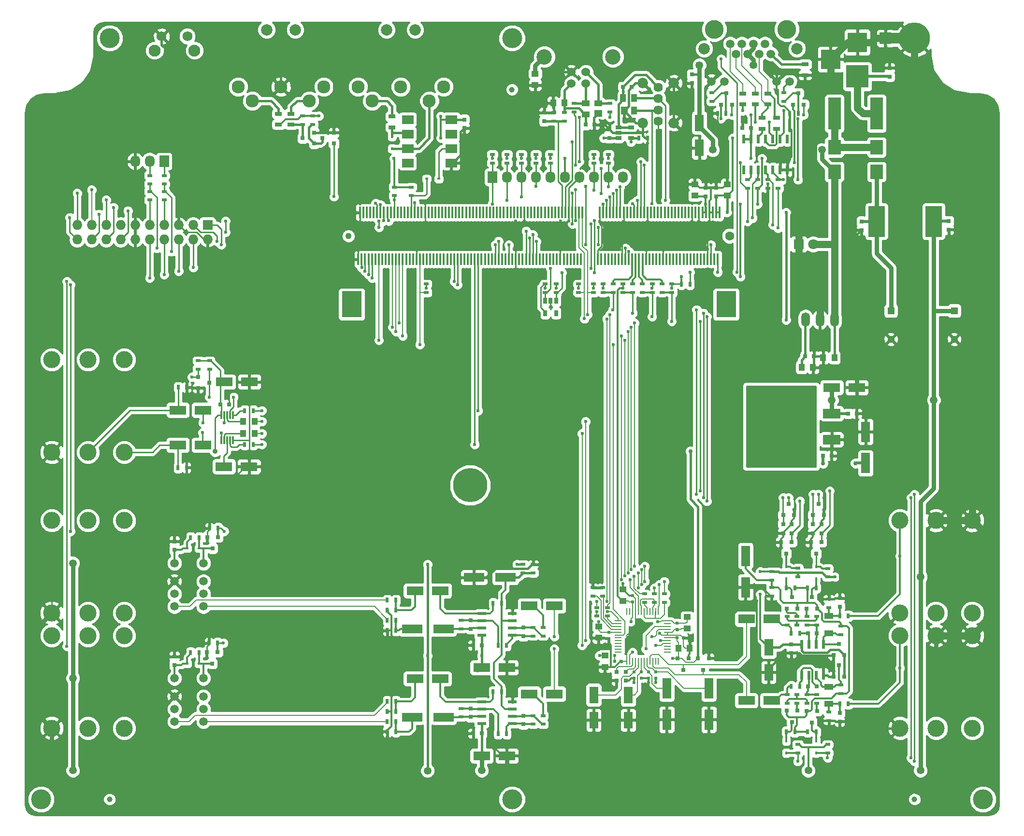
<source format=gbr>
G04 #@! TF.FileFunction,Copper,L1,Top,Signal*
%FSLAX46Y46*%
G04 Gerber Fmt 4.6, Leading zero omitted, Abs format (unit mm)*
G04 Created by KiCad (PCBNEW no-vcs-found-product) date Tue 08 Dec 2015 08:15:28 PM BRST*
%MOMM*%
G01*
G04 APERTURE LIST*
%ADD10C,0.100000*%
%ADD11C,0.304800*%
%ADD12R,1.300000X0.250000*%
%ADD13R,0.250000X1.300000*%
%ADD14C,2.300000*%
%ADD15C,2.000000*%
%ADD16C,1.600000*%
%ADD17C,1.100000*%
%ADD18R,3.500000X4.600000*%
%ADD19R,0.350000X2.000000*%
%ADD20R,3.048000X1.651000*%
%ADD21R,6.096000X6.096000*%
%ADD22R,0.750000X0.800000*%
%ADD23R,1.300000X1.300000*%
%ADD24C,1.300000*%
%ADD25R,0.800000X0.750000*%
%ADD26R,1.250000X1.000000*%
%ADD27R,1.000000X1.250000*%
%ADD28R,1.600000X1.000000*%
%ADD29R,1.399540X1.198880*%
%ADD30R,1.399540X1.000760*%
%ADD31R,1.198880X1.399540*%
%ADD32R,1.000760X1.399540*%
%ADD33R,2.300000X5.600000*%
%ADD34R,2.900680X5.400040*%
%ADD35C,1.620000*%
%ADD36C,1.850000*%
%ADD37R,1.727200X2.032000*%
%ADD38O,1.727200X2.032000*%
%ADD39R,0.900000X0.500000*%
%ADD40R,0.500000X0.900000*%
%ADD41R,1.300000X0.700000*%
%ADD42C,2.100000*%
%ADD43C,1.750000*%
%ADD44R,0.600000X1.550000*%
%ADD45R,1.550000X0.600000*%
%ADD46R,0.300000X1.400000*%
%ADD47R,2.032000X1.524000*%
%ADD48R,0.600000X1.500000*%
%ADD49C,1.501140*%
%ADD50C,3.300000*%
%ADD51C,3.000000*%
%ADD52R,4.000000X4.000000*%
%ADD53R,3.500000X3.500000*%
%ADD54R,0.450000X0.590000*%
%ADD55R,0.590000X0.450000*%
%ADD56R,1.060000X0.650000*%
%ADD57R,0.800100X0.800100*%
%ADD58R,2.301240X2.499360*%
%ADD59C,1.000000*%
%ADD60C,3.500000*%
%ADD61C,1.500000*%
%ADD62C,1.524000*%
%ADD63C,2.700020*%
%ADD64R,1.727200X1.727200*%
%ADD65O,1.727200X1.727200*%
%ADD66R,0.650000X1.060000*%
%ADD67C,6.000000*%
%ADD68R,3.599180X1.600200*%
%ADD69R,2.000000X2.000000*%
%ADD70C,5.500000*%
%ADD71R,2.999740X1.600200*%
%ADD72R,1.600200X2.999740*%
%ADD73R,1.600200X3.599180*%
%ADD74O,1.501140X2.499360*%
%ADD75R,1.800000X1.800000*%
%ADD76C,1.800000*%
%ADD77R,0.600000X0.500000*%
%ADD78R,0.500000X0.600000*%
%ADD79C,0.600000*%
%ADD80C,1.350000*%
%ADD81C,0.750000*%
%ADD82C,0.900000*%
%ADD83C,0.508000*%
%ADD84C,0.762000*%
%ADD85C,1.270000*%
%ADD86C,0.254000*%
%ADD87C,0.381000*%
%ADD88C,0.203200*%
G04 APERTURE END LIST*
D10*
D11*
X136692640Y746760D02*
X139430640Y746760D01*
X139430640Y492760D02*
X136692640Y492760D01*
X136692640Y238760D02*
X139430640Y238760D01*
X139430640Y-15240D02*
X136692640Y-15240D01*
X136692640Y-269240D02*
X139430640Y-269240D01*
X139430640Y-523240D02*
X136692640Y-523240D01*
X136692640Y-777240D02*
X139430640Y-777240D01*
D12*
X89043260Y-102182480D03*
X89043260Y-102682480D03*
X89043260Y-103182480D03*
X89043260Y-103682480D03*
X89043260Y-104182480D03*
X89043260Y-104682480D03*
X89043260Y-105182480D03*
X89043260Y-105682480D03*
X89043260Y-106182480D03*
X89043260Y-106682480D03*
X89043260Y-107182480D03*
X89043260Y-107682480D03*
D13*
X90643260Y-109282480D03*
X91143260Y-109282480D03*
X91643260Y-109282480D03*
X92143260Y-109282480D03*
X92643260Y-109282480D03*
X93143260Y-109282480D03*
X93643260Y-109282480D03*
X94143260Y-109282480D03*
X94643260Y-109282480D03*
X95143260Y-109282480D03*
X95643260Y-109282480D03*
X96143260Y-109282480D03*
D12*
X97743260Y-107682480D03*
X97743260Y-107182480D03*
X97743260Y-106682480D03*
X97743260Y-106182480D03*
X97743260Y-105682480D03*
X97743260Y-105182480D03*
X97743260Y-104682480D03*
X97743260Y-104182480D03*
X97743260Y-103682480D03*
X97743260Y-103182480D03*
X97743260Y-102682480D03*
X97743260Y-102182480D03*
D13*
X96143260Y-100582480D03*
X95643260Y-100582480D03*
X95143260Y-100582480D03*
X94643260Y-100582480D03*
X94143260Y-100582480D03*
X93643260Y-100582480D03*
X93143260Y-100582480D03*
X92643260Y-100582480D03*
X92143260Y-100582480D03*
X91643260Y-100582480D03*
X91143260Y-100582480D03*
X90643260Y-100582480D03*
D14*
X56014740Y-11011540D03*
D15*
X48514740Y1488460D03*
D14*
X58514740Y-8511540D03*
X51014740Y-8511540D03*
X43514740Y-8511540D03*
X46014740Y-11011540D03*
D15*
X53514740Y1488460D03*
D14*
X35010720Y-11011540D03*
D15*
X27510720Y1488460D03*
D14*
X37510720Y-8511540D03*
X30010720Y-8511540D03*
X22510720Y-8511540D03*
X25010720Y-11011540D03*
D15*
X32510720Y1488460D03*
D16*
X108606860Y-34671000D03*
D17*
X41806860Y-34671000D03*
D18*
X42406860Y-46671000D03*
X108006860Y-46671000D03*
D19*
X106856860Y-30571000D03*
X106256860Y-30571000D03*
X105656860Y-30571000D03*
X105056860Y-30571000D03*
X104456860Y-30571000D03*
X103856860Y-30571000D03*
X103256860Y-30571000D03*
X102656860Y-30571000D03*
X102056860Y-30571000D03*
X101456860Y-30571000D03*
X100856860Y-30571000D03*
X100256860Y-30571000D03*
X99656860Y-30571000D03*
X99056860Y-30571000D03*
X98456860Y-30571000D03*
X97856860Y-30571000D03*
X97256860Y-30571000D03*
X96656860Y-30571000D03*
X96056860Y-30571000D03*
X95456860Y-30571000D03*
X94856860Y-30571000D03*
X94256860Y-30571000D03*
X93656860Y-30571000D03*
X93056860Y-30571000D03*
X92456860Y-30571000D03*
X91856860Y-30571000D03*
X91256860Y-30571000D03*
X90656860Y-30571000D03*
X90056860Y-30571000D03*
X89456860Y-30571000D03*
X88856860Y-30571000D03*
X88256860Y-30571000D03*
X87656860Y-30571000D03*
X87056860Y-30571000D03*
X86456860Y-30571000D03*
X85856860Y-30571000D03*
X82856860Y-30571000D03*
X82256860Y-30571000D03*
X81656860Y-30571000D03*
X81056860Y-30571000D03*
X80456860Y-30571000D03*
X79856860Y-30571000D03*
X79256860Y-30571000D03*
X78656860Y-30571000D03*
X78056860Y-30571000D03*
X77456860Y-30571000D03*
X76856860Y-30571000D03*
X76256860Y-30571000D03*
X75656860Y-30571000D03*
X75056860Y-30571000D03*
X74456860Y-30571000D03*
X73856860Y-30571000D03*
X73256860Y-30571000D03*
X72656860Y-30571000D03*
X72056860Y-30571000D03*
X71456860Y-30571000D03*
X70856860Y-30571000D03*
X70256860Y-30571000D03*
X69656860Y-30571000D03*
X69056860Y-30571000D03*
X68456860Y-30571000D03*
X67856860Y-30571000D03*
X67256860Y-30571000D03*
X66656860Y-30571000D03*
X66056860Y-30571000D03*
X65456860Y-30571000D03*
X64856860Y-30571000D03*
X64256860Y-30571000D03*
X63656860Y-30571000D03*
X63056860Y-30571000D03*
X62456860Y-30571000D03*
X61856860Y-30571000D03*
X61256860Y-30571000D03*
X60656860Y-30571000D03*
X60056860Y-30571000D03*
X59456860Y-30571000D03*
X58856860Y-30571000D03*
X58256860Y-30571000D03*
X57656860Y-30571000D03*
X57056860Y-30571000D03*
X56456860Y-30571000D03*
X55856860Y-30571000D03*
X55256860Y-30571000D03*
X54656860Y-30571000D03*
X54056860Y-30571000D03*
X53456860Y-30571000D03*
X52856860Y-30571000D03*
X52256860Y-30571000D03*
X51656860Y-30571000D03*
X51056860Y-30571000D03*
X50456860Y-30571000D03*
X49856860Y-30571000D03*
X49256860Y-30571000D03*
X48656860Y-30571000D03*
X48056860Y-30571000D03*
X47456860Y-30571000D03*
X46856860Y-30571000D03*
X46256860Y-30571000D03*
X45656860Y-30571000D03*
X45056860Y-30571000D03*
X44456860Y-30571000D03*
X43856860Y-30571000D03*
X106556860Y-38771000D03*
X105956860Y-38771000D03*
X105356860Y-38771000D03*
X104756860Y-38771000D03*
X104156860Y-38771000D03*
X103556860Y-38771000D03*
X102956860Y-38771000D03*
X102356860Y-38771000D03*
X101756860Y-38771000D03*
X101156860Y-38771000D03*
X100556860Y-38771000D03*
X99956860Y-38771000D03*
X99356860Y-38771000D03*
X98756860Y-38771000D03*
X98156860Y-38771000D03*
X97556860Y-38771000D03*
X96956860Y-38771000D03*
X96356860Y-38771000D03*
X95756860Y-38771000D03*
X95156860Y-38771000D03*
X94556860Y-38771000D03*
X93956860Y-38771000D03*
X93356860Y-38771000D03*
X92756860Y-38771000D03*
X92156860Y-38771000D03*
X91556860Y-38771000D03*
X90956860Y-38771000D03*
X90356860Y-38771000D03*
X89756860Y-38771000D03*
X89156860Y-38771000D03*
X88556860Y-38771000D03*
X87956860Y-38771000D03*
X87356860Y-38771000D03*
X86756860Y-38771000D03*
X86156860Y-38771000D03*
X85556860Y-38771000D03*
X82556860Y-38771000D03*
X81956860Y-38771000D03*
X81356860Y-38771000D03*
X80756860Y-38771000D03*
X80156860Y-38771000D03*
X79556860Y-38771000D03*
X78956860Y-38771000D03*
X78356860Y-38771000D03*
X77756860Y-38771000D03*
X77156860Y-38771000D03*
X76556860Y-38771000D03*
X75956860Y-38771000D03*
X75356860Y-38771000D03*
X74756860Y-38771000D03*
X74156860Y-38771000D03*
X73556860Y-38771000D03*
X72956860Y-38771000D03*
X72356860Y-38771000D03*
X71756860Y-38771000D03*
X71156860Y-38771000D03*
X70556860Y-38771000D03*
X69956860Y-38771000D03*
X69356860Y-38771000D03*
X68756860Y-38771000D03*
X68156860Y-38771000D03*
X67556860Y-38771000D03*
X66956860Y-38771000D03*
X66356860Y-38771000D03*
X65756860Y-38771000D03*
X65156860Y-38771000D03*
X64556860Y-38771000D03*
X63956860Y-38771000D03*
X63356860Y-38771000D03*
X62756860Y-38771000D03*
X62156860Y-38771000D03*
X61556860Y-38771000D03*
X60956860Y-38771000D03*
X60356860Y-38771000D03*
X59756860Y-38771000D03*
X59156860Y-38771000D03*
X58556860Y-38771000D03*
X57956860Y-38771000D03*
X57356860Y-38771000D03*
X56756860Y-38771000D03*
X56156860Y-38771000D03*
X55556860Y-38771000D03*
X54956860Y-38771000D03*
X54356860Y-38771000D03*
X53756860Y-38771000D03*
X53156860Y-38771000D03*
X52556860Y-38771000D03*
X51956860Y-38771000D03*
X51356860Y-38771000D03*
X50756860Y-38771000D03*
X50156860Y-38771000D03*
X49556860Y-38771000D03*
X48956860Y-38771000D03*
X48356860Y-38771000D03*
X47756860Y-38771000D03*
X47156860Y-38771000D03*
X46556860Y-38771000D03*
X45956860Y-38771000D03*
X45356860Y-38771000D03*
X44756860Y-38771000D03*
X44156860Y-38771000D03*
X43556860Y-38771000D03*
D20*
X126512320Y-70401180D03*
D21*
X120162320Y-68115180D03*
D20*
X126512320Y-65829180D03*
D22*
X131747260Y-32148080D03*
X131747260Y-33648080D03*
D23*
X136878060Y-47807880D03*
D24*
X136878060Y-52807880D03*
D22*
X147012660Y-32097280D03*
X147012660Y-33597280D03*
D23*
X147977860Y-47807880D03*
D24*
X147977860Y-52807880D03*
D25*
X129397060Y-65841880D03*
X130897060Y-65841880D03*
X125002860Y-73233280D03*
X126502860Y-73233280D03*
X121883740Y-55803800D03*
X123383740Y-55803800D03*
D26*
X89964260Y-98718880D03*
X89964260Y-96718880D03*
X86763860Y-108301280D03*
X86763860Y-110301280D03*
D27*
X99632260Y-106989880D03*
X101632260Y-106989880D03*
D26*
X108176060Y-27624280D03*
X108176060Y-25624280D03*
D22*
X106245660Y-27729880D03*
X106245660Y-26229880D03*
X119430800Y-107818620D03*
X119430800Y-106318620D03*
D25*
X65187260Y-106481880D03*
X63687260Y-106481880D03*
X65187260Y-121950480D03*
X63687260Y-121950480D03*
X19415060Y-64216280D03*
X20915060Y-64216280D03*
D22*
X87563960Y-17519080D03*
X87563960Y-16019080D03*
D27*
X79699360Y-11358880D03*
X77699360Y-11358880D03*
D25*
X84910360Y-15181580D03*
X83410360Y-15181580D03*
X91463560Y-8539480D03*
X89963560Y-8539480D03*
D22*
X76159360Y-14534580D03*
X76159360Y-13034580D03*
X62141100Y-14276640D03*
X62141100Y-15776640D03*
X136649460Y-6724080D03*
X136649460Y-5224080D03*
X102029260Y-6367080D03*
X102029260Y-7867080D03*
X88821260Y-111167480D03*
X88821260Y-112667480D03*
X90421460Y-111167480D03*
X90421460Y-112667480D03*
D28*
X126009400Y-104342060D03*
X126009400Y-101342060D03*
D22*
X127901700Y-98218560D03*
X127901700Y-99718560D03*
D25*
X122389200Y-104391460D03*
X123889200Y-104391460D03*
D28*
X126006860Y-113744880D03*
X126006860Y-116744880D03*
D22*
X127901700Y-119860760D03*
X127901700Y-118360760D03*
D25*
X123889200Y-113687860D03*
X122389200Y-113687860D03*
D22*
X72514460Y-104869680D03*
X72514460Y-103369680D03*
X63243460Y-103599680D03*
X63243460Y-102099680D03*
X72514460Y-120338280D03*
X72514460Y-118838280D03*
X63243460Y-119068280D03*
X63243460Y-117568280D03*
D27*
X23406860Y-69372480D03*
X25406860Y-69372480D03*
X23406860Y-67238880D03*
X25406860Y-67238880D03*
D29*
X85628480Y-13169900D03*
D30*
X85628480Y-11450320D03*
X83428840Y-11450320D03*
X83428840Y-13350240D03*
D31*
X90147140Y-12687300D03*
D32*
X91866720Y-12687300D03*
X91866720Y-10487660D03*
X89966800Y-10487660D03*
D33*
X134380460Y-13213080D03*
X126980460Y-13213080D03*
D34*
X134366000Y-32136080D03*
X144368520Y-32136080D03*
D26*
X74559160Y-6218680D03*
X74559160Y-8218680D03*
D35*
X96136460Y-8590280D03*
X96136460Y-10590280D03*
X96136460Y-12590280D03*
D36*
X98856460Y-7860280D03*
D35*
X96136460Y-14590280D03*
D36*
X98856460Y-14860280D03*
X93416460Y-7860280D03*
X93416460Y-14860280D03*
D37*
X67053460Y-24384380D03*
D38*
X69593460Y-24384380D03*
X72133460Y-24384380D03*
X74673460Y-24384380D03*
X77213460Y-24384380D03*
X79753460Y-24384380D03*
X82293460Y-24384380D03*
X84833460Y-24384380D03*
X87373460Y-24384380D03*
X89913460Y-24384380D03*
D37*
X9547860Y-21595080D03*
D38*
X7007860Y-21595080D03*
X4467860Y-21595080D03*
D39*
X55501540Y-44615800D03*
X55501540Y-43115800D03*
X84757260Y-44620880D03*
X84757260Y-43120880D03*
X82166460Y-44620880D03*
X82166460Y-43120880D03*
X85316060Y-101364480D03*
X85316060Y-99864480D03*
X87246460Y-101364480D03*
X87246460Y-99864480D03*
X84655660Y-96359280D03*
X84655660Y-97859280D03*
X86408260Y-96359280D03*
X86408260Y-97859280D03*
D40*
X100187060Y-43134280D03*
X101687060Y-43134280D03*
D39*
X125790960Y-93006480D03*
X125790960Y-94506480D03*
D40*
X122287600Y-96403160D03*
X123787600Y-96403160D03*
D39*
X120558560Y-92955680D03*
X120558560Y-94455680D03*
D40*
X120041100Y-96428560D03*
X118541100Y-96428560D03*
D39*
X98485960Y-43120880D03*
X98485960Y-44620880D03*
X95056960Y-44620880D03*
X95056960Y-43120880D03*
X125790960Y-125380180D03*
X125790960Y-123880180D03*
D40*
X122287600Y-121676160D03*
X123787600Y-121676160D03*
D39*
X120558560Y-125380180D03*
X120558560Y-123880180D03*
D40*
X118541100Y-121676160D03*
X120041100Y-121676160D03*
D39*
X89913460Y-44620880D03*
X89913460Y-43120880D03*
X86484460Y-44620880D03*
X86484460Y-43120880D03*
D40*
X15682660Y-87584280D03*
X14182660Y-87584280D03*
X17484660Y-85958680D03*
X18984660Y-85958680D03*
D39*
X17498060Y-58057480D03*
X17498060Y-56557480D03*
X15491460Y-58057480D03*
X15491460Y-56557480D03*
X79689960Y-13034580D03*
X79689960Y-14534580D03*
X77823060Y-14534580D03*
X77823060Y-13034580D03*
D40*
X92719460Y-17518380D03*
X94219460Y-17518380D03*
D41*
X29588460Y-13253680D03*
X29588460Y-15153680D03*
D39*
X33804860Y-13656880D03*
X33804860Y-15156880D03*
D41*
X49471580Y-15641360D03*
X49471580Y-13741360D03*
D39*
X52854860Y-27628280D03*
X52854860Y-26128280D03*
D41*
X31798260Y-13253680D03*
X31798260Y-15153680D03*
D39*
X35557460Y-13656880D03*
X35557460Y-15156880D03*
D40*
X120660860Y-13162280D03*
X119160860Y-13162280D03*
D41*
X114272060Y-13990280D03*
X114272060Y-15890280D03*
D39*
X111757460Y-24832880D03*
X111757460Y-26332880D03*
D41*
X116837460Y-13990280D03*
X116837460Y-15890280D03*
X110919260Y-9697680D03*
X110919260Y-11597680D03*
D40*
X107986260Y-13162280D03*
X106486260Y-13162280D03*
D39*
X117091460Y-24832880D03*
X117091460Y-26332880D03*
D41*
X113103660Y-9697680D03*
X113103660Y-11597680D03*
D39*
X67053460Y-20387880D03*
X67053460Y-21887880D03*
X69596380Y-20387880D03*
X69596380Y-21887880D03*
X72136380Y-20387880D03*
X72136380Y-21887880D03*
X77216380Y-20387880D03*
X77216380Y-21887880D03*
X84833460Y-20387880D03*
X84833460Y-21887880D03*
X87373460Y-20387880D03*
X87373460Y-21887880D03*
X74676380Y-20387880D03*
X74676380Y-21887880D03*
X118082060Y-9592880D03*
X118082060Y-11092880D03*
X105509060Y-9592880D03*
X105509060Y-11092880D03*
X128143000Y-104608060D03*
X128143000Y-103108060D03*
D40*
X127901000Y-101343460D03*
X129401000Y-101343460D03*
X120892000Y-104391460D03*
X119392000Y-104391460D03*
D39*
X126009400Y-98370960D03*
X126009400Y-99870960D03*
X123901200Y-102931660D03*
X123901200Y-101431660D03*
X118719600Y-101431660D03*
X118719600Y-102931660D03*
X128143000Y-113471260D03*
X128143000Y-114971260D03*
X122174000Y-101431660D03*
X122174000Y-102931660D03*
X120446800Y-101431660D03*
X120446800Y-102931660D03*
D40*
X127901000Y-116735860D03*
X129401000Y-116735860D03*
X120930100Y-113725960D03*
X119430100Y-113725960D03*
D39*
X126009400Y-119708360D03*
X126009400Y-118208360D03*
X122174000Y-115147660D03*
X122174000Y-116647660D03*
X118719600Y-116647660D03*
X118719600Y-115147660D03*
X123901200Y-116647660D03*
X123901200Y-115147660D03*
X120446800Y-116647660D03*
X120446800Y-115147660D03*
X115973860Y-95065280D03*
X115973860Y-93565280D03*
X115973860Y-97859280D03*
X115973860Y-96359280D03*
X74190860Y-104869680D03*
X74190860Y-103369680D03*
X61567060Y-103599680D03*
X61567060Y-102099680D03*
X75918060Y-104869680D03*
X75918060Y-103369680D03*
D40*
X68056060Y-106532680D03*
X69556060Y-106532680D03*
X48650460Y-102138480D03*
X50150460Y-102138480D03*
X67167060Y-99166680D03*
X68667060Y-99166680D03*
X48650460Y-103916480D03*
X50150460Y-103916480D03*
X48650460Y-98582480D03*
X50150460Y-98582480D03*
X48650460Y-100360480D03*
X50150460Y-100360480D03*
D39*
X74190860Y-120338280D03*
X74190860Y-118838280D03*
X61567060Y-119068280D03*
X61567060Y-117568280D03*
X75918060Y-120338280D03*
X75918060Y-118838280D03*
D40*
X68056060Y-122001280D03*
X69556060Y-122001280D03*
X48650460Y-119867680D03*
X50150460Y-119867680D03*
X67167060Y-114635280D03*
X68667060Y-114635280D03*
X48650460Y-121645680D03*
X50150460Y-121645680D03*
X48650460Y-116311680D03*
X50150460Y-116311680D03*
X48650460Y-118089680D03*
X50150460Y-118089680D03*
D39*
X72438260Y-93795280D03*
X72438260Y-92295280D03*
X74216260Y-92295280D03*
X74216260Y-93795280D03*
D40*
X13472860Y-75341480D03*
X11972860Y-75341480D03*
X13498260Y-61244480D03*
X11998260Y-61244480D03*
D42*
X14865900Y-2154720D03*
D43*
X13605900Y335280D03*
X9105900Y335280D03*
D42*
X7855900Y-2154720D03*
D44*
X121226580Y-111737100D03*
X122496580Y-111737100D03*
X123766580Y-111737100D03*
X125036580Y-111737100D03*
X125036580Y-106337100D03*
X123766580Y-106337100D03*
X122496580Y-106337100D03*
X121226580Y-106337100D03*
D45*
X70578960Y-104754680D03*
X70578960Y-103484680D03*
X70578960Y-102214680D03*
X70578960Y-100944680D03*
X65178960Y-100944680D03*
X65178960Y-102214680D03*
X65178960Y-103484680D03*
X65178960Y-104754680D03*
D46*
X19571460Y-70505680D03*
X20071460Y-70505680D03*
X20571460Y-70505680D03*
X21071460Y-70505680D03*
X21571460Y-70505680D03*
X21571460Y-66105680D03*
X21071460Y-66105680D03*
X20571460Y-66105680D03*
X20071460Y-66105680D03*
X19571460Y-66105680D03*
D47*
X52219860Y-14279880D03*
X52219860Y-16819880D03*
X52219860Y-19359880D03*
X52219860Y-21899880D03*
X59839860Y-21899880D03*
X59839860Y-19359880D03*
X59839860Y-16819880D03*
X59839860Y-14279880D03*
D48*
X111122460Y-23101280D03*
X112392460Y-23101280D03*
X113662460Y-23101280D03*
X114932460Y-23101280D03*
X116202460Y-23101280D03*
X117472460Y-23101280D03*
X118742460Y-23101280D03*
X118742460Y-17701280D03*
X117472460Y-17701280D03*
X116202460Y-17701280D03*
X114932460Y-17701280D03*
X113662460Y-17701280D03*
X112392460Y-17701280D03*
X111122460Y-17701280D03*
D15*
X120418860Y-1859280D03*
D49*
X105432860Y-7574280D03*
X107718860Y-7574280D03*
X116862860Y-7574280D03*
X119148860Y-7574280D03*
X115846860Y-2748280D03*
X113814860Y-2748280D03*
X111782860Y-2748280D03*
X109750860Y-2748280D03*
X112798860Y-970280D03*
X110766860Y-970280D03*
X114830860Y-970280D03*
X108734860Y-970280D03*
D50*
X105940860Y1569720D03*
X118640860Y1569720D03*
D15*
X104162860Y-1859280D03*
D51*
X-3792220Y-56393680D03*
X2557780Y-56393680D03*
X-10142220Y-56393680D03*
X-3792220Y-72623680D03*
X2557780Y-72623680D03*
X-10142220Y-72623680D03*
X144802860Y-100817080D03*
X138452860Y-100817080D03*
X151152860Y-100817080D03*
X144802860Y-84587080D03*
X138452860Y-84587080D03*
X151152860Y-84587080D03*
X144802860Y-121022780D03*
X138452860Y-121022780D03*
X151152860Y-121022780D03*
X144802860Y-104792780D03*
X138452860Y-104792780D03*
X151152860Y-104792780D03*
X-3792220Y-84592760D03*
X2557780Y-84592760D03*
X-10142220Y-84592760D03*
X-3792220Y-100822760D03*
X2557780Y-100822760D03*
X-10142220Y-100822760D03*
X-3792220Y-104790840D03*
X2557780Y-104790840D03*
X-10142220Y-104790840D03*
X-3792220Y-121020840D03*
X2557780Y-121020840D03*
X-10142220Y-121020840D03*
D52*
X131008120Y-6715760D03*
D53*
X131008120Y-713220D03*
X126308120Y-3713220D03*
D54*
X123784360Y-92706560D03*
X123784360Y-94816560D03*
X118541800Y-92706560D03*
X118541800Y-94816560D03*
X123784360Y-125380380D03*
X123784360Y-123270380D03*
X118551960Y-125380380D03*
X118551960Y-123270380D03*
D55*
X13572860Y-89489280D03*
X15682860Y-89489280D03*
D54*
X49476660Y-17248240D03*
X49476660Y-19358240D03*
D55*
X57643660Y-24668480D03*
X55533660Y-24668480D03*
D41*
X115288060Y-11597680D03*
X115288060Y-9697680D03*
D25*
X112380460Y-15778480D03*
X110880460Y-15778480D03*
D56*
X89143660Y-15615880D03*
X89143660Y-16565880D03*
X89143660Y-17515880D03*
X91343660Y-17515880D03*
X91343660Y-15615880D03*
D57*
X101429860Y-108783120D03*
X99529860Y-108783120D03*
X100479860Y-110782100D03*
X104960460Y-108783120D03*
X103060460Y-108783120D03*
X104010460Y-110782100D03*
X126809460Y-108219240D03*
X128709460Y-108219240D03*
X127759460Y-106220260D03*
X126812000Y-111996220D03*
X128712000Y-111996220D03*
X127762000Y-109997240D03*
X122087600Y-100058220D03*
X123987600Y-100058220D03*
X123037600Y-98059240D03*
X118595100Y-100058220D03*
X120495100Y-100058220D03*
X119545100Y-98059240D03*
X124726740Y-88381840D03*
X122826740Y-88381840D03*
X123776740Y-90380820D03*
X119494340Y-88381840D03*
X117594340Y-88381840D03*
X118544340Y-90380820D03*
X123987600Y-118008400D03*
X122087600Y-118008400D03*
X123037600Y-120007380D03*
X120495100Y-117970300D03*
X118595100Y-117970300D03*
X119545100Y-119969280D03*
X118000740Y-83677760D03*
X119900740Y-83677760D03*
X118950740Y-81678780D03*
X123233140Y-83677760D03*
X125133140Y-83677760D03*
X124183140Y-81678780D03*
X18981460Y-87497920D03*
X17081460Y-87497920D03*
X18031460Y-89496900D03*
X15481300Y-59456280D03*
X15481300Y-61356280D03*
X17480280Y-60406280D03*
X35821620Y-18481080D03*
X35821620Y-16581080D03*
X33822640Y-17531080D03*
X39276020Y-18481080D03*
X39276020Y-16581080D03*
X37277040Y-17531080D03*
D58*
X126972060Y-23439120D03*
X126972060Y-19141440D03*
X134363460Y-23439120D03*
X134363460Y-19141440D03*
D55*
X13572860Y-109707680D03*
X15682860Y-109707680D03*
D59*
X2540Y-133502400D03*
X141013180Y-133499860D03*
X70492620Y-9006840D03*
D60*
X70500240Y-133502400D03*
X70500240Y0D03*
X-11998960Y-133499860D03*
X152999440Y-133502400D03*
X0Y0D03*
D61*
X16431260Y-92080080D03*
X11351260Y-92080080D03*
X11351260Y-95280080D03*
X11351260Y-97480080D03*
X11351260Y-99680080D03*
X16431260Y-95280080D03*
X16431260Y-97480080D03*
X16431260Y-99680080D03*
X16431260Y-112273080D03*
X11351260Y-112273080D03*
X11351260Y-115473080D03*
X11351260Y-117673080D03*
X11351260Y-119873080D03*
X16431260Y-115473080D03*
X16431260Y-117673080D03*
X16431260Y-119873080D03*
D62*
X83433920Y-7947660D03*
X80893920Y-7947660D03*
X80893920Y-5948680D03*
X83433920Y-5948680D03*
D63*
X88163400Y-3248660D03*
X76164440Y-3248660D03*
D64*
X17173180Y-32769700D03*
D65*
X17173180Y-35309700D03*
X14633180Y-32769700D03*
X14633180Y-35309700D03*
X12093180Y-32769700D03*
X12093180Y-35309700D03*
X9553180Y-32769700D03*
X9553180Y-35309700D03*
X7013180Y-32769700D03*
X7013180Y-35309700D03*
X4473180Y-32769700D03*
X4473180Y-35309700D03*
X1933180Y-32769700D03*
X1933180Y-35309700D03*
X-606820Y-32769700D03*
X-606820Y-35309700D03*
X-3146820Y-32769700D03*
X-3146820Y-35309700D03*
X-5686820Y-32769700D03*
X-5686820Y-35309700D03*
D57*
X18905260Y-107690920D03*
X17005260Y-107690920D03*
X17955260Y-109689900D03*
X107124460Y-11648440D03*
X109024460Y-11648440D03*
X108074460Y-9649460D03*
X119722860Y-11648440D03*
X121622860Y-11648440D03*
X120672860Y-9649460D03*
D39*
X78204060Y-44620880D03*
X78204060Y-43120880D03*
X76324460Y-43120880D03*
X76324460Y-44620880D03*
X49857660Y-26128280D03*
X49857660Y-27628280D03*
D40*
X15682660Y-107777280D03*
X14182660Y-107777280D03*
X17408460Y-106100880D03*
X18908460Y-106100880D03*
D39*
X113535460Y-26332880D03*
X113535460Y-24832880D03*
X115313460Y-24832880D03*
X115313460Y-26332880D03*
D66*
X78214260Y-46047480D03*
X77264260Y-46047480D03*
X76314260Y-46047480D03*
X76314260Y-48247480D03*
X78214260Y-48247480D03*
D67*
X63157100Y-78409800D03*
D27*
X126981460Y-56037480D03*
X124981460Y-56037480D03*
X121222260Y-57739280D03*
X123222260Y-57739280D03*
D26*
X101152960Y-103519480D03*
X101152960Y-101519480D03*
X85658960Y-105157780D03*
X85658960Y-103157780D03*
D22*
X11351260Y-89756680D03*
X11351260Y-88256680D03*
X11351260Y-109949680D03*
X11351260Y-108449680D03*
D68*
X58475880Y-103611680D03*
X52974240Y-103611680D03*
X58475880Y-119080280D03*
X52974240Y-119080280D03*
D39*
X95450660Y-98976880D03*
X95450660Y-97476880D03*
X97177860Y-98976880D03*
X97177860Y-97476880D03*
X93723460Y-98976880D03*
X93723460Y-97476880D03*
X96771460Y-44620880D03*
X96771460Y-43120880D03*
X91627960Y-44620880D03*
X91627960Y-43120880D03*
X93342460Y-44620880D03*
X93342460Y-43120880D03*
X88198960Y-44620880D03*
X88198960Y-43120880D03*
D40*
X23656860Y-71277480D03*
X25156860Y-71277480D03*
X23656860Y-65333880D03*
X25156860Y-65333880D03*
D39*
X87652860Y-12947080D03*
X87652860Y-11447080D03*
X81404460Y-12947080D03*
X81404460Y-11447080D03*
D41*
X121841260Y-4566880D03*
X121841260Y-6466880D03*
D39*
X9547860Y-28390280D03*
X9547860Y-26890280D03*
X7007860Y-28390280D03*
X7007860Y-26890280D03*
X9547860Y-24096280D03*
X9547860Y-25596280D03*
X7007860Y-24096280D03*
X7007860Y-25596280D03*
D45*
X70578960Y-120223280D03*
X70578960Y-118953280D03*
X70578960Y-117683280D03*
X70578960Y-116413280D03*
X65178960Y-116413280D03*
X65178960Y-117683280D03*
X65178960Y-118953280D03*
X65178960Y-120223280D03*
D69*
X135930640Y-15240D03*
D70*
X141010640Y-15240D03*
D71*
X115963700Y-101884480D03*
X111564420Y-101884480D03*
X20073620Y-60279280D03*
X24472900Y-60279280D03*
X65184020Y-125887480D03*
X69583300Y-125887480D03*
X65184020Y-110418880D03*
X69583300Y-110418880D03*
D72*
X115458240Y-106837460D03*
X115458240Y-111236740D03*
X90878660Y-115204240D03*
X90878660Y-119603520D03*
X84808060Y-115204240D03*
X84808060Y-119603520D03*
D71*
X126525020Y-61269880D03*
X130924300Y-61269880D03*
X20022820Y-75138280D03*
X24422100Y-75138280D03*
X16344900Y-65232280D03*
X11945620Y-65232280D03*
X16344900Y-71379080D03*
X11945620Y-71379080D03*
X57899300Y-112374680D03*
X53500020Y-112374680D03*
X73515220Y-115016280D03*
X77914500Y-115016280D03*
X57899300Y-96931480D03*
X53500020Y-96931480D03*
X73515220Y-99547680D03*
X77914500Y-99547680D03*
X115963700Y-116184680D03*
X111564420Y-116184680D03*
D73*
X104975660Y-114035840D03*
X104975660Y-119537480D03*
X97609660Y-114035840D03*
X97609660Y-119537480D03*
X132458460Y-74536300D03*
X132458460Y-69034660D03*
D68*
X69347080Y-94594680D03*
X63845440Y-94594680D03*
D73*
X111406940Y-90797380D03*
X111406940Y-96299020D03*
D25*
X123229940Y-86842600D03*
X124729940Y-86842600D03*
X119497540Y-85217000D03*
X117997540Y-85217000D03*
X117997540Y-86842600D03*
X119497540Y-86842600D03*
X124729940Y-85217000D03*
X123229940Y-85217000D03*
D72*
X103324660Y-14848840D03*
X103324660Y-19248120D03*
D74*
X124457460Y-49357280D03*
X126997460Y-49357280D03*
X121917460Y-49357280D03*
D75*
X120774460Y-36149280D03*
D76*
X123274460Y-36149280D03*
D77*
X88499860Y-109275880D03*
X89599860Y-109275880D03*
D78*
X99413060Y-103729880D03*
X99413060Y-102629880D03*
X91640660Y-97803880D03*
X91640660Y-98903880D03*
D77*
X99421860Y-105186480D03*
X100521860Y-105186480D03*
D78*
X87436960Y-105279280D03*
X87436960Y-104179280D03*
X91869260Y-111189680D03*
X91869260Y-112289680D03*
X93139260Y-111189680D03*
X93139260Y-112289680D03*
X94409260Y-111189680D03*
X94409260Y-112289680D03*
X95679260Y-111189680D03*
X95679260Y-112289680D03*
D26*
X102511860Y-27624280D03*
X102511860Y-25624280D03*
D22*
X104442260Y-27729880D03*
X104442260Y-26229880D03*
D79*
X94211140Y-18440400D03*
X96141540Y-18440400D03*
X70584060Y-100030280D03*
X70584060Y-107599480D03*
X63675260Y-107599480D03*
X127911860Y-82682080D03*
X113388140Y-98679000D03*
X66850260Y-121950480D03*
D80*
X69593460Y-130002280D03*
D79*
X48638460Y-122712480D03*
X62684660Y-121950480D03*
D80*
X-12524740Y-108437680D03*
D79*
X-10137140Y-88244680D03*
X119910860Y-82682080D03*
X125143260Y-82682080D03*
X126032260Y-97591880D03*
X130909060Y-35361880D03*
X147012660Y-35361880D03*
X104924860Y-98684080D03*
D80*
X147342860Y-129976880D03*
X-10137140Y-129976880D03*
D79*
X115973860Y-98684080D03*
X104950260Y-105719880D03*
X101622860Y-105719880D03*
X70584060Y-96398080D03*
X75562460Y-95686880D03*
X75562460Y-92308680D03*
D80*
X130909060Y-52811680D03*
D79*
X92148660Y-104373680D03*
X96390460Y-104373680D03*
X84655660Y-95686880D03*
X89964260Y-95686880D03*
X86738460Y-113060480D03*
X91869260Y-113060480D03*
X94409260Y-113060480D03*
X95679260Y-113060480D03*
X20927060Y-62209680D03*
X24483060Y-62209680D03*
X15491460Y-62209680D03*
X17015460Y-108437680D03*
X12341860Y-108437680D03*
X17091660Y-88244680D03*
X12570460Y-88244680D03*
X103248460Y-32161480D03*
X102054660Y-32161480D03*
X96949260Y-36962080D03*
X93956860Y-36962080D03*
X104747060Y-36962080D03*
X90040460Y-32161480D03*
X94256860Y-32161480D03*
X85856860Y-32161480D03*
X105051860Y-32161480D03*
X78966060Y-32110680D03*
X72666860Y-32110680D03*
X71142860Y-32110680D03*
X80464660Y-32110680D03*
X53743860Y-34650680D03*
X55242460Y-34650680D03*
X43556860Y-34650680D03*
X71142860Y-34650680D03*
X71142860Y-47172880D03*
X77264260Y-47172880D03*
X106499660Y-14787880D03*
X110893860Y-14787880D03*
X106245660Y-24947880D03*
D81*
X74521060Y-15778480D03*
X63675260Y-15778480D03*
X116862860Y-6253480D03*
X100886260Y-7853680D03*
X39265860Y-6456680D03*
X9725660Y-6456680D03*
X30020260Y-6456680D03*
X4467860Y325120D03*
D79*
X118742460Y-25582880D03*
X115313460Y-25582880D03*
X17167860Y-38054280D03*
X4467860Y-38054280D03*
X113997740Y-93573600D03*
X113997740Y-97536000D03*
D80*
X142059660Y-94493080D03*
D79*
X127073660Y-94493080D03*
D80*
X-6454140Y-112273080D03*
X122400060Y-128452880D03*
D79*
X55699660Y-108310680D03*
X65173860Y-108310680D03*
D80*
X55699660Y-128478280D03*
D79*
X55699660Y-92308680D03*
X71371460Y-92308680D03*
D80*
X65173860Y-128452880D03*
X142059660Y-128452880D03*
X-6454140Y-128452880D03*
X-6454140Y-92080080D03*
X126525020Y-63454280D03*
X144396460Y-63454280D03*
D82*
X116563140Y-72471280D03*
X116563140Y-63855600D03*
X112981740Y-68097400D03*
X116309140Y-68097400D03*
X120169940Y-63855600D03*
X112981740Y-63855600D03*
X112981740Y-72466200D03*
D81*
X124990860Y-74554080D03*
D82*
X120164860Y-74554080D03*
D81*
X130680460Y-74554080D03*
X101775260Y-72471280D03*
D79*
X91615260Y-107726480D03*
X98676460Y-108793280D03*
X88491060Y-108310680D03*
X85824060Y-108310680D03*
D82*
X18463260Y-72471280D03*
X120164860Y-72471280D03*
D79*
X118513860Y-49408080D03*
X118513860Y-30561280D03*
X108176060Y-30561280D03*
X109166660Y-17531080D03*
X86586060Y-17531080D03*
X58011060Y-17505680D03*
X36675060Y-13644880D03*
X58011060Y-13670280D03*
X110512860Y-29088080D03*
X110512860Y-41838880D03*
X100200460Y-41838880D03*
X113535460Y-29088080D03*
X104442260Y-29088080D03*
X79753460Y-21061680D03*
X55501540Y-43865800D03*
X96009460Y-102341680D03*
X85671660Y-102341680D03*
X121612660Y-13441680D03*
X109014260Y-13441680D03*
X112367060Y-13441680D03*
X95044260Y-43870880D03*
X89913460Y-43870880D03*
X86484460Y-43870880D03*
X84757260Y-43870880D03*
X98473260Y-43870880D03*
X82166460Y-43870880D03*
X78204060Y-43870880D03*
X76324460Y-43870880D03*
X87373460Y-21061680D03*
X84833460Y-21061680D03*
X77213460Y-21061680D03*
X74673460Y-21061680D03*
X72133460Y-21061680D03*
X69593460Y-21061680D03*
X67053460Y-21061680D03*
X112392460Y-21061680D03*
X49832260Y-21061680D03*
X114297460Y-21061680D03*
X91335860Y-102341680D03*
X94968060Y-104957880D03*
X77924660Y-104957880D03*
X93952060Y-107129580D03*
X77911960Y-107129580D03*
X26692860Y-69372480D03*
X82776060Y-69372480D03*
X82776060Y-106507280D03*
X95653860Y-106507280D03*
X26692860Y-67238880D03*
X83385660Y-67238880D03*
X83385660Y-105694480D03*
X96492060Y-105694480D03*
X16309340Y-69189600D03*
X19560540Y-69215000D03*
X16334740Y-67462400D03*
X20068540Y-67462400D03*
X120550940Y-126847600D03*
X140992860Y-126852680D03*
X140992860Y-80015080D03*
X124183140Y-80010000D03*
X138452860Y-90835480D03*
X138452860Y-110520480D03*
X14399260Y-59441080D03*
X20297140Y-34041080D03*
X47195740Y-33172400D03*
X47195740Y-32080200D03*
X20297140Y-32080200D03*
X85570060Y-33177480D03*
X85570060Y-36250880D03*
X105356660Y-36250880D03*
X67053460Y-29088080D03*
X86459060Y-29088080D03*
X69593460Y-28478480D03*
X87043260Y-28478480D03*
X72133460Y-27868880D03*
X87652860Y-27868880D03*
X86103460Y-22839680D03*
X86103460Y-27259280D03*
X88237060Y-27259280D03*
X84833460Y-26649680D03*
X88846660Y-26649680D03*
X87373460Y-26040080D03*
X89456260Y-26040080D03*
X74673460Y-26014680D03*
X83436460Y-26014680D03*
X69949060Y-36250880D03*
X83436460Y-36250880D03*
X17472660Y-62946280D03*
X21714460Y-62946280D03*
X88237060Y-53751480D03*
X54353460Y-53751480D03*
X87678260Y-48468280D03*
X83741260Y-48468280D03*
X87119460Y-49230280D03*
X87119460Y-98836480D03*
X85316060Y-98836480D03*
X83182460Y-49204880D03*
X107134660Y-3637280D03*
X109903260Y-41026080D03*
X106555540Y-41046400D03*
X101678740Y-41046400D03*
X91386660Y-50703480D03*
X91386660Y-93197680D03*
X93195140Y-93192600D03*
X93195140Y-95859600D03*
X96319340Y-95859600D03*
X49565560Y-50703480D03*
X91945460Y-49966880D03*
X91945460Y-92638880D03*
X93753940Y-92633800D03*
X93753940Y-95300800D03*
X97182940Y-95300800D03*
X50759360Y-49954180D03*
X92636340Y-93802200D03*
X92636340Y-96443800D03*
X95455740Y-96443800D03*
X90827860Y-93781880D03*
X50162460Y-51465480D03*
X90827860Y-51465480D03*
X91894660Y-94366080D03*
X90269060Y-52989480D03*
X90269060Y-94340680D03*
X47165260Y-52989480D03*
X91183460Y-94975680D03*
X89659460Y-52227480D03*
X89659460Y-94950280D03*
X51356260Y-52227480D03*
X26692860Y-71277480D03*
X63954660Y-71277480D03*
X26692860Y-65333880D03*
X64564260Y-65333880D03*
X14653260Y-40238680D03*
X44168060Y-40238680D03*
X12087860Y-40848280D03*
X44752260Y-40848280D03*
X9547860Y-41457880D03*
X45361860Y-41457880D03*
X7007860Y-42067480D03*
X45946060Y-42067480D03*
X49857660Y-28376880D03*
X-612140Y-28376880D03*
X46606460Y-28961080D03*
X657860Y-29672280D03*
X47444660Y-29215080D03*
X3197860Y-30281880D03*
X119987060Y-21798280D03*
X110512860Y-21798280D03*
X111757460Y-32136080D03*
X74165460Y-34447480D03*
X117091460Y-33304480D03*
X74749660Y-35666680D03*
X116202460Y-32720280D03*
X73555860Y-35057080D03*
X112646460Y-31526480D03*
X72971660Y-33837880D03*
X93063060Y-21671280D03*
X82268060Y-21671280D03*
X82268060Y-13873480D03*
X87652860Y-13873480D03*
X93647260Y-22255480D03*
X81658460Y-22255480D03*
X91615260Y-29062680D03*
X94973140Y-29057600D03*
X92453460Y-28427680D03*
X97381060Y-28427680D03*
X18793460Y-35615880D03*
X68145660Y-35615880D03*
X19555460Y-36225480D03*
X67561460Y-36225480D03*
X10817860Y-37444680D03*
X90954860Y-37444680D03*
X8277860Y-36835080D03*
X90370660Y-36835080D03*
X48054260Y-32034480D03*
X-6987540Y-31450280D03*
X48892460Y-32034480D03*
X-1882140Y-30866080D03*
X53464460Y-28834080D03*
X39291260Y-27792680D03*
X91335860Y-18216880D03*
X81023460Y-18216880D03*
D80*
X105661460Y-19588480D03*
X124813060Y-19588480D03*
X112824260Y-4704080D03*
X103324660Y-4704080D03*
D79*
X125783340Y-126238000D03*
X140408660Y-126243080D03*
X140408660Y-80599280D03*
X118950740Y-80594200D03*
X79220060Y-41127680D03*
X84909660Y-41127680D03*
X84909660Y-32009080D03*
X81658460Y-32009080D03*
X-3152140Y-26598880D03*
X81658460Y-26598880D03*
X77264260Y-40391080D03*
X84300060Y-40391080D03*
X81048860Y-27208480D03*
X-5692140Y-27208480D03*
X84300060Y-32593280D03*
X81048860Y-32593280D03*
X20038060Y-86492080D03*
X-6885940Y-86492080D03*
X-6885940Y-43261280D03*
X60957460Y-43261280D03*
X19936460Y-106100880D03*
X-7495540Y-106659680D03*
X-7495540Y-42651680D03*
X60347860Y-42651680D03*
X118056660Y-24820880D03*
X120596660Y-24820880D03*
X120596660Y-14127480D03*
X107109260Y-14127480D03*
X87246460Y-100614480D03*
X85316060Y-100614480D03*
X126159260Y-79405480D03*
X103451660Y-79405480D03*
X103451660Y-49662080D03*
X98473260Y-49662080D03*
X104035860Y-48214280D03*
X91640660Y-48214280D03*
X117980460Y-80599280D03*
X104035860Y-80599280D03*
X120952260Y-81208880D03*
X104620060Y-81208880D03*
X104620060Y-48849280D03*
X95044260Y-48849280D03*
X123212860Y-79989680D03*
X102816660Y-79989680D03*
X102816660Y-47630080D03*
X88186260Y-47630080D03*
X118158260Y-12730480D03*
X110919260Y-12730480D03*
X115592860Y-14737080D03*
X113103660Y-14737080D03*
D83*
X131747260Y-32148080D02*
X134354000Y-32148080D01*
X134354000Y-32148080D02*
X134366000Y-32136080D01*
D84*
X134366000Y-32136080D02*
X134366000Y-37752020D01*
X136878060Y-40264080D02*
X136878060Y-47807880D01*
X134366000Y-37752020D02*
X136878060Y-40264080D01*
X134363460Y-23439120D02*
X134366000Y-23441660D01*
X134366000Y-23441660D02*
X134366000Y-32136080D01*
D85*
X134363460Y-32133540D02*
X134366000Y-32136080D01*
D86*
X96136460Y-14590280D02*
X96136460Y-18435320D01*
X94211140Y-18440400D02*
X94211140Y-17526700D01*
X96136460Y-18435320D02*
X96141540Y-18440400D01*
X94211140Y-17526700D02*
X94219460Y-17518380D01*
D11*
X115973860Y-97859280D02*
X115870420Y-97859280D01*
X115870420Y-97859280D02*
X113896140Y-95885000D01*
X113896140Y-95885000D02*
X111820960Y-95885000D01*
X111820960Y-95885000D02*
X111406940Y-96299020D01*
X113388140Y-98679000D02*
X113388140Y-110540800D01*
X114084080Y-111236740D02*
X115458240Y-111236740D01*
X113388140Y-110540800D02*
X114084080Y-111236740D01*
X63687260Y-106481880D02*
X63687260Y-107587480D01*
X69583300Y-108600240D02*
X69583300Y-110418880D01*
X70584060Y-107599480D02*
X69583300Y-108600240D01*
X63687260Y-107587480D02*
X63675260Y-107599480D01*
X127901700Y-98218560D02*
X127901700Y-82692240D01*
X127901700Y-82692240D02*
X127911860Y-82682080D01*
X115458240Y-110563660D02*
X115458240Y-111236740D01*
X66850260Y-123855480D02*
X68882260Y-125887480D01*
X66850260Y-121950480D02*
X66850260Y-123855480D01*
X68882260Y-125887480D02*
X69583300Y-125887480D01*
D84*
X69583300Y-125887480D02*
X69583300Y-129992120D01*
X69583300Y-129992120D02*
X69593460Y-130002280D01*
D11*
X63687260Y-121950480D02*
X62684660Y-121950480D01*
X48638460Y-122712480D02*
X48638460Y-121657680D01*
X48638460Y-121657680D02*
X48650460Y-121645680D01*
X125143260Y-82682080D02*
X125143260Y-76128880D01*
X125143260Y-76128880D02*
X126502860Y-74769280D01*
X126502860Y-74769280D02*
X126502860Y-73233280D01*
D86*
X-12524740Y-108437680D02*
X-12499340Y-108437680D01*
X-12499340Y-108437680D02*
X-12524740Y-108437680D01*
X-12524740Y-108437680D02*
X-12499340Y-108437680D01*
X-10142220Y-88249760D02*
X-10142220Y-100822760D01*
X-10137140Y-88244680D02*
X-10142220Y-88249760D01*
D11*
X119900740Y-83677760D02*
X119900740Y-82692200D01*
X119900740Y-82692200D02*
X119910860Y-82682080D01*
X125143260Y-82682080D02*
X125143260Y-83667640D01*
X125143260Y-83667640D02*
X125133140Y-83677760D01*
X126009400Y-97614740D02*
X126009400Y-98370960D01*
X126032260Y-97591880D02*
X126009400Y-97614740D01*
D87*
X130909060Y-35361880D02*
X130909060Y-34486280D01*
X130909060Y-34486280D02*
X131747260Y-33648080D01*
X147012660Y-33597280D02*
X147012660Y-35361880D01*
X130909060Y-35361880D02*
X130909060Y-52811680D01*
X131733860Y-33634680D02*
X131747260Y-33648080D01*
D11*
X104950260Y-105719880D02*
X104950260Y-98709480D01*
X104950260Y-98709480D02*
X104924860Y-98684080D01*
X11351260Y-88256680D02*
X11351260Y-79507080D01*
X13472860Y-77385480D02*
X13472860Y-75341480D01*
X11351260Y-79507080D02*
X13472860Y-77385480D01*
D84*
X-10142220Y-100822760D02*
X-12499340Y-103179880D01*
X-12499340Y-103179880D02*
X-12499340Y-108437680D01*
X-12499340Y-108437680D02*
X-12499340Y-118663720D01*
X-12499340Y-118663720D02*
X-10142220Y-121020840D01*
X144802860Y-104792780D02*
X144802860Y-117226080D01*
X147342860Y-119766080D02*
X147342860Y-129976880D01*
X144802860Y-117226080D02*
X147342860Y-119766080D01*
X-10137140Y-129976880D02*
X-10137140Y-121025920D01*
X-10137140Y-121025920D02*
X-10142220Y-121020840D01*
D85*
X151152860Y-84587080D02*
X154200860Y-87635080D01*
X154200860Y-101744780D02*
X151152860Y-104792780D01*
X154200860Y-87635080D02*
X154200860Y-101744780D01*
X151152860Y-104792780D02*
X144802860Y-104792780D01*
X151152860Y-84587080D02*
X144802860Y-84587080D01*
X141010640Y-15240D02*
X141010640Y-6398260D01*
X151152860Y-16540480D02*
X151152860Y-84587080D01*
X141010640Y-6398260D02*
X151152860Y-16540480D01*
D11*
X115973860Y-97859280D02*
X115973860Y-98684080D01*
X127910020Y-98226880D02*
X127901700Y-98218560D01*
X101632260Y-106989880D02*
X101632260Y-105729280D01*
X104950260Y-105719880D02*
X104950260Y-108772920D01*
X101632260Y-105729280D02*
X101622860Y-105719880D01*
X104950260Y-108772920D02*
X104960460Y-108783120D01*
X48650460Y-121430480D02*
X49349660Y-120731280D01*
X49349660Y-120731280D02*
X49349660Y-118115080D01*
X49349660Y-118115080D02*
X49349660Y-106481880D01*
X70584060Y-96398080D02*
X70584060Y-100030280D01*
X70584060Y-100030280D02*
X70584060Y-100939580D01*
X70584060Y-100939580D02*
X70578960Y-100944680D01*
X75562460Y-92308680D02*
X75549060Y-92295280D01*
X75562460Y-95686880D02*
X75562460Y-92308680D01*
X75549060Y-92295280D02*
X74216260Y-92295280D01*
X48650460Y-121645680D02*
X48650460Y-121810080D01*
D87*
X127901700Y-119860760D02*
X134712140Y-119860760D01*
X135874160Y-121022780D02*
X138452860Y-121022780D01*
X134712140Y-119860760D02*
X135874160Y-121022780D01*
D83*
X126502860Y-73233280D02*
X126502860Y-70410640D01*
X126502860Y-70410640D02*
X126512320Y-70401180D01*
X130897060Y-65841880D02*
X130897060Y-61297120D01*
X130897060Y-61297120D02*
X130924300Y-61269880D01*
X130897060Y-65841880D02*
X130897060Y-69034660D01*
X130883660Y-68940680D02*
X130883660Y-69034660D01*
X130883660Y-69021260D02*
X130883660Y-68940680D01*
X130897060Y-69034660D02*
X130883660Y-69021260D01*
X126512320Y-70401180D02*
X128813560Y-70401180D01*
X130180080Y-69034660D02*
X130883660Y-69034660D01*
X130883660Y-69034660D02*
X132458460Y-69034660D01*
X128813560Y-70401180D02*
X130180080Y-69034660D01*
D84*
X130924300Y-61269880D02*
X130924300Y-52826920D01*
X130924300Y-52826920D02*
X130909060Y-52811680D01*
D87*
X68882260Y-125887480D02*
X69583300Y-125887480D01*
X63845440Y-94594680D02*
X65986660Y-94594680D01*
X73276460Y-93045280D02*
X74026460Y-92295280D01*
X67536060Y-93045280D02*
X73276460Y-93045280D01*
X65986660Y-94594680D02*
X67536060Y-93045280D01*
X74026460Y-92295280D02*
X74216260Y-92295280D01*
D86*
X13472860Y-75341480D02*
X17066260Y-75341480D01*
X17066260Y-75341480D02*
X18361660Y-76636880D01*
X18361660Y-76636880D02*
X22298660Y-76636880D01*
X22298660Y-76636880D02*
X23797260Y-75138280D01*
X23797260Y-75138280D02*
X24422100Y-75138280D01*
X21571460Y-70505680D02*
X24483060Y-70505680D01*
X24432260Y-70515480D02*
X24483060Y-70515480D01*
X24473260Y-70515480D02*
X24432260Y-70515480D01*
X24483060Y-70505680D02*
X24473260Y-70515480D01*
X24483060Y-62209680D02*
X24483060Y-70515480D01*
X24483060Y-70515480D02*
X24483060Y-75077320D01*
X24483060Y-75077320D02*
X24422100Y-75138280D01*
D88*
X90643260Y-109282480D02*
X90643260Y-104710680D01*
X90980260Y-104373680D02*
X92148660Y-104373680D01*
X90643260Y-104710680D02*
X90980260Y-104373680D01*
D11*
X87436960Y-105279280D02*
X87436960Y-106215180D01*
X87805260Y-106583480D02*
X87805260Y-110301280D01*
X87436960Y-106215180D02*
X87805260Y-106583480D01*
D88*
X97743260Y-104682480D02*
X96699260Y-104682480D01*
X96699260Y-104682480D02*
X96390460Y-104373680D01*
X92143260Y-100582480D02*
X92143260Y-104368280D01*
X92143260Y-104368280D02*
X92148660Y-104373680D01*
D11*
X86408260Y-96359280D02*
X84655660Y-96359280D01*
X89964260Y-96718880D02*
X89964260Y-95686880D01*
X84655660Y-95686880D02*
X84655660Y-96359280D01*
X101429860Y-108783120D02*
X101429860Y-108198880D01*
X101632260Y-107996480D02*
X101632260Y-106989880D01*
X101429860Y-108198880D02*
X101632260Y-107996480D01*
D88*
X104960460Y-108783120D02*
X104940100Y-108783120D01*
X97743260Y-104682480D02*
X97743260Y-104449880D01*
X97743260Y-104449880D02*
X97743260Y-104182480D01*
D11*
X94409260Y-113060480D02*
X94409260Y-119603520D01*
X63845440Y-94594680D02*
X64869060Y-94594680D01*
X70578960Y-116413280D02*
X70578960Y-113893580D01*
X70578960Y-113893580D02*
X69583300Y-112897920D01*
X69583300Y-112897920D02*
X69583300Y-110418880D01*
X49349660Y-103916480D02*
X48650460Y-103916480D01*
X48650460Y-118089680D02*
X49349660Y-118089680D01*
X49298860Y-118115080D02*
X49349660Y-118115080D01*
X49324260Y-118115080D02*
X49298860Y-118115080D01*
X49349660Y-118089680D02*
X49324260Y-118115080D01*
X48650460Y-121645680D02*
X48650460Y-121430480D01*
X49349660Y-106481880D02*
X49349660Y-103916480D01*
X49349660Y-103916480D02*
X49349660Y-101274880D01*
X49349660Y-101274880D02*
X48650460Y-100575680D01*
X48650460Y-100575680D02*
X48650460Y-100360480D01*
X124729940Y-85217000D02*
X124729940Y-84695600D01*
X125133140Y-84292400D02*
X125133140Y-83677760D01*
X124729940Y-84695600D02*
X125133140Y-84292400D01*
X119497540Y-85217000D02*
X119497540Y-84670200D01*
X119900740Y-84267000D02*
X119900740Y-83677760D01*
X119497540Y-84670200D02*
X119900740Y-84267000D01*
X123229940Y-86842600D02*
X123229940Y-86830600D01*
X123229940Y-86830600D02*
X124729940Y-85330600D01*
X124729940Y-85330600D02*
X124729940Y-85217000D01*
X122826740Y-88381840D02*
X122826740Y-87868800D01*
X123229940Y-87465600D02*
X123229940Y-86842600D01*
X122826740Y-87868800D02*
X123229940Y-87465600D01*
X117594340Y-88381840D02*
X117594340Y-87843400D01*
X117997540Y-87440200D02*
X117997540Y-86842600D01*
X117594340Y-87843400D02*
X117997540Y-87440200D01*
X117997540Y-86842600D02*
X117997540Y-86717000D01*
X117997540Y-86717000D02*
X119497540Y-85217000D01*
X97609660Y-119537480D02*
X104975660Y-119537480D01*
X90878660Y-119603520D02*
X94409260Y-119603520D01*
X94409260Y-119603520D02*
X97543620Y-119603520D01*
X97543620Y-119603520D02*
X97609660Y-119537480D01*
X84808060Y-119603520D02*
X90878660Y-119603520D01*
D88*
X101632260Y-107100880D02*
X101632260Y-106989880D01*
X100521860Y-105186480D02*
X100521860Y-106676280D01*
X100835460Y-106989880D02*
X101632260Y-106989880D01*
X100521860Y-106676280D02*
X100835460Y-106989880D01*
X100241860Y-103519480D02*
X101152960Y-103519480D01*
X100031460Y-103729880D02*
X100241860Y-103519480D01*
X99413060Y-103729880D02*
X100031460Y-103729880D01*
D11*
X86763860Y-110301280D02*
X87805260Y-110301280D01*
X87805260Y-110301280D02*
X88481660Y-110301280D01*
X88481660Y-110301280D02*
X89507060Y-109275880D01*
X87436960Y-105279280D02*
X85780460Y-105279280D01*
X85780460Y-105279280D02*
X85658960Y-105157780D01*
X89507060Y-109275880D02*
X89599860Y-109275880D01*
X86738460Y-113060480D02*
X87551260Y-113060480D01*
X87944260Y-112667480D02*
X88821260Y-112667480D01*
X87551260Y-113060480D02*
X87944260Y-112667480D01*
X93139260Y-112289680D02*
X94409260Y-112289680D01*
X90421460Y-112667480D02*
X90992260Y-112667480D01*
X91370060Y-112289680D02*
X91869260Y-112289680D01*
X90992260Y-112667480D02*
X91370060Y-112289680D01*
X86738460Y-113060480D02*
X86738460Y-110326680D01*
X86738460Y-110326680D02*
X86763860Y-110301280D01*
X91869260Y-113060480D02*
X91869260Y-112289680D01*
X95679260Y-112289680D02*
X95679260Y-113060480D01*
X94409260Y-113060480D02*
X94409260Y-112289680D01*
D86*
X20915060Y-64216280D02*
X20915060Y-62221680D01*
X20915060Y-62221680D02*
X20927060Y-62209680D01*
X15481300Y-61356280D02*
X15481300Y-62199520D01*
X24483060Y-62209680D02*
X24483060Y-60289440D01*
X15481300Y-62199520D02*
X15491460Y-62209680D01*
X24483060Y-60289440D02*
X24472900Y-60279280D01*
D11*
X89964260Y-96718880D02*
X91049260Y-97803880D01*
X91049260Y-97803880D02*
X91640660Y-97803880D01*
D86*
X17015460Y-107701120D02*
X17005260Y-107690920D01*
X17015460Y-108437680D02*
X17015460Y-107701120D01*
X12329860Y-108449680D02*
X12341860Y-108437680D01*
X11351260Y-108449680D02*
X12329860Y-108449680D01*
X17091660Y-87508120D02*
X17081460Y-87497920D01*
X17091660Y-88244680D02*
X17091660Y-87508120D01*
X12558460Y-88256680D02*
X12570460Y-88244680D01*
X11351260Y-88256680D02*
X12558460Y-88256680D01*
X17484660Y-86200680D02*
X17484660Y-85958680D01*
X17081460Y-86603880D02*
X17484660Y-86200680D01*
X17081460Y-87497920D02*
X17081460Y-86603880D01*
X17005260Y-107690920D02*
X17005260Y-106771480D01*
X17005260Y-106771480D02*
X17408460Y-106368280D01*
X17408460Y-106368280D02*
X17408460Y-106100880D01*
X68806060Y-125887480D02*
X69583300Y-125887480D01*
X15481300Y-61356280D02*
X13610060Y-61356280D01*
X13610060Y-61356280D02*
X13498260Y-61244480D01*
X23990300Y-60761880D02*
X24472900Y-60279280D01*
D87*
X115458240Y-111236740D02*
X115458240Y-110553500D01*
X115458240Y-110553500D02*
X118193120Y-107818620D01*
X118193120Y-107818620D02*
X119430800Y-107818620D01*
X126009400Y-98370960D02*
X126904180Y-98370960D01*
X126904180Y-98370960D02*
X127056580Y-98218560D01*
X127056580Y-98218560D02*
X127901700Y-98218560D01*
X126009400Y-119708360D02*
X127015940Y-119708360D01*
X127168340Y-119860760D02*
X127901700Y-119860760D01*
X127015940Y-119708360D02*
X127168340Y-119860760D01*
X126812000Y-111996220D02*
X126812000Y-108221780D01*
X126812000Y-108221780D02*
X126809460Y-108219240D01*
X119430800Y-107818620D02*
X120790400Y-107818620D01*
X121282460Y-108310680D02*
X126718020Y-108310680D01*
X120790400Y-107818620D02*
X121282460Y-108310680D01*
X126718020Y-108310680D02*
X126809460Y-108219240D01*
X125036580Y-111737100D02*
X125750280Y-111737100D01*
X126009400Y-111996220D02*
X126812000Y-111996220D01*
X125750280Y-111737100D02*
X126009400Y-111996220D01*
D11*
X127749300Y-119708360D02*
X127901700Y-119860760D01*
D88*
X92143260Y-100582480D02*
X92143260Y-98306480D01*
X92143260Y-98306480D02*
X91640660Y-97803880D01*
X97743260Y-104682480D02*
X99413060Y-104682480D01*
X99413060Y-104682480D02*
X100017860Y-104682480D01*
X100017860Y-104682480D02*
X100521860Y-105186480D01*
X97743260Y-104182480D02*
X98537460Y-104182480D01*
X98990060Y-103729880D02*
X99413060Y-103729880D01*
X98537460Y-104182480D02*
X98990060Y-103729880D01*
X89599860Y-109275880D02*
X90636660Y-109275880D01*
X90636660Y-109275880D02*
X90643260Y-109282480D01*
D85*
X131008120Y-713220D02*
X133401320Y-713220D01*
X134099300Y-15240D02*
X135930640Y-15240D01*
X133401320Y-713220D02*
X134099300Y-15240D01*
D83*
X135930640Y-15240D02*
X135930640Y-3020060D01*
X135930640Y-3020060D02*
X136649460Y-3738880D01*
X136649460Y-3738880D02*
X136649460Y-5224080D01*
D85*
X120774460Y-36149280D02*
X120774460Y-40238680D01*
X124457460Y-43921680D02*
X124457460Y-49357280D01*
X120774460Y-40238680D02*
X124457460Y-43921680D01*
D87*
X124981460Y-56037480D02*
X124981460Y-52522880D01*
X124981460Y-52522880D02*
X124457460Y-51998880D01*
X124457460Y-51998880D02*
X124457460Y-49357280D01*
X123383740Y-55803800D02*
X124747780Y-55803800D01*
X124747780Y-55803800D02*
X124981460Y-56037480D01*
X123383740Y-55803800D02*
X123383740Y-57577800D01*
X123383740Y-57577800D02*
X123222260Y-57739280D01*
X116862860Y-6253480D02*
X120063260Y-6253480D01*
X120276660Y-6466880D02*
X121841260Y-6466880D01*
X120063260Y-6253480D02*
X120276660Y-6466880D01*
X121841260Y-6466880D02*
X126308120Y-6466880D01*
X126308120Y-6466880D02*
X126267520Y-6507480D01*
X126267520Y-6507480D02*
X125930660Y-6507480D01*
X125930660Y-6507480D02*
X126308120Y-6507480D01*
D85*
X126308120Y-3713220D02*
X126308120Y-6507480D01*
X126308120Y-6507480D02*
X126308120Y-7527020D01*
X120774460Y-32593280D02*
X120774460Y-36149280D01*
X123289060Y-30078680D02*
X120774460Y-32593280D01*
X123289060Y-10546080D02*
X123289060Y-30078680D01*
X126308120Y-7527020D02*
X123289060Y-10546080D01*
D84*
X126286520Y-3713220D02*
X126308120Y-3713220D01*
D86*
X103256860Y-30571000D02*
X103256860Y-32153080D01*
X103256860Y-32153080D02*
X103248460Y-32161480D01*
X102056860Y-30571000D02*
X102056860Y-32159280D01*
X102056860Y-32159280D02*
X102054660Y-32161480D01*
X96956860Y-38771000D02*
X96956860Y-36969680D01*
X96956860Y-36969680D02*
X96949260Y-36962080D01*
X104747060Y-36962080D02*
X104756860Y-36962080D01*
X104756860Y-36962080D02*
X104747060Y-36962080D01*
X104747060Y-36962080D02*
X104756860Y-36962080D01*
X93956860Y-38771000D02*
X93956860Y-36962080D01*
X93956860Y-36962080D02*
X93956860Y-33477480D01*
X94256860Y-33177480D02*
X94256860Y-32161480D01*
X93956860Y-33477480D02*
X94256860Y-33177480D01*
X90040460Y-32161480D02*
X90056860Y-32161480D01*
X90040460Y-32161480D02*
X90056860Y-32161480D01*
X104756860Y-38771000D02*
X104756860Y-36962080D01*
X104756860Y-36962080D02*
X104756860Y-33396280D01*
X105051860Y-33101280D02*
X105051860Y-32161480D01*
X104756860Y-33396280D02*
X105051860Y-33101280D01*
X105051860Y-32161480D02*
X105056860Y-32161480D01*
X105056860Y-32161480D02*
X105051860Y-32161480D01*
X105051860Y-32161480D02*
X105056860Y-32161480D01*
X85556860Y-38771000D02*
X85556860Y-37127680D01*
X85856860Y-32626080D02*
X85856860Y-32161480D01*
X85856860Y-32161480D02*
X85856860Y-30571000D01*
X86179660Y-32948880D02*
X85856860Y-32626080D01*
X86179660Y-36504880D02*
X86179660Y-32948880D01*
X85556860Y-37127680D02*
X86179660Y-36504880D01*
X78956860Y-38771000D02*
X78956860Y-32119880D01*
X78956860Y-32119880D02*
X78966060Y-32110680D01*
X72656860Y-30571000D02*
X72656860Y-32100680D01*
X72656860Y-32100680D02*
X72666860Y-32110680D01*
X80456860Y-30571000D02*
X80456860Y-32102880D01*
X71142860Y-32110680D02*
X71142860Y-34650680D01*
X80456860Y-32102880D02*
X80464660Y-32110680D01*
X53756860Y-38771000D02*
X53756860Y-34663680D01*
X53756860Y-34663680D02*
X53743860Y-34650680D01*
X55256860Y-30571000D02*
X55256860Y-34636280D01*
X55256860Y-34636280D02*
X55242460Y-34650680D01*
X71142860Y-38757000D02*
X71142860Y-34650680D01*
X71142860Y-38757000D02*
X71156860Y-38771000D01*
X43556860Y-38771000D02*
X43556860Y-34650680D01*
X43556860Y-34650680D02*
X43556860Y-32696480D01*
X43556860Y-32696480D02*
X43856860Y-32396480D01*
X43856860Y-32396480D02*
X43856860Y-30571000D01*
X77264260Y-46047480D02*
X77264260Y-47172880D01*
X71142860Y-47172880D02*
X71142860Y-38785000D01*
X71142860Y-38785000D02*
X71156860Y-38771000D01*
X110880460Y-15778480D02*
X110880460Y-14801280D01*
X106499660Y-14787880D02*
X106499660Y-13175680D01*
X110880460Y-14801280D02*
X110893860Y-14787880D01*
X106499660Y-13175680D02*
X106486260Y-13162280D01*
X55256860Y-30571000D02*
X55256860Y-28667280D01*
X59839860Y-24084280D02*
X59839860Y-21899880D01*
X55256860Y-28667280D02*
X59839860Y-24084280D01*
X105056860Y-32161480D02*
X105056860Y-30571000D01*
X94256860Y-32161480D02*
X94256860Y-30571000D01*
X89756860Y-38771000D02*
X89756860Y-33156280D01*
X89756860Y-33156280D02*
X90056860Y-32856280D01*
X90056860Y-32856280D02*
X90056860Y-32161480D01*
X90056860Y-32161480D02*
X90056860Y-30571000D01*
D87*
X103324660Y-19248120D02*
X103324660Y-22484080D01*
X102511860Y-23296880D02*
X102511860Y-25624280D01*
X103324660Y-22484080D02*
X102511860Y-23296880D01*
D11*
X106245660Y-24947880D02*
X106245660Y-26229880D01*
X105056860Y-30571000D02*
X105056860Y-28549680D01*
X105331260Y-28275280D02*
X105331260Y-26229880D01*
X105056860Y-28549680D02*
X105331260Y-28275280D01*
X106245660Y-26229880D02*
X107427460Y-26229880D01*
X107427460Y-26229880D02*
X108033060Y-25624280D01*
X108033060Y-25624280D02*
X108176060Y-25624280D01*
X104442260Y-26229880D02*
X105331260Y-26229880D01*
X105331260Y-26229880D02*
X106245660Y-26229880D01*
X102511860Y-25624280D02*
X102756460Y-25624280D01*
X102756460Y-25624280D02*
X103362060Y-26229880D01*
X103362060Y-26229880D02*
X104442260Y-26229880D01*
D85*
X126308120Y-3713220D02*
X126308120Y-3666220D01*
X126308120Y-3666220D02*
X129261120Y-713220D01*
X129261120Y-713220D02*
X131008120Y-713220D01*
D11*
X105432860Y-7574280D02*
X104315260Y-8691880D01*
X105686860Y-13162280D02*
X106486260Y-13162280D01*
X104315260Y-11790680D02*
X105686860Y-13162280D01*
X104315260Y-8691880D02*
X104315260Y-11790680D01*
X119160860Y-13162280D02*
X119160860Y-12869480D01*
X119160860Y-12869480D02*
X118209060Y-11917680D01*
X116862860Y-9072880D02*
X116862860Y-7574280D01*
X117091460Y-9301480D02*
X116862860Y-9072880D01*
X117091460Y-11409680D02*
X117091460Y-9301480D01*
X117599460Y-11917680D02*
X117091460Y-11409680D01*
X118209060Y-11917680D02*
X117599460Y-11917680D01*
D87*
X62141100Y-15776640D02*
X63673420Y-15776640D01*
X74521060Y-15778480D02*
X74521060Y-8256780D01*
X63673420Y-15776640D02*
X63675260Y-15778480D01*
X74521060Y-8256780D02*
X74559160Y-8218680D01*
X116862860Y-7574280D02*
X116862860Y-6253480D01*
X102029260Y-7867080D02*
X100899660Y-7867080D01*
X100899660Y-7867080D02*
X100886260Y-7853680D01*
X98856460Y-14860280D02*
X98856460Y-7860280D01*
X39276020Y-16581080D02*
X39276020Y-6466840D01*
X39276020Y-6466840D02*
X39265860Y-6456680D01*
X30010720Y-8511540D02*
X30010720Y-6466220D01*
X9105900Y-1163320D02*
X9105900Y335280D01*
X9725660Y-1783080D02*
X9105900Y-1163320D01*
X9725660Y-6456680D02*
X9725660Y-1783080D01*
X30010720Y-6466220D02*
X30020260Y-6456680D01*
X4467860Y-21595080D02*
X4467860Y325120D01*
X4473180Y-32769700D02*
X4473180Y-21600400D01*
X4473180Y-21600400D02*
X4467860Y-21595080D01*
D86*
X80456860Y-30571000D02*
X80456860Y-26220980D01*
X80456860Y-26220980D02*
X82293460Y-24384380D01*
D87*
X91463560Y-8539480D02*
X90904060Y-9098980D01*
X90904060Y-11930380D02*
X90147140Y-12687300D01*
X90904060Y-9098980D02*
X90904060Y-11930380D01*
X85628480Y-13169900D02*
X84808060Y-13990320D01*
X84808060Y-13990320D02*
X84808060Y-15079280D01*
X84808060Y-15079280D02*
X84910360Y-15181580D01*
X84910360Y-15181580D02*
X86725760Y-15181580D01*
X86725760Y-15181580D02*
X87563260Y-16019080D01*
X87563260Y-16019080D02*
X87563960Y-16019080D01*
X89143660Y-16565880D02*
X93416460Y-16565880D01*
X93416460Y-16565880D02*
X93291660Y-16565880D01*
X93291660Y-16565880D02*
X93416460Y-16565880D01*
X93416460Y-14860280D02*
X93416460Y-16565880D01*
X93416460Y-16565880D02*
X93416460Y-17122480D01*
X93812360Y-17518380D02*
X94219460Y-17518380D01*
X93416460Y-17122480D02*
X93812360Y-17518380D01*
X90147140Y-12687300D02*
X90147140Y-12811760D01*
X90147140Y-12811760D02*
X92195660Y-14860280D01*
X92195660Y-14860280D02*
X93416460Y-14860280D01*
D11*
X119160860Y-13162280D02*
X119160860Y-15765080D01*
X118742460Y-21569680D02*
X118742460Y-23101280D01*
X119479060Y-20833080D02*
X118742460Y-21569680D01*
X119479060Y-16083280D02*
X119479060Y-20833080D01*
X119160860Y-15765080D02*
X119479060Y-16083280D01*
X115313460Y-26332880D02*
X115313460Y-25582880D01*
X118742460Y-25582880D02*
X118742460Y-23101280D01*
D87*
X117472460Y-23101280D02*
X118742460Y-23101280D01*
D86*
X4473180Y-35309700D02*
X4473180Y-38048960D01*
X17167860Y-38054280D02*
X17167860Y-35315020D01*
X4473180Y-38048960D02*
X4467860Y-38054280D01*
X17167860Y-35315020D02*
X17173180Y-35309700D01*
X17173180Y-35309700D02*
X16506080Y-35309700D01*
X16506080Y-35309700D02*
X15262860Y-34066480D01*
X15262860Y-34066480D02*
X13389960Y-34066480D01*
X13389960Y-34066480D02*
X12093180Y-32769700D01*
X4473180Y-35309700D02*
X4473180Y-32769700D01*
D11*
X105656860Y-30571000D02*
X105056860Y-30571000D01*
D87*
X35821620Y-16581080D02*
X36954460Y-16581080D01*
X36954460Y-16581080D02*
X39276020Y-16581080D01*
X59839860Y-21899880D02*
X60119260Y-21899880D01*
X60119260Y-21899880D02*
X61511180Y-20507960D01*
X61511180Y-20507960D02*
X61511180Y-16406560D01*
X61511180Y-16406560D02*
X62141100Y-15776640D01*
X91463560Y-8539480D02*
X92142760Y-7860280D01*
X92142760Y-7860280D02*
X93416460Y-7860280D01*
X94219460Y-17315880D02*
X94219460Y-17518380D01*
X87563960Y-16019080D02*
X88110760Y-16565880D01*
X88110760Y-16565880D02*
X89143660Y-16565880D01*
X77823060Y-13034580D02*
X77823060Y-11482580D01*
X77823060Y-11482580D02*
X77699360Y-11358880D01*
X76159360Y-13034580D02*
X77823060Y-13034580D01*
X77699360Y-8221980D02*
X74562460Y-8221980D01*
X74562460Y-8221980D02*
X74559160Y-8218680D01*
X80893920Y-5948680D02*
X78737460Y-5948680D01*
X78737460Y-5948680D02*
X77699360Y-6986780D01*
X77699360Y-6986780D02*
X77699360Y-8221980D01*
X77699360Y-8221980D02*
X77699360Y-11358880D01*
X85628480Y-13169900D02*
X85278660Y-13519720D01*
D11*
X114006060Y-93565280D02*
X115973860Y-93565280D01*
X113997740Y-93573600D02*
X114006060Y-93565280D01*
X115458240Y-106837460D02*
X113997740Y-105376960D01*
X113997740Y-105376960D02*
X113997740Y-97536000D01*
D87*
X125790960Y-94506480D02*
X127060260Y-94506480D01*
X127060260Y-94506480D02*
X127073660Y-94493080D01*
D11*
X122400060Y-128452880D02*
X122400060Y-124363480D01*
X122400060Y-124363480D02*
X122400060Y-124465080D01*
X122400060Y-124465080D02*
X122400060Y-124363480D01*
X120558560Y-123880180D02*
X120799160Y-123880180D01*
X120799160Y-123880180D02*
X121282460Y-124363480D01*
X121282460Y-124363480D02*
X122400060Y-124363480D01*
X122400060Y-124363480D02*
X125117860Y-124363480D01*
X125117860Y-124363480D02*
X125601160Y-123880180D01*
X125601160Y-123880180D02*
X125790960Y-123880180D01*
D87*
X65173860Y-108310680D02*
X65184020Y-108310680D01*
X65184020Y-108310680D02*
X65173860Y-108310680D01*
X65173860Y-108310680D02*
X65184020Y-108310680D01*
X72438260Y-92295280D02*
X71384860Y-92295280D01*
X55699660Y-92308680D02*
X55699660Y-108310680D01*
X55699660Y-108310680D02*
X55699660Y-128478280D01*
X71384860Y-92295280D02*
X71371460Y-92308680D01*
D84*
X65184020Y-125887480D02*
X65184020Y-128442720D01*
X65184020Y-128442720D02*
X65173860Y-128452880D01*
X144396460Y-63454280D02*
X144396460Y-78948280D01*
X142059660Y-81285080D02*
X142059660Y-94493080D01*
X144396460Y-78948280D02*
X142059660Y-81285080D01*
X142059660Y-94493080D02*
X142059660Y-128452880D01*
X-6454140Y-128452880D02*
X-6454140Y-112273080D01*
X-6454140Y-112273080D02*
X-6454140Y-92080080D01*
D87*
X65184020Y-124617480D02*
X65184020Y-121952320D01*
X65184020Y-121952320D02*
X65185860Y-121950480D01*
X65184020Y-106483720D02*
X65185860Y-106481880D01*
D83*
X129397060Y-65841880D02*
X126525020Y-65841880D01*
X126525020Y-65841880D02*
X126512320Y-65829180D01*
D84*
X147977860Y-47807880D02*
X144421860Y-47807880D01*
X144421860Y-47807880D02*
X144396460Y-47782480D01*
X144396460Y-32164020D02*
X144396460Y-47782480D01*
X144396460Y-47782480D02*
X144396460Y-63454280D01*
X144396460Y-32164020D02*
X144368520Y-32136080D01*
D83*
X147012660Y-32097280D02*
X144407320Y-32097280D01*
X144407320Y-32097280D02*
X144368520Y-32136080D01*
D84*
X126525020Y-61269880D02*
X126525020Y-63454280D01*
X126525020Y-63454280D02*
X126525020Y-65816480D01*
X126525020Y-65816480D02*
X126512320Y-65829180D01*
D87*
X65184020Y-110418880D02*
X64945260Y-110418880D01*
X64945260Y-110418880D02*
X64411860Y-110952280D01*
D11*
X13572860Y-89489280D02*
X13572860Y-88410680D01*
X13572860Y-88410680D02*
X14182660Y-87800880D01*
X14182660Y-87800880D02*
X14182660Y-87584280D01*
X13572860Y-109707680D02*
X13572860Y-108603680D01*
X13572860Y-108603680D02*
X14182660Y-107993880D01*
X14182660Y-107993880D02*
X14182660Y-107777280D01*
X13572860Y-89489280D02*
X12849860Y-89489280D01*
X12582460Y-89756680D02*
X11351260Y-89756680D01*
X12849860Y-89489280D02*
X12582460Y-89756680D01*
X13572860Y-109707680D02*
X12824460Y-109707680D01*
X12557060Y-109975080D02*
X11351260Y-109975080D01*
X12824460Y-109707680D02*
X12557060Y-109975080D01*
X11351260Y-112298480D02*
X11351260Y-109975080D01*
X11351260Y-92080080D02*
X11351260Y-89756680D01*
D87*
X65184020Y-125887480D02*
X65184020Y-124617480D01*
X65185860Y-121950480D02*
X65185860Y-120230180D01*
X65185860Y-120230180D02*
X65178960Y-120223280D01*
X65184020Y-110418880D02*
X65184020Y-108310680D01*
X65184020Y-108310680D02*
X65184020Y-106483720D01*
X65185860Y-106481880D02*
X65185860Y-104761580D01*
X65185860Y-104761580D02*
X65178960Y-104754680D01*
X120558560Y-94455680D02*
X120558560Y-93705680D01*
X120571260Y-93832680D02*
X120571260Y-93705680D01*
X120571260Y-93718380D02*
X120571260Y-93832680D01*
X120558560Y-93705680D02*
X120571260Y-93718380D01*
X125790960Y-94506480D02*
X125588460Y-94506480D01*
X125588460Y-94506480D02*
X124787660Y-93705680D01*
X124787660Y-93705680D02*
X120571260Y-93705680D01*
X120571260Y-93705680D02*
X117345460Y-93705680D01*
X117345460Y-93705680D02*
X117205060Y-93565280D01*
X117205060Y-93565280D02*
X115973860Y-93565280D01*
X115458240Y-106837460D02*
X117396280Y-106837460D01*
X117396280Y-106837460D02*
X117915120Y-106318620D01*
X117915120Y-106318620D02*
X119430800Y-106318620D01*
X128712000Y-111996220D02*
X128712000Y-108221780D01*
X128712000Y-108221780D02*
X128709460Y-108219240D01*
X121226580Y-106337100D02*
X121226580Y-107416600D01*
X127734100Y-107243880D02*
X128709460Y-108219240D01*
X126260860Y-107243880D02*
X127734100Y-107243880D01*
X125752860Y-107751880D02*
X126260860Y-107243880D01*
X121561860Y-107751880D02*
X125752860Y-107751880D01*
X121226580Y-107416600D02*
X121561860Y-107751880D01*
X119430800Y-106318620D02*
X121208100Y-106318620D01*
X121208100Y-106318620D02*
X121226580Y-106337100D01*
D83*
X116563140Y-72471280D02*
X116563140Y-72466200D01*
X120162320Y-68115180D02*
X116326920Y-68115180D01*
X116326920Y-68115180D02*
X116309140Y-68097400D01*
X120164860Y-72471280D02*
X120164860Y-63860680D01*
X120164860Y-63860680D02*
X120169940Y-63855600D01*
X112981740Y-63855600D02*
X112981740Y-68097400D01*
X112981740Y-68097400D02*
X112981740Y-72466200D01*
X125002860Y-73233280D02*
X125002860Y-74542080D01*
X125002860Y-74542080D02*
X124990860Y-74554080D01*
X132458460Y-74536300D02*
X130698240Y-74536300D01*
X120164860Y-74554080D02*
X120164860Y-72471280D01*
X130698240Y-74536300D02*
X130680460Y-74554080D01*
D87*
X103060460Y-108783120D02*
X103060460Y-82163880D01*
X101775260Y-80878680D02*
X101775260Y-72471280D01*
X103060460Y-82163880D02*
X101775260Y-80878680D01*
D88*
X91143260Y-109282480D02*
X91143260Y-108198480D01*
X91143260Y-108198480D02*
X91615260Y-107726480D01*
X98686620Y-108783120D02*
X99529860Y-108783120D01*
X98676460Y-108793280D02*
X98686620Y-108783120D01*
X86763860Y-108301280D02*
X85833460Y-108301280D01*
X88491060Y-108310680D02*
X88491060Y-109267080D01*
X85833460Y-108301280D02*
X85824060Y-108310680D01*
X88491060Y-109267080D02*
X88499860Y-109275880D01*
X88491060Y-109267080D02*
X88499860Y-109275880D01*
D83*
X120162320Y-68115180D02*
X120162320Y-72468740D01*
X120162320Y-72468740D02*
X120164860Y-72471280D01*
X18463260Y-72471280D02*
X18468340Y-72471280D01*
X18468340Y-72471280D02*
X18463260Y-72471280D01*
X18463260Y-72471280D02*
X18468340Y-72471280D01*
D86*
X19571460Y-66105680D02*
X18961460Y-66105680D01*
X18961460Y-66105680D02*
X18468340Y-66598800D01*
X18468340Y-66598800D02*
X18468340Y-72471280D01*
X120144540Y-68132960D02*
X120162320Y-68115180D01*
D87*
X120131140Y-68084000D02*
X120162320Y-68115180D01*
D86*
X17498060Y-56557480D02*
X17713260Y-56557480D01*
X17713260Y-56557480D02*
X19403060Y-58247280D01*
X19403060Y-58247280D02*
X19403060Y-59608720D01*
X19403060Y-59608720D02*
X20073620Y-60279280D01*
X15491460Y-56557480D02*
X17498060Y-56557480D01*
X19415060Y-64216280D02*
X19415060Y-60937840D01*
X19415060Y-60937840D02*
X20073620Y-60279280D01*
X19571460Y-66105680D02*
X19571460Y-64372680D01*
X19571460Y-64372680D02*
X19415060Y-64216280D01*
D88*
X88503760Y-109271980D02*
X88499860Y-109275880D01*
X99529860Y-108783120D02*
X100253800Y-108783120D01*
X102364500Y-109479080D02*
X103060460Y-108783120D01*
X100949760Y-109479080D02*
X102364500Y-109479080D01*
X100253800Y-108783120D02*
X100949760Y-109479080D01*
X99632260Y-106989880D02*
X99632260Y-108680720D01*
X99632260Y-108680720D02*
X99529860Y-108783120D01*
X99421860Y-105186480D02*
X99421860Y-105779480D01*
X99632260Y-105989880D02*
X99632260Y-106989880D01*
X99421860Y-105779480D02*
X99632260Y-105989880D01*
X97743260Y-105182480D02*
X99417860Y-105182480D01*
X99417860Y-105182480D02*
X99421860Y-105186480D01*
X88491060Y-109267080D02*
X88499860Y-109275880D01*
D87*
X108176060Y-27624280D02*
X108176060Y-30561280D01*
X118513860Y-30561280D02*
X118513860Y-49408080D01*
D11*
X108176060Y-27624280D02*
X108319060Y-27624280D01*
X108319060Y-27624280D02*
X109166660Y-26776680D01*
X109166660Y-26776680D02*
X109166660Y-17531080D01*
X59839860Y-14279880D02*
X58011060Y-14279880D01*
X58011060Y-14279880D02*
X58087260Y-14279880D01*
X58087260Y-14279880D02*
X58011060Y-14279880D01*
X87563960Y-17519080D02*
X86598060Y-17519080D01*
X86598060Y-17519080D02*
X86586060Y-17531080D01*
X58011060Y-17505680D02*
X58011060Y-14279880D01*
D87*
X36663060Y-13656880D02*
X36675060Y-13644880D01*
D11*
X35557460Y-13656880D02*
X36663060Y-13656880D01*
X58011060Y-14279880D02*
X58011060Y-13670280D01*
D87*
X59839860Y-14279880D02*
X62137860Y-14279880D01*
X62137860Y-14279880D02*
X62141100Y-14276640D01*
X121222260Y-57739280D02*
X121222260Y-56465280D01*
X121222260Y-56465280D02*
X121883740Y-55803800D01*
X121883740Y-55803800D02*
X121883740Y-49391000D01*
X121883740Y-49391000D02*
X121917460Y-49357280D01*
D11*
X108176060Y-27624280D02*
X107083860Y-27624280D01*
X107083860Y-27624280D02*
X106351260Y-27624280D01*
X106351260Y-27624280D02*
X106245660Y-27729880D01*
X106856860Y-30571000D02*
X106256860Y-30571000D01*
X106245660Y-27729880D02*
X106245660Y-30559800D01*
X106245660Y-30559800D02*
X106256860Y-30571000D01*
D87*
X29588460Y-15153680D02*
X29908460Y-15153680D01*
D11*
X29908460Y-15153680D02*
X30858460Y-14203680D01*
X30858460Y-14203680D02*
X33017460Y-14203680D01*
X33017460Y-14203680D02*
X33564260Y-13656880D01*
D87*
X33564260Y-13656880D02*
X33804860Y-13656880D01*
D11*
X33804860Y-13656880D02*
X35557460Y-13656880D01*
D87*
X89143660Y-17515880D02*
X89140460Y-17519080D01*
X89140460Y-17519080D02*
X87563960Y-17519080D01*
D11*
X100187060Y-43134280D02*
X100187060Y-41852280D01*
X110512860Y-41838880D02*
X110512860Y-29088080D01*
X100187060Y-41852280D02*
X100200460Y-41838880D01*
X113535460Y-26332880D02*
X113535460Y-29088080D01*
D88*
X91335860Y-102341680D02*
X91335860Y-101859080D01*
X91643260Y-101551680D02*
X91643260Y-100582480D01*
X91335860Y-101859080D02*
X91643260Y-101551680D01*
D11*
X89964260Y-98718880D02*
X89846660Y-98718880D01*
X89846660Y-98718880D02*
X88973660Y-97845880D01*
X89354660Y-43870880D02*
X89913460Y-43870880D01*
X88973660Y-44251880D02*
X89354660Y-43870880D01*
X88973660Y-97845880D02*
X88973660Y-44251880D01*
X79753460Y-24384380D02*
X79753460Y-21061680D01*
D86*
X55501540Y-43865800D02*
X55501540Y-43115800D01*
D88*
X96009460Y-102341680D02*
X96517460Y-102341680D01*
X96517460Y-102341680D02*
X96676660Y-102182480D01*
X96676660Y-102182480D02*
X97743260Y-102182480D01*
X85671660Y-102341680D02*
X85658960Y-102354380D01*
X85658960Y-102354380D02*
X85658960Y-103157780D01*
X96676660Y-102182480D02*
X97743260Y-102182480D01*
D86*
X121622860Y-13431480D02*
X121622860Y-11648440D01*
X121612660Y-13441680D02*
X121622860Y-13431480D01*
X112380460Y-15778480D02*
X112380460Y-13455080D01*
X109014260Y-13441680D02*
X109014260Y-11658640D01*
X112380460Y-13455080D02*
X112367060Y-13441680D01*
X109014260Y-11658640D02*
X109024460Y-11648440D01*
X76324460Y-43120880D02*
X76134660Y-43120880D01*
X76134660Y-43120880D02*
X75511660Y-43743880D01*
X75511660Y-47198280D02*
X76314260Y-48000880D01*
X75511660Y-43743880D02*
X75511660Y-47198280D01*
X76314260Y-48000880D02*
X76314260Y-48247480D01*
X95056960Y-43120880D02*
X95056960Y-43858180D01*
X95056960Y-43858180D02*
X95044260Y-43870880D01*
X100187060Y-43134280D02*
X100173660Y-43120880D01*
X100173660Y-43120880D02*
X98485960Y-43120880D01*
X89913460Y-43120880D02*
X89913460Y-43870880D01*
X86484460Y-43120880D02*
X86484460Y-43870880D01*
X84757260Y-43120880D02*
X84757260Y-43870880D01*
X98485960Y-43858180D02*
X98485960Y-43120880D01*
X98473260Y-43870880D02*
X98485960Y-43858180D01*
X82166460Y-43870880D02*
X82166460Y-43120880D01*
X76324460Y-43120880D02*
X76324460Y-43870880D01*
X78204060Y-43870880D02*
X78204060Y-43120880D01*
D11*
X52854860Y-26128280D02*
X49857660Y-26128280D01*
X87373460Y-20387880D02*
X87373460Y-21061680D01*
X84833460Y-20387880D02*
X84833460Y-21061680D01*
X77216380Y-20387880D02*
X77216380Y-21058760D01*
X77216380Y-21058760D02*
X77213460Y-21061680D01*
X74676380Y-20387880D02*
X74676380Y-21058760D01*
X74676380Y-21058760D02*
X74673460Y-21061680D01*
X72136380Y-20387880D02*
X72136380Y-21058760D01*
X72136380Y-21058760D02*
X72133460Y-21061680D01*
X69596380Y-20387880D02*
X69596380Y-21058760D01*
X69596380Y-21058760D02*
X69593460Y-21061680D01*
X67053460Y-20387880D02*
X67053460Y-21061680D01*
X112392460Y-17701280D02*
X112392460Y-21061680D01*
X49857660Y-26128280D02*
X49857660Y-21087080D01*
X49857660Y-21087080D02*
X49832260Y-21061680D01*
X114297460Y-25760680D02*
X113725260Y-26332880D01*
X114297460Y-21061680D02*
X114297460Y-25760680D01*
X113725260Y-26332880D02*
X113535460Y-26332880D01*
X103856860Y-30571000D02*
X104456860Y-30571000D01*
X104442260Y-27729880D02*
X102617460Y-27729880D01*
X102617460Y-27729880D02*
X102511860Y-27624280D01*
X104442260Y-27729880D02*
X104442260Y-29088080D01*
X104442260Y-29088080D02*
X104442260Y-30556400D01*
X104442260Y-30556400D02*
X104456860Y-30571000D01*
D87*
X111122460Y-17701280D02*
X112392460Y-17701280D01*
X112380460Y-15778480D02*
X112380460Y-17689280D01*
X112380460Y-17689280D02*
X112392460Y-17701280D01*
D88*
X96676660Y-102182480D02*
X97743260Y-102182480D01*
X87436960Y-104179280D02*
X86010660Y-104179280D01*
X85658960Y-103827580D02*
X85658960Y-103157780D01*
X86010660Y-104179280D02*
X85658960Y-103827580D01*
X89043260Y-104182480D02*
X87440160Y-104182480D01*
X87440160Y-104182480D02*
X87436960Y-104179280D01*
X89964260Y-98718880D02*
X90837260Y-98718880D01*
X90837260Y-98718880D02*
X91022260Y-98903880D01*
X91022260Y-98903880D02*
X91640660Y-98903880D01*
X91643260Y-100582480D02*
X91643260Y-98906480D01*
X91643260Y-98906480D02*
X91640660Y-98903880D01*
X99413060Y-102629880D02*
X100928260Y-102629880D01*
X101152960Y-102405180D02*
X101152960Y-101519480D01*
X100928260Y-102629880D02*
X101152960Y-102405180D01*
X97743260Y-102182480D02*
X98491860Y-102182480D01*
X98491860Y-102182480D02*
X98939260Y-102629880D01*
X98939260Y-102629880D02*
X99413060Y-102629880D01*
D11*
X111406940Y-90797380D02*
X111406940Y-93065600D01*
X113406620Y-95065280D02*
X115973860Y-95065280D01*
X111406940Y-93065600D02*
X113406620Y-95065280D01*
X111406940Y-90797380D02*
X111406940Y-91795600D01*
X115973860Y-96359280D02*
X117128860Y-96359280D01*
X118031260Y-99014280D02*
X120495100Y-99014280D01*
X117523260Y-98506280D02*
X118031260Y-99014280D01*
X117523260Y-96753680D02*
X117523260Y-98506280D01*
X117128860Y-96359280D02*
X117523260Y-96753680D01*
X115973860Y-96359280D02*
X115973860Y-95065280D01*
X122287600Y-96403160D02*
X122287600Y-99014280D01*
X122287600Y-99014280D02*
X122273060Y-99014280D01*
X120495100Y-100058220D02*
X120495100Y-99014280D01*
X120495060Y-99065080D02*
X120495060Y-99014280D01*
X122273060Y-99014280D02*
X120495060Y-99014280D01*
X120495100Y-99014280D02*
X120495060Y-99014320D01*
X120495060Y-99014320D02*
X120495060Y-99065080D01*
X123987600Y-100058220D02*
X123987600Y-99433420D01*
X123987600Y-99433420D02*
X123568460Y-99014280D01*
X123568460Y-99014280D02*
X122273060Y-99014280D01*
X128143000Y-114971260D02*
X129099880Y-114971260D01*
X129160840Y-103108060D02*
X128143000Y-103108060D01*
X129512060Y-103459280D02*
X129160840Y-103108060D01*
X129512060Y-114559080D02*
X129512060Y-103459280D01*
X129099880Y-114971260D02*
X129512060Y-114559080D01*
X122087600Y-118008400D02*
X122786140Y-118008400D01*
X127296480Y-114971260D02*
X128143000Y-114971260D01*
X126489460Y-115778280D02*
X127296480Y-114971260D01*
X123568460Y-115778280D02*
X126489460Y-115778280D01*
X123035060Y-116311680D02*
X123568460Y-115778280D01*
X123035060Y-117759480D02*
X123035060Y-116311680D01*
X122786140Y-118008400D02*
X123035060Y-117759480D01*
X120041100Y-121676160D02*
X120041100Y-120855040D01*
X120444260Y-120451880D02*
X120444260Y-119105680D01*
X120041100Y-120855040D02*
X120444260Y-120451880D01*
X118595100Y-117970300D02*
X118595100Y-118704320D01*
X118595100Y-118704320D02*
X118996460Y-119105680D01*
X118996460Y-119105680D02*
X120444260Y-119105680D01*
X122087600Y-118783140D02*
X122087600Y-118008400D01*
X120444260Y-119105680D02*
X121765060Y-119105680D01*
X121765060Y-119105680D02*
X122087600Y-118783140D01*
X120041100Y-121676160D02*
X122287600Y-121676160D01*
X122298460Y-96414020D02*
X122287600Y-96403160D01*
X122287600Y-96403160D02*
X120066500Y-96403160D01*
X120066500Y-96403160D02*
X120041100Y-96428560D01*
X123987600Y-100058220D02*
X124787660Y-100858280D01*
X124787660Y-100858280D02*
X124787660Y-102036880D01*
X124787660Y-102036880D02*
X125117860Y-102367080D01*
X125117860Y-102367080D02*
X127835660Y-102367080D01*
X127835660Y-102367080D02*
X128143000Y-102674420D01*
X128143000Y-102674420D02*
X128143000Y-103108060D01*
D87*
X72438260Y-93795280D02*
X74216260Y-93795280D01*
X69347080Y-94594680D02*
X71638860Y-94594680D01*
X71638860Y-94594680D02*
X72438260Y-93795280D01*
D11*
X69359080Y-94582680D02*
X69347080Y-94594680D01*
X68667060Y-99166680D02*
X68667060Y-97426080D01*
X69347080Y-96746060D02*
X69347080Y-94594680D01*
X68667060Y-97426080D02*
X69347080Y-96746060D01*
X70578960Y-102214680D02*
X68667060Y-102214680D01*
X68667060Y-102214680D02*
X68755260Y-102214680D01*
X68755260Y-102214680D02*
X68667060Y-102214680D01*
X68667060Y-114635280D02*
X68667060Y-113658080D01*
X68667060Y-108195680D02*
X68667060Y-102214680D01*
X68667060Y-102214680D02*
X68667060Y-99166680D01*
X67332860Y-109529880D02*
X68667060Y-108195680D01*
X67332860Y-112323880D02*
X67332860Y-109529880D01*
X68667060Y-113658080D02*
X67332860Y-112323880D01*
X68667060Y-114635280D02*
X68667060Y-117087080D01*
X69263260Y-117683280D02*
X70578960Y-117683280D01*
X68667060Y-117087080D02*
X69263260Y-117683280D01*
D83*
X131008120Y-6715760D02*
X136641140Y-6715760D01*
X136641140Y-6715760D02*
X136649460Y-6724080D01*
D85*
X131008120Y-6715760D02*
X131008120Y-12245340D01*
X131975860Y-13213080D02*
X134380460Y-13213080D01*
X131008120Y-12245340D02*
X131975860Y-13213080D01*
D88*
X91643260Y-109282480D02*
X91643260Y-109933680D01*
X88821260Y-110596680D02*
X88821260Y-111167480D01*
X89202260Y-110215680D02*
X88821260Y-110596680D01*
X91361260Y-110215680D02*
X89202260Y-110215680D01*
X91643260Y-109933680D02*
X91361260Y-110215680D01*
X90421460Y-111167480D02*
X90966860Y-110622080D01*
X92143260Y-110246480D02*
X92143260Y-109282480D01*
X91767660Y-110622080D02*
X92143260Y-110246480D01*
X90966860Y-110622080D02*
X91767660Y-110622080D01*
D11*
X127901000Y-101343460D02*
X127901000Y-99719260D01*
X127901000Y-99719260D02*
X127901700Y-99718560D01*
X126009400Y-99870960D02*
X126009400Y-101342060D01*
X126009400Y-101342060D02*
X126010800Y-101343460D01*
X126010800Y-101343460D02*
X127901000Y-101343460D01*
D88*
X94643260Y-109282480D02*
X94643260Y-108483080D01*
X97965260Y-109885480D02*
X110131860Y-109885480D01*
X96212660Y-108132880D02*
X97965260Y-109885480D01*
X94993460Y-108132880D02*
X96212660Y-108132880D01*
X94643260Y-108483080D02*
X94993460Y-108132880D01*
X100479860Y-109885480D02*
X100479860Y-110782100D01*
X111564420Y-108452920D02*
X111564420Y-101884480D01*
X110131860Y-109885480D02*
X111564420Y-108452920D01*
X100479860Y-109885480D02*
X110131860Y-109885480D01*
D11*
X127762000Y-109997240D02*
X127762000Y-112478820D01*
X128143000Y-112859820D02*
X128143000Y-113471260D01*
X127762000Y-112478820D02*
X128143000Y-112859820D01*
X126006860Y-113744880D02*
X127024260Y-113744880D01*
X127297880Y-113471260D02*
X128143000Y-113471260D01*
X127024260Y-113744880D02*
X127297880Y-113471260D01*
X123766580Y-111737100D02*
X123766580Y-112166400D01*
X123766580Y-112166400D02*
X124609860Y-113009680D01*
X124609860Y-113009680D02*
X124609860Y-113441480D01*
X124609860Y-113441480D02*
X124913260Y-113744880D01*
X124913260Y-113744880D02*
X126006860Y-113744880D01*
X122496580Y-106337100D02*
X122496580Y-104498840D01*
X122496580Y-104498840D02*
X122389200Y-104391460D01*
X120892000Y-104391460D02*
X122389200Y-104391460D01*
X123889200Y-104391460D02*
X123889200Y-102943660D01*
X123889200Y-102943660D02*
X123901200Y-102931660D01*
X122174000Y-102931660D02*
X123901200Y-102931660D01*
X123766580Y-106337100D02*
X123766580Y-105267760D01*
X123889200Y-105145140D02*
X123889200Y-104391460D01*
X123766580Y-105267760D02*
X123889200Y-105145140D01*
X123889200Y-113687860D02*
X123136660Y-112935320D01*
X121226580Y-110830360D02*
X121226580Y-111737100D01*
X121561860Y-110495080D02*
X121226580Y-110830360D01*
X122781060Y-110495080D02*
X121561860Y-110495080D01*
X123136660Y-110850680D02*
X122781060Y-110495080D01*
X123136660Y-112935320D02*
X123136660Y-110850680D01*
X120930100Y-113725960D02*
X120930100Y-113031840D01*
X121226580Y-112735360D02*
X121226580Y-111737100D01*
X120930100Y-113031840D02*
X121226580Y-112735360D01*
D88*
X99044760Y-111650780D02*
X104010460Y-111650780D01*
X95143260Y-110111480D02*
X95501460Y-110469680D01*
X95501460Y-110469680D02*
X97863660Y-110469680D01*
X95143260Y-109282480D02*
X95143260Y-110111480D01*
X97863660Y-110469680D02*
X99044760Y-111650780D01*
X104010460Y-111650780D02*
X104010460Y-110782100D01*
X111564420Y-112969040D02*
X111564420Y-116184680D01*
X110246160Y-111650780D02*
X111564420Y-112969040D01*
X104010460Y-111650780D02*
X110246160Y-111650780D01*
X104035860Y-110807500D02*
X104010460Y-110782100D01*
D11*
X115963700Y-116184680D02*
X116659660Y-116184680D01*
X116659660Y-116184680D02*
X117696680Y-115147660D01*
X117696680Y-115147660D02*
X118719600Y-115147660D01*
X119430100Y-113725960D02*
X118991380Y-113725960D01*
X118719600Y-113997740D02*
X118719600Y-115147660D01*
X118991380Y-113725960D02*
X118719600Y-113997740D01*
X73515220Y-99547680D02*
X74241660Y-99547680D01*
X74241660Y-99547680D02*
X75918060Y-101224080D01*
X75918060Y-101224080D02*
X75918060Y-103369680D01*
X75918060Y-118838280D02*
X75918060Y-116768880D01*
X75918060Y-116768880D02*
X74165460Y-115016280D01*
X74165460Y-115016280D02*
X73515220Y-115016280D01*
X69556060Y-106532680D02*
X69556060Y-106341480D01*
X69556060Y-106341480D02*
X70578960Y-105318580D01*
X70578960Y-105318580D02*
X70578960Y-104754680D01*
X72514460Y-104869680D02*
X74190860Y-104869680D01*
X70578960Y-104754680D02*
X72399460Y-104754680D01*
X72399460Y-104754680D02*
X72514460Y-104869680D01*
D88*
X97743260Y-103682480D02*
X96232660Y-103682480D01*
X95831660Y-104653080D02*
X95526860Y-104957880D01*
X95831660Y-104083480D02*
X95831660Y-104653080D01*
X96232660Y-103682480D02*
X95831660Y-104083480D01*
X95526860Y-104957880D02*
X94968060Y-104957880D01*
X77914500Y-99547680D02*
X77927200Y-104955340D01*
X77927200Y-104955340D02*
X77924660Y-104957880D01*
D11*
X74190860Y-118838280D02*
X74253660Y-118838280D01*
X74253660Y-118838280D02*
X75753660Y-120338280D01*
X75753660Y-120338280D02*
X75918060Y-120338280D01*
X70578960Y-118953280D02*
X72399460Y-118953280D01*
X72399460Y-118953280D02*
X72514460Y-118838280D01*
X74190860Y-118838280D02*
X74406060Y-118838280D01*
X72514460Y-118838280D02*
X74190860Y-118838280D01*
X65178960Y-103484680D02*
X63358460Y-103484680D01*
X63358460Y-103484680D02*
X63243460Y-103599680D01*
X61567060Y-103599680D02*
X63243460Y-103599680D01*
X58475880Y-103611680D02*
X61555060Y-103611680D01*
X61555060Y-103611680D02*
X61567060Y-103599680D01*
X68056060Y-106532680D02*
X68056060Y-103191880D01*
X67078860Y-102214680D02*
X65178960Y-102214680D01*
X68056060Y-103191880D02*
X67078860Y-102214680D01*
X61567060Y-102099680D02*
X63243460Y-102099680D01*
X65178960Y-102214680D02*
X65656460Y-102214680D01*
X68056060Y-106316080D02*
X68056060Y-106532680D01*
X65178960Y-102214680D02*
X63358460Y-102214680D01*
X63358460Y-102214680D02*
X63243460Y-102099680D01*
X65178960Y-118953280D02*
X63358460Y-118953280D01*
X63358460Y-118953280D02*
X63243460Y-119068280D01*
X61567060Y-119068280D02*
X63243460Y-119068280D01*
X58475880Y-119080280D02*
X61555060Y-119080280D01*
X61555060Y-119080280D02*
X61567060Y-119068280D01*
X68056060Y-122001280D02*
X68056060Y-118495380D01*
X68056060Y-118495380D02*
X67243960Y-117683280D01*
X67243960Y-117683280D02*
X65178960Y-117683280D01*
X65178960Y-117683280D02*
X65656460Y-117683280D01*
X68056060Y-121835480D02*
X68056060Y-122001280D01*
X65178960Y-117683280D02*
X63358460Y-117683280D01*
X63358460Y-117683280D02*
X63243460Y-117568280D01*
X65178960Y-117683280D02*
X65707260Y-117683280D01*
X68056060Y-121733880D02*
X68056060Y-122001280D01*
X61567060Y-117568280D02*
X63243460Y-117568280D01*
X65178960Y-100944680D02*
X58747660Y-100944680D01*
X57899300Y-100096320D02*
X57899300Y-96931480D01*
X58747660Y-100944680D02*
X57899300Y-100096320D01*
X67167060Y-99166680D02*
X67167060Y-100424680D01*
X66647060Y-100944680D02*
X65178960Y-100944680D01*
X67167060Y-100424680D02*
X66647060Y-100944680D01*
X50150460Y-100360480D02*
X52829460Y-100360480D01*
X53500020Y-99689920D02*
X53500020Y-96931480D01*
X52829460Y-100360480D02*
X53500020Y-99689920D01*
X50150460Y-100360480D02*
X50150460Y-98582480D01*
X65178960Y-116413280D02*
X58849260Y-116413280D01*
X57899300Y-115463320D02*
X57899300Y-112374680D01*
X58849260Y-116413280D02*
X57899300Y-115463320D01*
X67167060Y-114635280D02*
X67167060Y-115893280D01*
X66647060Y-116413280D02*
X65178960Y-116413280D01*
X67167060Y-115893280D02*
X66647060Y-116413280D01*
D88*
X93952060Y-107129580D02*
X93952060Y-104767380D01*
X93952060Y-104767380D02*
X95536960Y-103182480D01*
X95536960Y-103182480D02*
X97743260Y-103182480D01*
X77914500Y-115016280D02*
X77914500Y-107132120D01*
X77914500Y-107132120D02*
X77911960Y-107129580D01*
D11*
X50150460Y-103916480D02*
X50670460Y-103916480D01*
X50975260Y-103611680D02*
X52974240Y-103611680D01*
X50670460Y-103916480D02*
X50975260Y-103611680D01*
X50150460Y-103916480D02*
X50150460Y-102138480D01*
X50150460Y-121645680D02*
X52448460Y-121645680D01*
X52974240Y-121119900D02*
X52974240Y-119080280D01*
X52448460Y-121645680D02*
X52974240Y-121119900D01*
X50150460Y-121645680D02*
X50150460Y-119867680D01*
D86*
X23406860Y-67238880D02*
X20825460Y-67238880D01*
X20571460Y-66984880D02*
X20571460Y-66105680D01*
X20825460Y-67238880D02*
X20571460Y-66984880D01*
D88*
X97743260Y-106182480D02*
X96918460Y-106182480D01*
X26692860Y-69372480D02*
X25406860Y-69372480D01*
X82776060Y-106507280D02*
X82776060Y-69372480D01*
X96593660Y-106507280D02*
X95653860Y-106507280D01*
X96918460Y-106182480D02*
X96593660Y-106507280D01*
D86*
X23406860Y-69372480D02*
X20317460Y-69372480D01*
X20317460Y-69372480D02*
X20071460Y-69618480D01*
X20071460Y-69618480D02*
X20071460Y-70505680D01*
X11945620Y-71379080D02*
X8760460Y-71379080D01*
X7515860Y-72623680D02*
X2557780Y-72623680D01*
X8760460Y-71379080D02*
X7515860Y-72623680D01*
X11972860Y-75341480D02*
X11972860Y-71406320D01*
X11972860Y-71406320D02*
X11945620Y-71379080D01*
X20571460Y-70505680D02*
X20571460Y-72725280D01*
X20022820Y-73273920D02*
X20022820Y-75138280D01*
X20571460Y-72725280D02*
X20022820Y-73273920D01*
X20571460Y-74609960D02*
X21094700Y-75133200D01*
X20571460Y-75046840D02*
X20480020Y-75138280D01*
D88*
X97743260Y-105682480D02*
X96504060Y-105682480D01*
X26692860Y-67238880D02*
X25406860Y-67238880D01*
X83385660Y-105694480D02*
X83385660Y-67238880D01*
X96504060Y-105682480D02*
X96492060Y-105694480D01*
D86*
X19571460Y-70505680D02*
X19571460Y-69225920D01*
X16309340Y-69189600D02*
X16309340Y-71343520D01*
X19571460Y-69225920D02*
X19560540Y-69215000D01*
X16309340Y-71343520D02*
X16344900Y-71379080D01*
X11945620Y-65232280D02*
X3599180Y-65232280D01*
X3599180Y-65232280D02*
X-3792220Y-72623680D01*
X11998260Y-61244480D02*
X11998260Y-65179640D01*
X11998260Y-65179640D02*
X11945620Y-65232280D01*
X20071460Y-66105680D02*
X20071460Y-67459480D01*
X16334740Y-67462400D02*
X16334740Y-65242440D01*
X20071460Y-67459480D02*
X20068540Y-67462400D01*
X16334740Y-65242440D02*
X16344900Y-65232280D01*
D85*
X126972060Y-19141440D02*
X126972060Y-13221480D01*
X126972060Y-13221480D02*
X126980460Y-13213080D01*
X134363460Y-19141440D02*
X126972060Y-19141440D01*
D11*
X118544340Y-90380820D02*
X118544340Y-92704020D01*
X118544340Y-92704020D02*
X118541800Y-92706560D01*
X118541800Y-92706560D02*
X119241940Y-92706560D01*
X119491060Y-92955680D02*
X120558560Y-92955680D01*
X119241940Y-92706560D02*
X119491060Y-92955680D01*
X118541100Y-96428560D02*
X118541100Y-94817260D01*
X118541100Y-94817260D02*
X118541800Y-94816560D01*
X118541100Y-96428560D02*
X119153940Y-96428560D01*
X119453660Y-96728280D02*
X119453660Y-97967800D01*
X119153940Y-96428560D02*
X119453660Y-96728280D01*
X119453660Y-97967800D02*
X119545100Y-98059240D01*
D86*
X124183140Y-81678780D02*
X124183140Y-80010000D01*
X120550940Y-126847600D02*
X120550940Y-125387800D01*
X140992860Y-80015080D02*
X140992860Y-126852680D01*
X120550940Y-125387800D02*
X120558560Y-125380180D01*
D11*
X120558560Y-125380180D02*
X120545860Y-125392880D01*
X118551960Y-125380380D02*
X120558360Y-125380380D01*
X120558360Y-125380380D02*
X120558560Y-125380180D01*
X118551960Y-123270380D02*
X118551960Y-121687020D01*
X118551960Y-121687020D02*
X118541100Y-121676160D01*
X118541100Y-121676160D02*
X119194580Y-121676160D01*
X119453660Y-121417080D02*
X119453660Y-120060720D01*
X119194580Y-121676160D02*
X119453660Y-121417080D01*
X119453660Y-120060720D02*
X119545100Y-119969280D01*
X16456660Y-89496900D02*
X16456660Y-92054680D01*
X16456660Y-92054680D02*
X16431260Y-92080080D01*
X18031460Y-89496900D02*
X16456660Y-89496900D01*
X16456660Y-89496900D02*
X15690480Y-89496900D01*
X15690480Y-89496900D02*
X15682860Y-89489280D01*
X15682860Y-89489280D02*
X15682860Y-87584480D01*
X15682860Y-87584480D02*
X15682660Y-87584280D01*
X15682860Y-109707680D02*
X15682860Y-107777480D01*
X15682860Y-107777480D02*
X15682660Y-107777280D01*
X16431260Y-112298480D02*
X16431260Y-109707680D01*
X16431260Y-109707680D02*
X16431260Y-109809280D01*
X16431260Y-109809280D02*
X16431260Y-109707680D01*
X15682860Y-109707680D02*
X16431260Y-109707680D01*
X16431260Y-109707680D02*
X17937480Y-109707680D01*
X17937480Y-109707680D02*
X17955260Y-109689900D01*
D87*
X49476660Y-16570960D02*
X51970940Y-16570960D01*
X51970940Y-16570960D02*
X52219860Y-16819880D01*
X49476660Y-17248240D02*
X49476660Y-16570960D01*
X49476660Y-16570960D02*
X49476660Y-15646440D01*
X49476660Y-15646440D02*
X49471580Y-15641360D01*
X52219860Y-19359880D02*
X49478300Y-19359880D01*
X49478300Y-19359880D02*
X49476660Y-19358240D01*
X56014740Y-11011540D02*
X56014740Y-17551280D01*
X54206140Y-19359880D02*
X52219860Y-19359880D01*
X56014740Y-17551280D02*
X54206140Y-19359880D01*
D86*
X57643660Y-24668480D02*
X57643660Y-19955880D01*
X58239660Y-19359880D02*
X59839860Y-19359880D01*
X57643660Y-19955880D02*
X58239660Y-19359880D01*
D11*
X138452860Y-84587080D02*
X138452860Y-90835480D01*
X138452860Y-90835480D02*
X138452860Y-97490280D01*
X134599680Y-101343460D02*
X129401000Y-101343460D01*
X138452860Y-97490280D02*
X134599680Y-101343460D01*
X138452860Y-104792780D02*
X138452860Y-110520480D01*
X138452860Y-110520480D02*
X138452860Y-112171480D01*
X138452860Y-112171480D02*
X138452860Y-112984280D01*
X134701280Y-116735860D02*
X129401000Y-116735860D01*
X138452860Y-112984280D02*
X134701280Y-116735860D01*
D86*
X15481300Y-59456280D02*
X14414460Y-59456280D01*
X14414460Y-59456280D02*
X14399260Y-59441080D01*
X15481300Y-59456280D02*
X15481300Y-58067640D01*
X15481300Y-58067640D02*
X15491460Y-58057480D01*
D88*
X48650460Y-102138480D02*
X48650460Y-101947280D01*
X48650460Y-101947280D02*
X46383260Y-99680080D01*
X46383260Y-99680080D02*
X16431260Y-99680080D01*
X48650460Y-119867680D02*
X16436660Y-119867680D01*
X16436660Y-119867680D02*
X16431260Y-119873080D01*
D87*
X46014740Y-11011540D02*
X48595920Y-11011540D01*
X49471580Y-11887200D02*
X49471580Y-13741360D01*
X48595920Y-11011540D02*
X49471580Y-11887200D01*
X25010720Y-11011540D02*
X28275920Y-11011540D01*
X29588460Y-12324080D02*
X29588460Y-13253680D01*
X28275920Y-11011540D02*
X29588460Y-12324080D01*
X31798260Y-13253680D02*
X31798260Y-12044680D01*
X32831400Y-11011540D02*
X35010720Y-11011540D01*
X31798260Y-12044680D02*
X32831400Y-11011540D01*
D86*
X47195740Y-33172400D02*
X47195740Y-32080200D01*
X20297140Y-32080200D02*
X20297140Y-34041080D01*
X105356860Y-38771000D02*
X105356860Y-36251080D01*
X85570060Y-36250880D02*
X85570060Y-33177480D01*
X105356860Y-36251080D02*
X105356660Y-36250880D01*
X86456860Y-30571000D02*
X86456860Y-29090280D01*
X67053460Y-29088080D02*
X67053460Y-24384380D01*
X86456860Y-29090280D02*
X86459060Y-29088080D01*
X67053460Y-24384380D02*
X67053460Y-21887880D01*
X87056860Y-30571000D02*
X87056860Y-28492080D01*
X69593460Y-28478480D02*
X69593460Y-24384380D01*
X87056860Y-28492080D02*
X87043260Y-28478480D01*
X69593460Y-24384380D02*
X69596380Y-24381460D01*
X69596380Y-24381460D02*
X69596380Y-21887880D01*
X87656860Y-30571000D02*
X87656860Y-27872880D01*
X72133460Y-27868880D02*
X72133460Y-24384380D01*
X87656860Y-27872880D02*
X87652860Y-27868880D01*
X72133460Y-24384380D02*
X72136380Y-24381460D01*
X72136380Y-24381460D02*
X72136380Y-21887880D01*
X88256860Y-30571000D02*
X88256860Y-27279080D01*
X88256860Y-27279080D02*
X88237060Y-27259280D01*
X86103460Y-22839680D02*
X86103460Y-27259280D01*
X77213460Y-24384380D02*
X77216380Y-24381460D01*
X77216380Y-24381460D02*
X77216380Y-21887880D01*
X84833460Y-24384380D02*
X84833460Y-21887880D01*
X88856860Y-30571000D02*
X88856860Y-26659880D01*
X84833460Y-26649680D02*
X84833460Y-24384380D01*
X88856860Y-26659880D02*
X88846660Y-26649680D01*
X89456860Y-30571000D02*
X89456860Y-26040680D01*
X87373460Y-26040080D02*
X87373460Y-24384380D01*
X89456860Y-26040680D02*
X89456260Y-26040080D01*
X87373460Y-24384380D02*
X87373460Y-21887880D01*
X74673460Y-24384380D02*
X74673460Y-26014680D01*
X69949060Y-36250880D02*
X69949060Y-38763200D01*
X83436460Y-26014680D02*
X83436460Y-36250880D01*
X69949060Y-38763200D02*
X69956860Y-38771000D01*
X74673460Y-24384380D02*
X74676380Y-24381460D01*
X74676380Y-24381460D02*
X74676380Y-21887880D01*
D11*
X118595100Y-100058220D02*
X118595100Y-100619520D01*
X120446800Y-101074220D02*
X120446800Y-101431660D01*
X120190260Y-100817680D02*
X120446800Y-101074220D01*
X118793260Y-100817680D02*
X120190260Y-100817680D01*
X118595100Y-100619520D02*
X118793260Y-100817680D01*
X120446800Y-116647660D02*
X120446800Y-117922000D01*
X120446800Y-117922000D02*
X120495100Y-117970300D01*
D86*
X17480280Y-60406280D02*
X17480280Y-58075260D01*
X17480280Y-58075260D02*
X17498060Y-58057480D01*
X21071460Y-66105680D02*
X21071460Y-65291080D01*
X17472660Y-62946280D02*
X17472660Y-60413900D01*
X21714460Y-64648080D02*
X21714460Y-62946280D01*
X21071460Y-65291080D02*
X21714460Y-64648080D01*
X17472660Y-60413900D02*
X17480280Y-60406280D01*
D87*
X35821620Y-18481080D02*
X36969660Y-18481080D01*
X37277040Y-18173700D02*
X37277040Y-17531080D01*
X36969660Y-18481080D02*
X37277040Y-18173700D01*
X35557460Y-15156880D02*
X35391660Y-15156880D01*
X35391660Y-15156880D02*
X34897060Y-15651480D01*
X34897060Y-15651480D02*
X34897060Y-17556520D01*
X34897060Y-17556520D02*
X35821620Y-18481080D01*
X37284660Y-17523460D02*
X37277040Y-17531080D01*
X31798260Y-15153680D02*
X33801660Y-15153680D01*
X33801660Y-15153680D02*
X33804860Y-15156880D01*
X33804860Y-15156880D02*
X33804860Y-17513300D01*
X33804860Y-17513300D02*
X33822640Y-17531080D01*
D88*
X88237060Y-53751480D02*
X88237060Y-100182680D01*
X88237060Y-100182680D02*
X90294460Y-102240080D01*
X89043260Y-104682480D02*
X90036460Y-104682480D01*
X90294460Y-104424480D02*
X90294460Y-102240080D01*
X90036460Y-104682480D02*
X90294460Y-104424480D01*
X54353460Y-44602400D02*
X55488140Y-44602400D01*
X55488140Y-44602400D02*
X55501540Y-44615800D01*
X54353460Y-53751480D02*
X54353460Y-44602400D01*
X54353460Y-44602400D02*
X54353460Y-44500800D01*
X54353460Y-44500800D02*
X54353460Y-38774400D01*
X54353460Y-38774400D02*
X54356860Y-38771000D01*
X87678260Y-48468280D02*
X87678260Y-99065080D01*
X87246460Y-99496880D02*
X87246460Y-99864480D01*
X87678260Y-99065080D02*
X87246460Y-99496880D01*
X87246460Y-99864480D02*
X87437660Y-99864480D01*
X83741260Y-44607480D02*
X84743860Y-44607480D01*
X84743860Y-44607480D02*
X84757260Y-44620880D01*
X82856860Y-30571000D02*
X82856860Y-36484080D01*
X83741260Y-37368480D02*
X83741260Y-44607480D01*
X83741260Y-44607480D02*
X83741260Y-48468280D01*
X82856860Y-36484080D02*
X83741260Y-37368480D01*
X87119460Y-98836480D02*
X87119460Y-49230280D01*
X85316060Y-99864480D02*
X85316060Y-98836480D01*
X83182460Y-44632880D02*
X82178460Y-44632880D01*
X82178460Y-44632880D02*
X82166460Y-44620880D01*
X82256860Y-30571000D02*
X82256860Y-36722280D01*
X83182460Y-37647880D02*
X83182460Y-44632880D01*
X83182460Y-44632880D02*
X83182460Y-49204880D01*
X82256860Y-36722280D02*
X83182460Y-37647880D01*
X85316060Y-99864480D02*
X85507260Y-99864480D01*
D86*
X107134660Y-5110480D02*
X107134660Y-3637280D01*
X109903260Y-7879080D02*
X107134660Y-5110480D01*
X109903260Y-41026080D02*
X109903260Y-7879080D01*
X101687060Y-43134280D02*
X101687060Y-41054720D01*
X101687060Y-41054720D02*
X101678740Y-41046400D01*
X106555540Y-41046400D02*
X106556860Y-41046400D01*
X106556860Y-41046400D02*
X106555540Y-41046400D01*
X106555540Y-41046400D02*
X106556860Y-41046400D01*
X106556860Y-38771000D02*
X106556860Y-41046400D01*
D11*
X93356860Y-38771000D02*
X93356860Y-41599280D01*
X96771460Y-42600880D02*
X96771460Y-43120880D01*
X96453960Y-42283380D02*
X96771460Y-42600880D01*
X94040960Y-42283380D02*
X96453960Y-42283380D01*
X93356860Y-41599280D02*
X94040960Y-42283380D01*
X92756860Y-38771000D02*
X92756860Y-41824780D01*
X93342460Y-42410380D02*
X93342460Y-43120880D01*
X92756860Y-41824780D02*
X93342460Y-42410380D01*
X92156860Y-38771000D02*
X92156860Y-41881480D01*
X91627960Y-42410380D02*
X91627960Y-43120880D01*
X92156860Y-41881480D02*
X91627960Y-42410380D01*
X91556860Y-38771000D02*
X91556860Y-41655980D01*
X88198960Y-42600880D02*
X88198960Y-43120880D01*
X88516460Y-42283380D02*
X88198960Y-42600880D01*
X90929460Y-42283380D02*
X88516460Y-42283380D01*
X91556860Y-41655980D02*
X90929460Y-42283380D01*
D88*
X96314260Y-96850200D02*
X96314260Y-95864680D01*
X91386660Y-93197680D02*
X91386660Y-50703480D01*
X93195140Y-95859600D02*
X93195140Y-93192600D01*
X96314260Y-95864680D02*
X96319340Y-95859600D01*
X96314260Y-97261680D02*
X96314260Y-96850200D01*
X96143260Y-100582480D02*
X96143260Y-99744080D01*
X49565560Y-50703480D02*
X49565560Y-38779700D01*
X96314260Y-99573080D02*
X96314260Y-97261680D01*
X96143260Y-99744080D02*
X96314260Y-99573080D01*
X49565560Y-38779700D02*
X49556860Y-38771000D01*
X49565560Y-38779700D02*
X49556860Y-38771000D01*
X97177860Y-97476880D02*
X97177860Y-95305880D01*
X91945460Y-92638880D02*
X91945460Y-49966880D01*
X93753940Y-95300800D02*
X93753940Y-92633800D01*
X97177860Y-95305880D02*
X97182940Y-95300800D01*
X50759360Y-49954180D02*
X50759360Y-38773500D01*
X50759360Y-38773500D02*
X50756860Y-38771000D01*
X97177860Y-97476880D02*
X96999360Y-97476880D01*
X50759360Y-38773500D02*
X50756860Y-38771000D01*
X95450660Y-97476880D02*
X95450660Y-96448880D01*
X92636340Y-96443800D02*
X92636340Y-93802200D01*
X95450660Y-96448880D02*
X95455740Y-96443800D01*
X95450660Y-97476880D02*
X95320420Y-97476880D01*
X90827860Y-93781880D02*
X90827860Y-51465480D01*
X50162460Y-51465480D02*
X50162460Y-38776600D01*
X50162460Y-38776600D02*
X50156860Y-38771000D01*
X50162460Y-38776600D02*
X50156860Y-38771000D01*
X91894660Y-94366080D02*
X91894660Y-96499680D01*
X92871860Y-97476880D02*
X93723460Y-97476880D01*
X91894660Y-96499680D02*
X92871860Y-97476880D01*
X90269060Y-94340680D02*
X90269060Y-52989480D01*
X47165260Y-52989480D02*
X47165260Y-38779400D01*
X47165260Y-38779400D02*
X47156860Y-38771000D01*
X47165260Y-38779400D02*
X47156860Y-38771000D01*
X91183460Y-94975680D02*
X91183460Y-96372680D01*
X92643260Y-97832480D02*
X92643260Y-100582480D01*
X91183460Y-96372680D02*
X92643260Y-97832480D01*
X89659460Y-94950280D02*
X89659460Y-52227480D01*
X51356260Y-52227480D02*
X51356260Y-38771600D01*
X51356260Y-38771600D02*
X51356860Y-38771000D01*
X51356260Y-38771600D02*
X51356860Y-38771000D01*
D86*
X63956860Y-38771000D02*
X63956860Y-71275280D01*
X26692860Y-71277480D02*
X25156860Y-71277480D01*
X63956860Y-71275280D02*
X63954660Y-71277480D01*
X64556860Y-38771000D02*
X64556860Y-65326480D01*
X26692860Y-65333880D02*
X25156860Y-65333880D01*
X64556860Y-65326480D02*
X64564260Y-65333880D01*
X44156860Y-38771000D02*
X44156860Y-40227480D01*
X14653260Y-40238680D02*
X14653260Y-35329780D01*
X44156860Y-40227480D02*
X44168060Y-40238680D01*
X44756860Y-38771000D02*
X44756860Y-40843680D01*
X12087860Y-40848280D02*
X12087860Y-35315020D01*
X44756860Y-40843680D02*
X44752260Y-40848280D01*
X12087860Y-35315020D02*
X12093180Y-35309700D01*
X45356860Y-38771000D02*
X45356860Y-41452880D01*
X9547860Y-41457880D02*
X9547860Y-35315020D01*
X45356860Y-41452880D02*
X45361860Y-41457880D01*
X9547860Y-35315020D02*
X9553180Y-35309700D01*
X45956860Y-38771000D02*
X45956860Y-42056680D01*
X7007860Y-42067480D02*
X7007860Y-35315020D01*
X45956860Y-42056680D02*
X45946060Y-42067480D01*
X7007860Y-35315020D02*
X7013180Y-35309700D01*
X49857660Y-28376880D02*
X49857660Y-27628280D01*
X-606820Y-32769700D02*
X-606820Y-28382200D01*
X49857660Y-28376880D02*
X49857660Y-30570200D01*
X-606820Y-28382200D02*
X-612140Y-28376880D01*
X49857660Y-30570200D02*
X49856860Y-30571000D01*
X-606820Y-35309700D02*
X657860Y-34045020D01*
X46856860Y-29211480D02*
X46856860Y-30571000D01*
X46606460Y-28961080D02*
X46856860Y-29211480D01*
X657860Y-34045020D02*
X657860Y-29672280D01*
X1933180Y-35309700D02*
X3197860Y-34045020D01*
X47444660Y-29215080D02*
X47444660Y-30558800D01*
X3197860Y-34045020D02*
X3197860Y-30281880D01*
X47444660Y-30558800D02*
X47456860Y-30571000D01*
X111757460Y-26332880D02*
X111567660Y-26332880D01*
X111567660Y-26332880D02*
X110512860Y-25278080D01*
X110512860Y-25278080D02*
X110512860Y-21798280D01*
D11*
X119987060Y-21798280D02*
X119987060Y-12755880D01*
X119722860Y-12491680D02*
X119722860Y-11648440D01*
X119987060Y-12755880D02*
X119722860Y-12491680D01*
D86*
X119733060Y-11658640D02*
X119722860Y-11648440D01*
X74156860Y-38771000D02*
X74156860Y-34456080D01*
X111757460Y-32136080D02*
X111757460Y-26332880D01*
X74156860Y-34456080D02*
X74165460Y-34447480D01*
X111732060Y-26358280D02*
X111757460Y-26332880D01*
X74756860Y-38771000D02*
X74756860Y-35673880D01*
X117091460Y-33304480D02*
X117091460Y-26332880D01*
X74756860Y-35673880D02*
X74749660Y-35666680D01*
X73556860Y-38771000D02*
X73556860Y-35058080D01*
X116202460Y-25481280D02*
X115554060Y-24832880D01*
X116202460Y-32720280D02*
X116202460Y-25481280D01*
X73556860Y-35058080D02*
X73555860Y-35057080D01*
X115554060Y-24832880D02*
X115313460Y-24832880D01*
X115503260Y-24832880D02*
X115313460Y-24832880D01*
D11*
X114932460Y-23101280D02*
X114932460Y-23601680D01*
X114932460Y-23601680D02*
X115313460Y-23982680D01*
X115313460Y-23982680D02*
X115313460Y-24832880D01*
D86*
X72956860Y-38771000D02*
X72956860Y-33852680D01*
X112646460Y-25557480D02*
X113371060Y-24832880D01*
X112646460Y-31526480D02*
X112646460Y-25557480D01*
X72956860Y-33852680D02*
X72971660Y-33837880D01*
X113371060Y-24832880D02*
X113535460Y-24832880D01*
D11*
X113535460Y-24832880D02*
X113535460Y-24363680D01*
X113662460Y-24236680D02*
X113662460Y-23101280D01*
X113535460Y-24363680D02*
X113662460Y-24236680D01*
D86*
X79256860Y-30571000D02*
X79256860Y-25772080D01*
X79256860Y-25772080D02*
X78610460Y-25125680D01*
X78610460Y-14534580D02*
X78610460Y-25125680D01*
D87*
X77823060Y-14534580D02*
X78610460Y-14534580D01*
X78610460Y-14534580D02*
X79689960Y-14534580D01*
X76159360Y-14534580D02*
X77823060Y-14534580D01*
D86*
X87652860Y-12947080D02*
X87652860Y-13873480D01*
X93063060Y-21671280D02*
X93063060Y-30564800D01*
X82268060Y-13873480D02*
X82268060Y-21671280D01*
X93063060Y-30564800D02*
X93056860Y-30571000D01*
X81658460Y-22255480D02*
X81658460Y-13746480D01*
X81404460Y-13492480D02*
X81404460Y-12947080D01*
X81658460Y-13746480D02*
X81404460Y-13492480D01*
X93647260Y-22255480D02*
X93647260Y-30561400D01*
X93647260Y-30561400D02*
X93656860Y-30571000D01*
X94973140Y-29057600D02*
X94973140Y-12687300D01*
X94973140Y-12687300D02*
X94973140Y-12801600D01*
X94973140Y-12801600D02*
X94973140Y-12687300D01*
X91856860Y-29304280D02*
X91856860Y-30571000D01*
X91615260Y-29062680D02*
X91856860Y-29304280D01*
D87*
X96136460Y-12590280D02*
X96039440Y-12687300D01*
X96039440Y-12687300D02*
X94973140Y-12687300D01*
X94973140Y-12687300D02*
X94815660Y-12687300D01*
X94815660Y-12687300D02*
X91866720Y-12687300D01*
D86*
X96136460Y-10590280D02*
X97381060Y-11834880D01*
X92453460Y-28427680D02*
X92453460Y-30567600D01*
X97381060Y-11834880D02*
X97381060Y-28427680D01*
X92453460Y-30567600D02*
X92456860Y-30571000D01*
D87*
X96136460Y-10590280D02*
X96033840Y-10487660D01*
X96033840Y-10487660D02*
X91866720Y-10487660D01*
D86*
X55533660Y-24668480D02*
X55533660Y-27298280D01*
X55203660Y-27628280D02*
X52854860Y-27628280D01*
X55533660Y-27298280D02*
X55203660Y-27628280D01*
X52856860Y-30571000D02*
X52854860Y-30569000D01*
X52854860Y-30569000D02*
X52854860Y-27628280D01*
D11*
X107986260Y-13162280D02*
X107986260Y-9737660D01*
X107986260Y-9737660D02*
X108074460Y-9649460D01*
X105509060Y-11092880D02*
X105749660Y-11092880D01*
X105749660Y-11092880D02*
X107193080Y-9649460D01*
X107193080Y-9649460D02*
X108074460Y-9649460D01*
D87*
X105509060Y-11092880D02*
X105724260Y-11092880D01*
D11*
X120660860Y-13162280D02*
X120660860Y-9661460D01*
X120660860Y-9661460D02*
X120672860Y-9649460D01*
X118297260Y-11092880D02*
X119740680Y-9649460D01*
X119740680Y-9649460D02*
X120672860Y-9649460D01*
X115288060Y-9697680D02*
X115582660Y-9697680D01*
X115582660Y-9697680D02*
X116532660Y-10647680D01*
X116532660Y-10647680D02*
X116532660Y-13990280D01*
X115455660Y-9697680D02*
X115288060Y-9697680D01*
D87*
X115288060Y-9697680D02*
X115608060Y-9697680D01*
D88*
X113814860Y-2748280D02*
X113814860Y-5872480D01*
X115288060Y-7345680D02*
X115288060Y-9697680D01*
X113814860Y-5872480D02*
X115288060Y-7345680D01*
X109750860Y-2748280D02*
X109750860Y-5237480D01*
X113103660Y-8590280D02*
X113103660Y-9697680D01*
X109750860Y-5237480D02*
X113103660Y-8590280D01*
D11*
X114272060Y-13990280D02*
X114272060Y-13289280D01*
X115288060Y-12273280D02*
X115288060Y-11597680D01*
X114272060Y-13289280D02*
X115288060Y-12273280D01*
D88*
X110766860Y-970280D02*
X110766860Y-4831080D01*
X114195860Y-10850880D02*
X114942660Y-11597680D01*
X114195860Y-8260080D02*
X114195860Y-10850880D01*
X110766860Y-4831080D02*
X114195860Y-8260080D01*
X114942660Y-11597680D02*
X115288060Y-11597680D01*
X108734860Y-970280D02*
X108734860Y-5847080D01*
X110919260Y-8031480D02*
X110919260Y-9697680D01*
X108734860Y-5847080D02*
X110919260Y-8031480D01*
D86*
X68156860Y-38771000D02*
X68156860Y-35627080D01*
X15904560Y-34041080D02*
X14633180Y-32769700D01*
X18158460Y-34041080D02*
X15904560Y-34041080D01*
X18793460Y-34676080D02*
X18158460Y-34041080D01*
X18793460Y-35615880D02*
X18793460Y-34676080D01*
X68156860Y-35627080D02*
X68145660Y-35615880D01*
X67556860Y-38771000D02*
X67556860Y-36230080D01*
X18817480Y-32769700D02*
X17173180Y-32769700D01*
X19555460Y-33507680D02*
X18817480Y-32769700D01*
X19555460Y-36225480D02*
X19555460Y-33507680D01*
X67556860Y-36230080D02*
X67561460Y-36225480D01*
X90956860Y-38771000D02*
X90956860Y-37446680D01*
X10817860Y-27945080D02*
X9763060Y-26890280D01*
X10817860Y-37444680D02*
X10817860Y-27945080D01*
X90956860Y-37446680D02*
X90954860Y-37444680D01*
X9763060Y-26890280D02*
X9547860Y-26890280D01*
X9547860Y-26890280D02*
X9547860Y-25596280D01*
X90356860Y-38771000D02*
X90356860Y-36848880D01*
X8277860Y-27970480D02*
X7197660Y-26890280D01*
X8277860Y-36835080D02*
X8277860Y-27970480D01*
X90356860Y-36848880D02*
X90370660Y-36835080D01*
X7197660Y-26890280D02*
X7007860Y-26890280D01*
X7007860Y-26890280D02*
X7007860Y-25596280D01*
X-5686820Y-35309700D02*
X-6987540Y-34008980D01*
X48054260Y-32034480D02*
X48054260Y-30573600D01*
X-6987540Y-34008980D02*
X-6987540Y-31450280D01*
X48054260Y-30573600D02*
X48056860Y-30571000D01*
X-3146820Y-35309700D02*
X-1882140Y-34045020D01*
X48656860Y-31798880D02*
X48656860Y-30571000D01*
X48892460Y-32034480D02*
X48656860Y-31798880D01*
X-1882140Y-34045020D02*
X-1882140Y-30866080D01*
X39276020Y-18481080D02*
X39276020Y-27777440D01*
X53464460Y-28834080D02*
X53464460Y-30563400D01*
X39276020Y-27777440D02*
X39291260Y-27792680D01*
X53464460Y-30563400D02*
X53456860Y-30571000D01*
X79856860Y-30571000D02*
X79856860Y-26063680D01*
X91335860Y-18216880D02*
X91335860Y-17523680D01*
X81023460Y-24897080D02*
X81023460Y-18216880D01*
X79856860Y-26063680D02*
X81023460Y-24897080D01*
X91335860Y-17523680D02*
X91343660Y-17515880D01*
D87*
X91343660Y-17515880D02*
X91346160Y-17518380D01*
X91346160Y-17518380D02*
X92719460Y-17518380D01*
X102029260Y-6367080D02*
X103311260Y-6367080D01*
X103311260Y-6367080D02*
X103324660Y-6380480D01*
D84*
X126972060Y-23439120D02*
X126972060Y-23373080D01*
X126972060Y-23373080D02*
X124813060Y-21214080D01*
X105661460Y-17861280D02*
X103324660Y-15524480D01*
X105661460Y-19588480D02*
X105661460Y-17861280D01*
X124813060Y-21214080D02*
X124813060Y-19588480D01*
X103324660Y-15524480D02*
X103324660Y-14848840D01*
X111782860Y-2748280D02*
X112798860Y-1732280D01*
X112798860Y-1732280D02*
X112798860Y-970280D01*
X103324660Y-14848840D02*
X103324660Y-6380480D01*
X103324660Y-6380480D02*
X103324660Y-4704080D01*
X112824260Y-3789680D02*
X111782860Y-2748280D01*
X112824260Y-4704080D02*
X112824260Y-3789680D01*
D87*
X126997460Y-49357280D02*
X126997460Y-56021480D01*
X126997460Y-56021480D02*
X126981460Y-56037480D01*
D85*
X123274460Y-36149280D02*
X126997460Y-36149280D01*
X126997460Y-36149280D02*
X126768860Y-36149280D01*
X126768860Y-36149280D02*
X126997460Y-36149280D01*
X126997460Y-49357280D02*
X126997460Y-36149280D01*
X126997460Y-36149280D02*
X126997460Y-23464520D01*
X126997460Y-23464520D02*
X126972060Y-23439120D01*
D11*
X126009400Y-118208360D02*
X126009400Y-116747420D01*
X126009400Y-116747420D02*
X126020960Y-116735860D01*
X126020960Y-116735860D02*
X127901000Y-116735860D01*
X127901000Y-116735860D02*
X127901700Y-116736560D01*
X127901700Y-116736560D02*
X127901700Y-118360760D01*
X125036580Y-106337100D02*
X127642620Y-106337100D01*
X127642620Y-106337100D02*
X127759460Y-106220260D01*
X126009400Y-104342060D02*
X125784480Y-104342060D01*
X125784480Y-104342060D02*
X125036580Y-105089960D01*
X125036580Y-105089960D02*
X125036580Y-106337100D01*
X128143000Y-104608060D02*
X127409640Y-104608060D01*
X127143640Y-104342060D02*
X126009400Y-104342060D01*
X127409640Y-104608060D02*
X127143640Y-104342060D01*
X122174000Y-115147660D02*
X122174000Y-114734340D01*
X122389200Y-114519140D02*
X122389200Y-113687860D01*
X122174000Y-114734340D02*
X122389200Y-114519140D01*
X122174000Y-115147660D02*
X123901200Y-115147660D01*
X122389200Y-113687860D02*
X122496580Y-113580480D01*
X122496580Y-113580480D02*
X122496580Y-111737100D01*
X115963700Y-101884480D02*
X116761260Y-101884480D01*
X116761260Y-101884480D02*
X117808440Y-102931660D01*
X117808440Y-102931660D02*
X118719600Y-102931660D01*
X118719600Y-102931660D02*
X118900640Y-102931660D01*
X118900640Y-102931660D02*
X119392000Y-103423020D01*
X119392000Y-103423020D02*
X119392000Y-104391460D01*
X74190860Y-103369680D02*
X74279060Y-103369680D01*
X74279060Y-103369680D02*
X75779060Y-104869680D01*
X75779060Y-104869680D02*
X75918060Y-104869680D01*
X72514460Y-103369680D02*
X74190860Y-103369680D01*
X70578960Y-103484680D02*
X72399460Y-103484680D01*
X72399460Y-103484680D02*
X72514460Y-103369680D01*
X70578960Y-120223280D02*
X72399460Y-120223280D01*
X72399460Y-120223280D02*
X72514460Y-120338280D01*
X69556060Y-122001280D02*
X69556060Y-120743280D01*
X69556060Y-120743280D02*
X70076060Y-120223280D01*
X70076060Y-120223280D02*
X70578960Y-120223280D01*
X72514460Y-120338280D02*
X74190860Y-120338280D01*
X50150460Y-116311680D02*
X52829460Y-116311680D01*
X53500020Y-115641120D02*
X53500020Y-112374680D01*
X52829460Y-116311680D02*
X53500020Y-115641120D01*
X50150460Y-116311680D02*
X50150460Y-118089680D01*
D86*
X123784360Y-92706560D02*
X123776740Y-92698940D01*
X123776740Y-92698940D02*
X123776740Y-90380820D01*
D11*
X123784360Y-92706560D02*
X124525140Y-92706560D01*
X124825060Y-93006480D02*
X125790960Y-93006480D01*
X124525140Y-92706560D02*
X124825060Y-93006480D01*
X123787600Y-96403160D02*
X123787600Y-94819800D01*
X123787600Y-94819800D02*
X123784360Y-94816560D01*
X123037600Y-98059240D02*
X123037600Y-96700340D01*
X123334780Y-96403160D02*
X123787600Y-96403160D01*
X123037600Y-96700340D02*
X123334780Y-96403160D01*
D86*
X140408660Y-80599280D02*
X140408660Y-126243080D01*
X125783340Y-126238000D02*
X125783340Y-125387800D01*
X125783340Y-125387800D02*
X125790960Y-125380180D01*
X118950740Y-81678780D02*
X118950740Y-80594200D01*
X125810580Y-125399800D02*
X125790960Y-125380180D01*
D11*
X125815660Y-125404880D02*
X125790960Y-125380180D01*
X123784360Y-125380380D02*
X125790760Y-125380380D01*
X125790760Y-125380380D02*
X125790960Y-125380180D01*
X123784360Y-123270380D02*
X123784360Y-121679400D01*
X123784360Y-121679400D02*
X123787600Y-121676160D01*
X123037600Y-120007380D02*
X123037600Y-121368820D01*
X123344940Y-121676160D02*
X123787600Y-121676160D01*
X123037600Y-121368820D02*
X123344940Y-121676160D01*
X105509060Y-9592880D02*
X105725660Y-9592880D01*
X105725660Y-9592880D02*
X107718860Y-7599680D01*
X107718860Y-7599680D02*
X107718860Y-7574280D01*
D87*
X105700260Y-9592880D02*
X105509060Y-9592880D01*
D11*
X118082060Y-9592880D02*
X118082060Y-8641080D01*
X118082060Y-8641080D02*
X119148860Y-7574280D01*
D87*
X121841260Y-4566880D02*
X117665460Y-4566880D01*
X117665460Y-4566880D02*
X115846860Y-2748280D01*
D88*
X48650460Y-98582480D02*
X15161260Y-98582480D01*
X14063660Y-99680080D02*
X11351260Y-99680080D01*
X15161260Y-98582480D02*
X14063660Y-99680080D01*
X11351260Y-119873080D02*
X13860460Y-119873080D01*
X13860460Y-119873080D02*
X14958060Y-118775480D01*
X46428660Y-118775480D02*
X48650460Y-116553680D01*
X14958060Y-118775480D02*
X46428660Y-118775480D01*
X48650460Y-116553680D02*
X48650460Y-116311680D01*
D86*
X79220060Y-43845480D02*
X78444660Y-44620880D01*
X79220060Y-41127680D02*
X79220060Y-43845480D01*
X78444660Y-44620880D02*
X78204060Y-44620880D01*
X81656860Y-30571000D02*
X81656860Y-32007480D01*
X84909660Y-32009080D02*
X84909660Y-41127680D01*
X81656860Y-32007480D02*
X81658460Y-32009080D01*
X78444660Y-44620880D02*
X78204060Y-44620880D01*
D88*
X-3146820Y-26604200D02*
X-3152140Y-26598880D01*
X-3146820Y-32769700D02*
X-3146820Y-26604200D01*
X81656860Y-26600480D02*
X81656860Y-30571000D01*
X81658460Y-26598880D02*
X81656860Y-26600480D01*
X78419260Y-44620880D02*
X78204060Y-44620880D01*
D86*
X78231860Y-46029880D02*
X78214260Y-46047480D01*
X78231860Y-46029880D02*
X78214260Y-46047480D01*
X78214260Y-46047480D02*
X78204060Y-46037280D01*
X78204060Y-46037280D02*
X78204060Y-44620880D01*
X78219860Y-46041880D02*
X78214260Y-46047480D01*
X77264260Y-43896280D02*
X76539660Y-44620880D01*
X77264260Y-40391080D02*
X77264260Y-43896280D01*
X76539660Y-44620880D02*
X76324460Y-44620880D01*
X84300060Y-32593280D02*
X84300060Y-40391080D01*
X81056860Y-30571000D02*
X81056860Y-32585280D01*
X81056860Y-32585280D02*
X81048860Y-32593280D01*
X-5686820Y-32769700D02*
X-5686820Y-27213800D01*
X81048860Y-27208480D02*
X81048860Y-30563000D01*
X-5686820Y-27213800D02*
X-5692140Y-27208480D01*
X81048860Y-30563000D02*
X81056860Y-30571000D01*
D88*
X81056860Y-32585280D02*
X81048860Y-32593280D01*
X76539660Y-44620880D02*
X76324460Y-44620880D01*
X81056860Y-30571000D02*
X81048860Y-30579000D01*
X76565060Y-44620880D02*
X76324460Y-44620880D01*
D86*
X76296660Y-46029880D02*
X76314260Y-46047480D01*
X76314260Y-46047480D02*
X76324460Y-46037280D01*
X76324460Y-46037280D02*
X76324460Y-44620880D01*
X76308660Y-46041880D02*
X76314260Y-46047480D01*
D11*
X122087600Y-100058220D02*
X122087600Y-101345260D01*
X122087600Y-101345260D02*
X122174000Y-101431660D01*
X123901200Y-116647660D02*
X123901200Y-117922000D01*
X123901200Y-117922000D02*
X123987600Y-118008400D01*
D86*
X-6885940Y-43261280D02*
X-6885940Y-86492080D01*
X19504660Y-85958680D02*
X18984660Y-85958680D01*
X20038060Y-86492080D02*
X19504660Y-85958680D01*
X60956860Y-38771000D02*
X60956860Y-43260680D01*
X60956860Y-43260680D02*
X60957460Y-43261280D01*
D11*
X18981460Y-87497920D02*
X18981460Y-85961880D01*
X18981460Y-85961880D02*
X18984660Y-85958680D01*
D86*
X-7495540Y-42651680D02*
X-7495540Y-106659680D01*
X19936460Y-106100880D02*
X18908460Y-106100880D01*
X60356860Y-38771000D02*
X60356860Y-42642680D01*
X60356860Y-42642680D02*
X60347860Y-42651680D01*
D11*
X18908460Y-106100880D02*
X18908460Y-107687720D01*
X18908460Y-107687720D02*
X18905260Y-107690920D01*
X107124460Y-11648440D02*
X107124460Y-14112280D01*
X118056660Y-24820880D02*
X117103460Y-24820880D01*
X120596660Y-14127480D02*
X120596660Y-24820880D01*
X107124460Y-14112280D02*
X107109260Y-14127480D01*
X117103460Y-24820880D02*
X117091460Y-24832880D01*
X116202460Y-23101280D02*
X116202460Y-23550880D01*
X116202460Y-23550880D02*
X117091460Y-24439880D01*
X117091460Y-24439880D02*
X117091460Y-24832880D01*
D88*
X85316060Y-101364480D02*
X85316060Y-100614480D01*
X89043260Y-101776280D02*
X89043260Y-102182480D01*
X87881460Y-100614480D02*
X89043260Y-101776280D01*
X87246460Y-100614480D02*
X87881460Y-100614480D01*
D11*
X120444260Y-102189280D02*
X120444260Y-102929120D01*
X120444260Y-102929120D02*
X120446800Y-102931660D01*
X118719600Y-101431660D02*
X118719600Y-101963220D01*
X123901200Y-101932740D02*
X123901200Y-101431660D01*
X123644660Y-102189280D02*
X123901200Y-101932740D01*
X118945660Y-102189280D02*
X120444260Y-102189280D01*
X120444260Y-102189280D02*
X123644660Y-102189280D01*
X118719600Y-101963220D02*
X118945660Y-102189280D01*
X120444260Y-115905280D02*
X120444260Y-115150200D01*
X120444260Y-115150200D02*
X120446800Y-115147660D01*
X118719600Y-116647660D02*
X118719600Y-116232940D01*
X122174000Y-116187220D02*
X122174000Y-116647660D01*
X121892060Y-115905280D02*
X122174000Y-116187220D01*
X119047260Y-115905280D02*
X120444260Y-115905280D01*
X120444260Y-115905280D02*
X121892060Y-115905280D01*
X118719600Y-116232940D02*
X119047260Y-115905280D01*
D88*
X84808060Y-115204240D02*
X88633300Y-115204240D01*
X91116060Y-111942880D02*
X91869260Y-111189680D01*
X90015060Y-111942880D02*
X91116060Y-111942880D01*
X89634060Y-112323880D02*
X90015060Y-111942880D01*
X89634060Y-114203480D02*
X89634060Y-112323880D01*
X88633300Y-115204240D02*
X89634060Y-114203480D01*
X91869260Y-111189680D02*
X92643260Y-110415680D01*
X92643260Y-110415680D02*
X92643260Y-109282480D01*
X93139260Y-111189680D02*
X92504260Y-111824680D01*
X91935300Y-115204240D02*
X90878660Y-115204240D01*
X92504260Y-114635280D02*
X91935300Y-115204240D01*
X92504260Y-111824680D02*
X92504260Y-114635280D01*
X93143260Y-109282480D02*
X93143260Y-111185680D01*
X93143260Y-111185680D02*
X93139260Y-111189680D01*
X94409260Y-111189680D02*
X95044260Y-111824680D01*
X95867220Y-114035840D02*
X97609660Y-114035840D01*
X95044260Y-113212880D02*
X95867220Y-114035840D01*
X95044260Y-111824680D02*
X95044260Y-113212880D01*
X94409260Y-111189680D02*
X93643260Y-110423680D01*
X93643260Y-110423680D02*
X93643260Y-109282480D01*
X104975660Y-114035840D02*
X100617020Y-114035840D01*
X97770860Y-111189680D02*
X95679260Y-111189680D01*
X100617020Y-114035840D02*
X97770860Y-111189680D01*
X94143260Y-109282480D02*
X94143260Y-110178280D01*
X95010060Y-110520480D02*
X95679260Y-111189680D01*
X94485460Y-110520480D02*
X95010060Y-110520480D01*
X94143260Y-110178280D02*
X94485460Y-110520480D01*
D86*
X124729940Y-86842600D02*
X124729940Y-88378640D01*
X124729940Y-88378640D02*
X124726740Y-88381840D01*
X126159260Y-79405480D02*
X126159260Y-85413280D01*
X126159260Y-85413280D02*
X124729940Y-86842600D01*
X98485960Y-44620880D02*
X98485960Y-49649380D01*
X103451660Y-49662080D02*
X103451660Y-79405480D01*
X98485960Y-49649380D02*
X98473260Y-49662080D01*
X124736900Y-88371680D02*
X124726740Y-88381840D01*
D11*
X96771460Y-44620880D02*
X98485960Y-44620880D01*
D86*
X91627960Y-44620880D02*
X91627960Y-48201580D01*
X104035860Y-48214280D02*
X104035860Y-80599280D01*
X91627960Y-48201580D02*
X91640660Y-48214280D01*
X117980460Y-80599280D02*
X117980460Y-83657480D01*
X117980460Y-83657480D02*
X118000740Y-83677760D01*
X117997540Y-85217000D02*
X118000740Y-85213800D01*
X118000740Y-85213800D02*
X118000740Y-83677760D01*
X117980420Y-83698080D02*
X118000740Y-83677760D01*
D11*
X89913460Y-44620880D02*
X91627960Y-44620880D01*
D86*
X120952260Y-81208880D02*
X120952260Y-85387880D01*
X120952260Y-85387880D02*
X119497540Y-86842600D01*
X95056960Y-44620880D02*
X95056960Y-48836580D01*
X104620060Y-48849280D02*
X104620060Y-81208880D01*
X95056960Y-48836580D02*
X95044260Y-48849280D01*
X119494340Y-88381840D02*
X119497540Y-88378640D01*
X119497540Y-88378640D02*
X119497540Y-86842600D01*
X119502620Y-86847680D02*
X119497540Y-86842600D01*
D11*
X95056960Y-44620880D02*
X93342460Y-44620880D01*
D86*
X123212860Y-79989680D02*
X123212860Y-83657480D01*
X123212860Y-83657480D02*
X123233140Y-83677760D01*
X88198960Y-44620880D02*
X88198960Y-47617380D01*
X102816660Y-47630080D02*
X102816660Y-79989680D01*
X88198960Y-47617380D02*
X88186260Y-47630080D01*
X123228060Y-83672680D02*
X123233140Y-83677760D01*
X123229940Y-85217000D02*
X123229940Y-83680960D01*
X123229940Y-83680960D02*
X123233140Y-83677760D01*
D11*
X86484460Y-44620880D02*
X88198960Y-44620880D01*
D87*
X83428840Y-13350240D02*
X83410360Y-13368720D01*
X83410360Y-13368720D02*
X83410360Y-15181580D01*
X79689960Y-12298680D02*
X82191860Y-12298680D01*
X82191860Y-12298680D02*
X83243420Y-13350240D01*
X83243420Y-13350240D02*
X83428840Y-13350240D01*
X79699360Y-11358880D02*
X79689960Y-11368280D01*
X79689960Y-11368280D02*
X79689960Y-12298680D01*
X79689960Y-12298680D02*
X79689960Y-13034580D01*
X80893920Y-7947660D02*
X79699360Y-9142220D01*
X79699360Y-9142220D02*
X79699360Y-11358880D01*
X89963560Y-8539480D02*
X92071760Y-6431280D01*
X93977460Y-6431280D02*
X96136460Y-8590280D01*
X92071760Y-6431280D02*
X93977460Y-6431280D01*
X89966800Y-9352280D02*
X89989660Y-9352280D01*
X89989660Y-9352280D02*
X89966800Y-9352280D01*
X89963560Y-8539480D02*
X89966800Y-8542720D01*
X89966800Y-8542720D02*
X89966800Y-9352280D01*
X89966800Y-9352280D02*
X89966800Y-10487660D01*
X89143660Y-15615880D02*
X91343660Y-15615880D01*
X89143660Y-15615880D02*
X89143660Y-11595280D01*
X89143660Y-11595280D02*
X89966800Y-10772140D01*
X89966800Y-10772140D02*
X89966800Y-10487660D01*
X89963560Y-10484420D02*
X89966800Y-10487660D01*
X85628480Y-11450320D02*
X85631720Y-11447080D01*
X85631720Y-11447080D02*
X87652860Y-11447080D01*
X83433920Y-5948680D02*
X85628480Y-8143240D01*
X85628480Y-8143240D02*
X85628480Y-11450320D01*
X83428840Y-11450320D02*
X83425600Y-11447080D01*
X83425600Y-11447080D02*
X81404460Y-11447080D01*
X83433920Y-7947660D02*
X83428840Y-7952740D01*
X83428840Y-7952740D02*
X83428840Y-11450320D01*
D84*
X76164440Y-3248660D02*
X74559160Y-4853940D01*
X74559160Y-4853940D02*
X74559160Y-6218680D01*
D86*
X9553180Y-32769700D02*
X9547860Y-32764380D01*
X9547860Y-32764380D02*
X9547860Y-28390280D01*
X7007860Y-28390280D02*
X7013180Y-28395600D01*
X7013180Y-28395600D02*
X7013180Y-32769700D01*
X9547860Y-21595080D02*
X9547860Y-24096280D01*
X7007860Y-21595080D02*
X7007860Y-24096280D01*
D88*
X93143260Y-100582480D02*
X93143260Y-99529378D01*
X95450660Y-98595180D02*
X95450660Y-98976880D01*
X95222060Y-98366580D02*
X95450660Y-98595180D01*
X93253560Y-98366580D02*
X95222060Y-98366580D01*
X93012260Y-98607880D02*
X93253560Y-98366580D01*
X93012260Y-99398378D02*
X93012260Y-98607880D01*
X93143260Y-99529378D02*
X93012260Y-99398378D01*
X95143260Y-100582480D02*
X95143260Y-99778880D01*
X95450660Y-99471480D02*
X95450660Y-98976880D01*
X95143260Y-99778880D02*
X95450660Y-99471480D01*
X95641160Y-101770180D02*
X95641160Y-100584580D01*
X95641160Y-100584580D02*
X95643260Y-100582480D01*
X93643260Y-100582480D02*
X93643260Y-101474080D01*
X97177860Y-101109780D02*
X97177860Y-98976880D01*
X96517460Y-101770180D02*
X97177860Y-101109780D01*
X93939360Y-101770180D02*
X95641160Y-101770180D01*
X95641160Y-101770180D02*
X96517460Y-101770180D01*
X93643260Y-101474080D02*
X93939360Y-101770180D01*
X93723460Y-98976880D02*
X93723460Y-99433380D01*
X94143260Y-99853180D02*
X94143260Y-100582480D01*
X93723460Y-99433380D02*
X94143260Y-99853180D01*
X87246460Y-101364480D02*
X87246460Y-101884480D01*
X88044460Y-102682480D02*
X89043260Y-102682480D01*
X87246460Y-101884480D02*
X88044460Y-102682480D01*
X87246460Y-101364480D02*
X87412260Y-101364480D01*
X89043260Y-103182480D02*
X87985660Y-103182480D01*
X86509860Y-101706680D02*
X86509860Y-97960880D01*
X87985660Y-103182480D02*
X86509860Y-101706680D01*
X86509860Y-97960880D02*
X86408260Y-97859280D01*
X84655660Y-97859280D02*
X85329460Y-97859280D01*
X87926860Y-103682480D02*
X89043260Y-103682480D01*
X86128860Y-101884480D02*
X87926860Y-103682480D01*
X86128860Y-98658680D02*
X86128860Y-101884480D01*
X85329460Y-97859280D02*
X86128860Y-98658680D01*
D86*
X21071460Y-70505680D02*
X21071460Y-71472680D01*
X22679660Y-71277480D02*
X23656860Y-71277480D01*
X22247860Y-71709280D02*
X22679660Y-71277480D01*
X21308060Y-71709280D02*
X22247860Y-71709280D01*
X21071460Y-71472680D02*
X21308060Y-71709280D01*
X21571460Y-66105680D02*
X22085660Y-66105680D01*
X22857460Y-65333880D02*
X23656860Y-65333880D01*
X22085660Y-66105680D02*
X22857460Y-65333880D01*
X23656860Y-65333880D02*
X23656860Y-65525080D01*
D11*
X111757460Y-24832880D02*
X111948660Y-24832880D01*
X111948660Y-24832880D02*
X112392460Y-24389080D01*
X112392460Y-24389080D02*
X112392460Y-23101280D01*
X113662460Y-17701280D02*
X113662460Y-17277080D01*
X113662460Y-17277080D02*
X114272060Y-16667480D01*
X114272060Y-16667480D02*
X114272060Y-15890280D01*
X114932460Y-17701280D02*
X114932460Y-18166080D01*
X114932460Y-18166080D02*
X115567460Y-18801080D01*
X115567460Y-18801080D02*
X116583460Y-18801080D01*
X116583460Y-18801080D02*
X116837460Y-18547080D01*
X116837460Y-18547080D02*
X116837460Y-15890280D01*
X110919260Y-11597680D02*
X110919260Y-12730480D01*
X118158260Y-16565880D02*
X117472460Y-17251680D01*
X118158260Y-12730480D02*
X118158260Y-16565880D01*
X117472460Y-17251680D02*
X117472460Y-17701280D01*
X113103660Y-11597680D02*
X113103660Y-14737080D01*
X115592860Y-16565880D02*
X116202460Y-17175480D01*
X115592860Y-14737080D02*
X115592860Y-16565880D01*
X116202460Y-17175480D02*
X116202460Y-17701280D01*
D86*
G36*
X123736100Y-75173840D02*
X111594900Y-75173840D01*
X111594900Y-61051440D01*
X123736100Y-61051440D01*
X123736100Y-75173840D01*
X123736100Y-75173840D01*
G37*
X123736100Y-75173840D02*
X111594900Y-75173840D01*
X111594900Y-61051440D01*
X123736100Y-61051440D01*
X123736100Y-75173840D01*
G36*
X26125442Y2415823D02*
X25876004Y1815108D01*
X25875436Y1164665D01*
X26123826Y563517D01*
X26583357Y103182D01*
X27184072Y-146256D01*
X27834515Y-146824D01*
X28435663Y101566D01*
X28895998Y561097D01*
X29145436Y1161812D01*
X29146004Y1812255D01*
X28897614Y2413403D01*
X28504952Y2806752D01*
X31517055Y2806752D01*
X31125442Y2415823D01*
X30876004Y1815108D01*
X30875436Y1164665D01*
X31123826Y563517D01*
X31583357Y103182D01*
X32184072Y-146256D01*
X32834515Y-146824D01*
X33435663Y101566D01*
X33895998Y561097D01*
X34145436Y1161812D01*
X34146004Y1812255D01*
X33897614Y2413403D01*
X33504952Y2806752D01*
X47521075Y2806752D01*
X47129462Y2415823D01*
X46880024Y1815108D01*
X46879456Y1164665D01*
X47127846Y563517D01*
X47587377Y103182D01*
X48188092Y-146256D01*
X48838535Y-146824D01*
X49439683Y101566D01*
X49900018Y561097D01*
X50149456Y1161812D01*
X50150024Y1812255D01*
X49901634Y2413403D01*
X49508972Y2806752D01*
X52521075Y2806752D01*
X52129462Y2415823D01*
X51880024Y1815108D01*
X51879456Y1164665D01*
X52127846Y563517D01*
X52587377Y103182D01*
X53188092Y-146256D01*
X53838535Y-146824D01*
X54439683Y101566D01*
X54900018Y561097D01*
X55149456Y1161812D01*
X55150024Y1812255D01*
X54901634Y2413403D01*
X54508972Y2806752D01*
X103980359Y2806752D01*
X103656257Y2026229D01*
X103655464Y1117199D01*
X104002602Y277062D01*
X104513155Y-234383D01*
X104489508Y-224564D01*
X103839065Y-223996D01*
X103237917Y-472386D01*
X102777582Y-931917D01*
X102528144Y-1532632D01*
X102527576Y-2183075D01*
X102775966Y-2784223D01*
X103235497Y-3244558D01*
X103836212Y-3493996D01*
X104486655Y-3494564D01*
X105087803Y-3246174D01*
X105548138Y-2786643D01*
X105797576Y-2185928D01*
X105798144Y-1535485D01*
X105549754Y-934337D01*
X105221890Y-605900D01*
X105484351Y-714883D01*
X106393381Y-715676D01*
X107233518Y-368538D01*
X107876859Y273681D01*
X108225463Y1113211D01*
X108226256Y2022241D01*
X107902102Y2806752D01*
X116680359Y2806752D01*
X116356257Y2026229D01*
X116355464Y1117199D01*
X116702602Y277062D01*
X117344821Y-366279D01*
X118184351Y-714883D01*
X119093381Y-715676D01*
X119360954Y-605117D01*
X119033582Y-931917D01*
X118784144Y-1532632D01*
X118783576Y-2183075D01*
X119031966Y-2784223D01*
X119491497Y-3244558D01*
X120092212Y-3493996D01*
X120742655Y-3494564D01*
X121343803Y-3246174D01*
X121804138Y-2786643D01*
X122053576Y-2185928D01*
X122053880Y-1836911D01*
X123923120Y-1836911D01*
X123923120Y-3427470D01*
X124081870Y-3586220D01*
X126181120Y-3586220D01*
X126181120Y-1486970D01*
X126435120Y-1486970D01*
X126435120Y-3586220D01*
X128534370Y-3586220D01*
X128693120Y-3427470D01*
X128693120Y-2758524D01*
X128719793Y-2822918D01*
X128898421Y-3001547D01*
X129131810Y-3098220D01*
X130722370Y-3098220D01*
X130881120Y-2939470D01*
X130881120Y-840220D01*
X131135120Y-840220D01*
X131135120Y-2939470D01*
X131293870Y-3098220D01*
X132884430Y-3098220D01*
X133117819Y-3001547D01*
X133296447Y-2822918D01*
X133393120Y-2589529D01*
X133393120Y-998970D01*
X133234370Y-840220D01*
X131135120Y-840220D01*
X130881120Y-840220D01*
X128781870Y-840220D01*
X128623120Y-998970D01*
X128623120Y-1667916D01*
X128596447Y-1603522D01*
X128417819Y-1424893D01*
X128184430Y-1328220D01*
X126593870Y-1328220D01*
X126435120Y-1486970D01*
X126181120Y-1486970D01*
X126022370Y-1328220D01*
X124431810Y-1328220D01*
X124198421Y-1424893D01*
X124019793Y-1603522D01*
X123923120Y-1836911D01*
X122053880Y-1836911D01*
X122054144Y-1535485D01*
X121805754Y-934337D01*
X121346223Y-474002D01*
X120745508Y-224564D01*
X120095065Y-223996D01*
X120066481Y-235807D01*
X120576859Y273681D01*
X120925463Y1113211D01*
X120925506Y1163089D01*
X128623120Y1163089D01*
X128623120Y-427470D01*
X128781870Y-586220D01*
X130881120Y-586220D01*
X130881120Y1513030D01*
X131135120Y1513030D01*
X131135120Y-586220D01*
X133234370Y-586220D01*
X133393120Y-427470D01*
X133393120Y-300990D01*
X134295640Y-300990D01*
X134295640Y-1141550D01*
X134392313Y-1374939D01*
X134570942Y-1553567D01*
X134804331Y-1650240D01*
X135644890Y-1650240D01*
X135803640Y-1491490D01*
X135803640Y-142240D01*
X134454390Y-142240D01*
X134295640Y-300990D01*
X133393120Y-300990D01*
X133393120Y1111070D01*
X134295640Y1111070D01*
X134295640Y270510D01*
X134454390Y111760D01*
X135803640Y111760D01*
X135803640Y1461010D01*
X135644890Y1619760D01*
X134804331Y1619760D01*
X134570942Y1523087D01*
X134392313Y1344459D01*
X134295640Y1111070D01*
X133393120Y1111070D01*
X133393120Y1163089D01*
X133296447Y1396478D01*
X133117819Y1575107D01*
X132884430Y1671780D01*
X131293870Y1671780D01*
X131135120Y1513030D01*
X130881120Y1513030D01*
X130722370Y1671780D01*
X129131810Y1671780D01*
X128898421Y1575107D01*
X128719793Y1396478D01*
X128623120Y1163089D01*
X120925506Y1163089D01*
X120926256Y2022241D01*
X120602102Y2806752D01*
X139056253Y2806752D01*
X138773979Y2401026D01*
X139693039Y1481966D01*
X139430640Y1534160D01*
X139281635Y1534160D01*
X138594374Y2221421D01*
X138145708Y1909273D01*
X137989247Y1534160D01*
X137263605Y1534160D01*
X137056949Y1619760D01*
X136216390Y1619760D01*
X136057640Y1461010D01*
X136057640Y1186466D01*
X135965177Y1048085D01*
X135905240Y746760D01*
X135930502Y619760D01*
X135905240Y492760D01*
X135930502Y365760D01*
X135905240Y238760D01*
X135930502Y111760D01*
X135905240Y-15240D01*
X135930502Y-142240D01*
X135905240Y-269240D01*
X135930502Y-396240D01*
X135905240Y-523240D01*
X135930502Y-650240D01*
X135905240Y-777240D01*
X135965177Y-1078565D01*
X136057640Y-1216946D01*
X136057640Y-1491490D01*
X136216390Y-1650240D01*
X137056949Y-1650240D01*
X137263605Y-1564640D01*
X137987782Y-1564640D01*
X138136260Y-1925611D01*
X138145708Y-1939753D01*
X138594374Y-2251901D01*
X139281635Y-1564640D01*
X139430640Y-1564640D01*
X139693039Y-1512446D01*
X138773979Y-2431506D01*
X139086127Y-2880172D01*
X140328983Y-3398571D01*
X141675616Y-3401888D01*
X142921011Y-2889620D01*
X142935153Y-2880172D01*
X143247301Y-2431506D01*
X141010640Y-194845D01*
X140165846Y-1039639D01*
X140218040Y-777240D01*
X140193319Y-652956D01*
X140831035Y-15240D01*
X140193319Y622476D01*
X140218040Y746760D01*
X140165846Y1009159D01*
X141010640Y164365D01*
X141024783Y178507D01*
X141204388Y-1098D01*
X141190245Y-15240D01*
X143426906Y-2251901D01*
X143821808Y-1977158D01*
X143821808Y-3008246D01*
X143834968Y-3074406D01*
X143834968Y-3141883D01*
X144291691Y-5437984D01*
X144325681Y-5520042D01*
X144393972Y-5684913D01*
X145694609Y-7631453D01*
X145743831Y-7680675D01*
X145883599Y-7820444D01*
X147830140Y-9121080D01*
X148000051Y-9191459D01*
X148077068Y-9223361D01*
X150373169Y-9680084D01*
X150440650Y-9680084D01*
X150506805Y-9693243D01*
X152439324Y-9693243D01*
X153770265Y-9957984D01*
X154841374Y-10673675D01*
X155557068Y-11744786D01*
X155821810Y-13075733D01*
X155821810Y-134440759D01*
X155671249Y-135197681D01*
X155280714Y-135782157D01*
X154696241Y-136172689D01*
X153939324Y-136323249D01*
X-12925712Y-136323249D01*
X-13682629Y-136172689D01*
X-14267105Y-135782154D01*
X-14657637Y-135197681D01*
X-14808196Y-134440769D01*
X-14808196Y-133972185D01*
X-14384373Y-133972185D01*
X-14022044Y-134849089D01*
X-13351718Y-135520586D01*
X-12475447Y-135884445D01*
X-11526635Y-135885273D01*
X-10649731Y-135522944D01*
X-9978234Y-134852618D01*
X-9614375Y-133976347D01*
X-9614158Y-133727175D01*
X-1132657Y-133727175D01*
X-960227Y-134144486D01*
X-641225Y-134464045D01*
X-224216Y-134637203D01*
X227315Y-134637597D01*
X644626Y-134465167D01*
X964185Y-134146165D01*
X1035373Y-133974725D01*
X68114827Y-133974725D01*
X68477156Y-134851629D01*
X69147482Y-135523126D01*
X70023753Y-135886985D01*
X70972565Y-135887813D01*
X71849469Y-135525484D01*
X72520966Y-134855158D01*
X72884825Y-133978887D01*
X72885046Y-133724635D01*
X139877983Y-133724635D01*
X140050413Y-134141946D01*
X140369415Y-134461505D01*
X140786424Y-134634663D01*
X141237955Y-134635057D01*
X141655266Y-134462627D01*
X141974825Y-134143625D01*
X142044958Y-133974725D01*
X150614027Y-133974725D01*
X150976356Y-134851629D01*
X151646682Y-135523126D01*
X152522953Y-135886985D01*
X153471765Y-135887813D01*
X154348669Y-135525484D01*
X155020166Y-134855158D01*
X155384025Y-133978887D01*
X155384853Y-133030075D01*
X155022524Y-132153171D01*
X154352198Y-131481674D01*
X153475927Y-131117815D01*
X152527115Y-131116987D01*
X151650211Y-131479316D01*
X150978714Y-132149642D01*
X150614855Y-133025913D01*
X150614027Y-133974725D01*
X142044958Y-133974725D01*
X142147983Y-133726616D01*
X142148377Y-133275085D01*
X141975947Y-132857774D01*
X141656945Y-132538215D01*
X141239936Y-132365057D01*
X140788405Y-132364663D01*
X140371094Y-132537093D01*
X140051535Y-132856095D01*
X139878377Y-133273104D01*
X139877983Y-133724635D01*
X72885046Y-133724635D01*
X72885653Y-133030075D01*
X72523324Y-132153171D01*
X71852998Y-131481674D01*
X70976727Y-131117815D01*
X70027915Y-131116987D01*
X69151011Y-131479316D01*
X68479514Y-132149642D01*
X68115655Y-133025913D01*
X68114827Y-133974725D01*
X1035373Y-133974725D01*
X1137343Y-133729156D01*
X1137737Y-133277625D01*
X965307Y-132860314D01*
X646305Y-132540755D01*
X229296Y-132367597D01*
X-222235Y-132367203D01*
X-639546Y-132539633D01*
X-959105Y-132858635D01*
X-1132263Y-133275644D01*
X-1132657Y-133727175D01*
X-9614158Y-133727175D01*
X-9613547Y-133027535D01*
X-9975876Y-132150631D01*
X-10646202Y-131479134D01*
X-11522473Y-131115275D01*
X-12471285Y-131114447D01*
X-13348189Y-131476776D01*
X-14019686Y-132147102D01*
X-14383545Y-133023373D01*
X-14384373Y-133972185D01*
X-14808196Y-133972185D01*
X-14808196Y-122534810D01*
X-11476585Y-122534810D01*
X-11316802Y-122853579D01*
X-10526033Y-123163563D01*
X-9676833Y-123147337D01*
X-8967638Y-122853579D01*
X-8807855Y-122534810D01*
X-10142220Y-121200445D01*
X-11476585Y-122534810D01*
X-14808196Y-122534810D01*
X-14808196Y-120637027D01*
X-12284943Y-120637027D01*
X-12268717Y-121486227D01*
X-11974959Y-122195422D01*
X-11656190Y-122355205D01*
X-10321825Y-121020840D01*
X-9962615Y-121020840D01*
X-8628250Y-122355205D01*
X-8309481Y-122195422D01*
X-7999497Y-121404653D01*
X-8015723Y-120555453D01*
X-8309481Y-119846258D01*
X-8628250Y-119686475D01*
X-9962615Y-121020840D01*
X-10321825Y-121020840D01*
X-11656190Y-119686475D01*
X-11974959Y-119846258D01*
X-12284943Y-120637027D01*
X-14808196Y-120637027D01*
X-14808196Y-119506870D01*
X-11476585Y-119506870D01*
X-10142220Y-120841235D01*
X-8807855Y-119506870D01*
X-8967638Y-119188101D01*
X-9758407Y-118878117D01*
X-10607607Y-118894343D01*
X-11316802Y-119188101D01*
X-11476585Y-119506870D01*
X-14808196Y-119506870D01*
X-14808196Y-100438947D01*
X-12284943Y-100438947D01*
X-12268717Y-101288147D01*
X-11974959Y-101997342D01*
X-11656190Y-102157125D01*
X-10321825Y-100822760D01*
X-11656190Y-99488395D01*
X-11974959Y-99648178D01*
X-12284943Y-100438947D01*
X-14808196Y-100438947D01*
X-14808196Y-99308790D01*
X-11476585Y-99308790D01*
X-10142220Y-100643155D01*
X-8807855Y-99308790D01*
X-8967638Y-98990021D01*
X-9758407Y-98680037D01*
X-10607607Y-98696263D01*
X-11316802Y-98990021D01*
X-11476585Y-99308790D01*
X-14808196Y-99308790D01*
X-14808196Y-74137650D01*
X-11476585Y-74137650D01*
X-11316802Y-74456419D01*
X-10526033Y-74766403D01*
X-9676833Y-74750177D01*
X-8967638Y-74456419D01*
X-8807855Y-74137650D01*
X-10142220Y-72803285D01*
X-11476585Y-74137650D01*
X-14808196Y-74137650D01*
X-14808196Y-72239867D01*
X-12284943Y-72239867D01*
X-12268717Y-73089067D01*
X-11974959Y-73798262D01*
X-11656190Y-73958045D01*
X-10321825Y-72623680D01*
X-11656190Y-71289315D01*
X-11974959Y-71449098D01*
X-12284943Y-72239867D01*
X-14808196Y-72239867D01*
X-14808196Y-71109710D01*
X-11476585Y-71109710D01*
X-10142220Y-72444075D01*
X-8807855Y-71109710D01*
X-8967638Y-70790941D01*
X-9758407Y-70480957D01*
X-10607607Y-70497183D01*
X-11316802Y-70790941D01*
X-11476585Y-71109710D01*
X-14808196Y-71109710D01*
X-14808196Y-56816495D01*
X-12277590Y-56816495D01*
X-11953240Y-57601480D01*
X-11353179Y-58202589D01*
X-10568761Y-58528308D01*
X-9719405Y-58529050D01*
X-8934420Y-58204700D01*
X-8333311Y-57604639D01*
X-8257540Y-57422162D01*
X-8257540Y-71574495D01*
X-8309481Y-71449098D01*
X-8628250Y-71289315D01*
X-9962615Y-72623680D01*
X-8628250Y-73958045D01*
X-8309481Y-73798262D01*
X-8257540Y-73665761D01*
X-8257540Y-83563230D01*
X-8331200Y-83384960D01*
X-8931261Y-82783851D01*
X-9715679Y-82458132D01*
X-10565035Y-82457390D01*
X-11350020Y-82781740D01*
X-11951129Y-83381801D01*
X-12276848Y-84166219D01*
X-12277590Y-85015575D01*
X-11953240Y-85800560D01*
X-11353179Y-86401669D01*
X-10568761Y-86727388D01*
X-9719405Y-86728130D01*
X-8934420Y-86403780D01*
X-8333311Y-85803719D01*
X-8257540Y-85621242D01*
X-8257540Y-99773575D01*
X-8309481Y-99648178D01*
X-8628250Y-99488395D01*
X-9962615Y-100822760D01*
X-8628250Y-102157125D01*
X-8309481Y-101997342D01*
X-8257540Y-101864841D01*
X-8257540Y-103761310D01*
X-8331200Y-103583040D01*
X-8931261Y-102981931D01*
X-9342980Y-102810970D01*
X-8967638Y-102655499D01*
X-8807855Y-102336730D01*
X-10142220Y-101002365D01*
X-11476585Y-102336730D01*
X-11316802Y-102655499D01*
X-10931063Y-102806710D01*
X-11350020Y-102979820D01*
X-11951129Y-103579881D01*
X-12276848Y-104364299D01*
X-12277590Y-105213655D01*
X-11953240Y-105998640D01*
X-11353179Y-106599749D01*
X-10568761Y-106925468D01*
X-9719405Y-106926210D01*
X-8934420Y-106601860D01*
X-8333311Y-106001799D01*
X-8257540Y-105819322D01*
X-8257540Y-106099214D01*
X-8287732Y-106129353D01*
X-8430378Y-106472881D01*
X-8430702Y-106844847D01*
X-8288657Y-107188623D01*
X-8025867Y-107451872D01*
X-7682339Y-107594518D01*
X-7470140Y-107594703D01*
X-7470140Y-111436304D01*
X-7564056Y-111530056D01*
X-7763912Y-112011362D01*
X-7764366Y-112532512D01*
X-7565351Y-113014166D01*
X-7470140Y-113109543D01*
X-7470140Y-127616104D01*
X-7564056Y-127709856D01*
X-7763912Y-128191162D01*
X-7764366Y-128712312D01*
X-7565351Y-129193966D01*
X-7197164Y-129562796D01*
X-6715858Y-129762652D01*
X-6194708Y-129763106D01*
X-5713054Y-129564091D01*
X-5344224Y-129195904D01*
X-5144368Y-128714598D01*
X-5143914Y-128193448D01*
X-5342929Y-127711794D01*
X-5438140Y-127616417D01*
X-5438140Y-122394028D01*
X-5003179Y-122829749D01*
X-4218761Y-123155468D01*
X-3369405Y-123156210D01*
X-2584420Y-122831860D01*
X-1983311Y-122231799D01*
X-1657592Y-121447381D01*
X-1657589Y-121443655D01*
X422410Y-121443655D01*
X746760Y-122228640D01*
X1346821Y-122829749D01*
X2131239Y-123155468D01*
X2980595Y-123156210D01*
X3765580Y-122831860D01*
X4366689Y-122231799D01*
X4491413Y-121931430D01*
X47765460Y-121931430D01*
X47765460Y-122221990D01*
X47862133Y-122455379D01*
X48040762Y-122634007D01*
X48274151Y-122730680D01*
X48366710Y-122730680D01*
X48525460Y-122571930D01*
X48525460Y-121772680D01*
X47924210Y-121772680D01*
X47765460Y-121931430D01*
X4491413Y-121931430D01*
X4692408Y-121447381D01*
X4693150Y-120598025D01*
X4368800Y-119813040D01*
X3768739Y-119211931D01*
X2984321Y-118886212D01*
X2134965Y-118885470D01*
X1349980Y-119209820D01*
X748871Y-119809881D01*
X423152Y-120594299D01*
X422410Y-121443655D01*
X-1657589Y-121443655D01*
X-1656850Y-120598025D01*
X-1981200Y-119813040D01*
X-2581261Y-119211931D01*
X-3365679Y-118886212D01*
X-4215035Y-118885470D01*
X-5000020Y-119209820D01*
X-5438140Y-119647176D01*
X-5438140Y-115268251D01*
X9954059Y-115268251D01*
X9982030Y-115818528D01*
X10138800Y-116197003D01*
X10379743Y-116264992D01*
X11171655Y-115473080D01*
X11530865Y-115473080D01*
X12322777Y-116264992D01*
X12563720Y-116197003D01*
X12748461Y-115677909D01*
X12720490Y-115127632D01*
X12563720Y-114749157D01*
X12322777Y-114681168D01*
X11530865Y-115473080D01*
X11171655Y-115473080D01*
X10379743Y-114681168D01*
X10138800Y-114749157D01*
X9954059Y-115268251D01*
X-5438140Y-115268251D01*
X-5438140Y-114501563D01*
X10559348Y-114501563D01*
X11351260Y-115293475D01*
X12143172Y-114501563D01*
X12075183Y-114260620D01*
X11556089Y-114075879D01*
X11005812Y-114103850D01*
X10627337Y-114260620D01*
X10559348Y-114501563D01*
X-5438140Y-114501563D01*
X-5438140Y-113109856D01*
X-5344224Y-113016104D01*
X-5149587Y-112547365D01*
X9966020Y-112547365D01*
X10176429Y-113056595D01*
X10565696Y-113446541D01*
X11074558Y-113657839D01*
X11625545Y-113658320D01*
X12134775Y-113447911D01*
X12524721Y-113058644D01*
X12736019Y-112549782D01*
X12736500Y-111998795D01*
X12526091Y-111489565D01*
X12138660Y-111101458D01*
X12138660Y-110838892D01*
X12177701Y-110813770D01*
X12212746Y-110762480D01*
X12557060Y-110762480D01*
X12858385Y-110702543D01*
X13096553Y-110543404D01*
X13277860Y-110580120D01*
X13867860Y-110580120D01*
X14103177Y-110535842D01*
X14319301Y-110396770D01*
X14464291Y-110184570D01*
X14515300Y-109932680D01*
X14515300Y-109482680D01*
X14471022Y-109247363D01*
X14360260Y-109075234D01*
X14360260Y-108929832D01*
X14415372Y-108874720D01*
X14432660Y-108874720D01*
X14667977Y-108830442D01*
X14884101Y-108691370D01*
X14895460Y-108674746D01*
X14895460Y-109078536D01*
X14791429Y-109230790D01*
X14740420Y-109482680D01*
X14740420Y-109932680D01*
X14784698Y-110167997D01*
X14923770Y-110384121D01*
X15135970Y-110529111D01*
X15387860Y-110580120D01*
X15643860Y-110580120D01*
X15643860Y-111102127D01*
X15257799Y-111487516D01*
X15046501Y-111996378D01*
X15046020Y-112547365D01*
X15256429Y-113056595D01*
X15645696Y-113446541D01*
X16154558Y-113657839D01*
X16705545Y-113658320D01*
X17214775Y-113447911D01*
X17604721Y-113058644D01*
X17816019Y-112549782D01*
X17816500Y-111998795D01*
X17606091Y-111489565D01*
X17218660Y-111101458D01*
X17218660Y-110628535D01*
X17303320Y-110686381D01*
X17555210Y-110737390D01*
X18355310Y-110737390D01*
X18590627Y-110693112D01*
X18806751Y-110554040D01*
X18951741Y-110341840D01*
X19002750Y-110089950D01*
X19002750Y-109289850D01*
X18958472Y-109054533D01*
X18819400Y-108838409D01*
X18673047Y-108738410D01*
X19305310Y-108738410D01*
X19540627Y-108694132D01*
X19756751Y-108555060D01*
X19901741Y-108342860D01*
X19952750Y-108090970D01*
X19952750Y-107290870D01*
X19908472Y-107055553D01*
X19895790Y-107035845D01*
X20121627Y-107036042D01*
X20465403Y-106893997D01*
X20728652Y-106631207D01*
X20871298Y-106287679D01*
X20871622Y-105915713D01*
X20729577Y-105571937D01*
X20466787Y-105308688D01*
X20123259Y-105166042D01*
X19751293Y-105165718D01*
X19632449Y-105214823D01*
X19622550Y-105199439D01*
X19410350Y-105054449D01*
X19158460Y-105003440D01*
X18658460Y-105003440D01*
X18423143Y-105047718D01*
X18207019Y-105186790D01*
X18160491Y-105254886D01*
X18018158Y-105112553D01*
X17784769Y-105015880D01*
X17692210Y-105015880D01*
X17533460Y-105174630D01*
X17533460Y-105973880D01*
X17555460Y-105973880D01*
X17555460Y-106227880D01*
X17533460Y-106227880D01*
X17533460Y-106247880D01*
X17283460Y-106247880D01*
X17283460Y-106227880D01*
X16682210Y-106227880D01*
X16523460Y-106386630D01*
X16523460Y-106655870D01*
X16478901Y-106655870D01*
X16245512Y-106752543D01*
X16233654Y-106764401D01*
X16184550Y-106730849D01*
X15932660Y-106679840D01*
X15432660Y-106679840D01*
X15197343Y-106724118D01*
X14981219Y-106863190D01*
X14933526Y-106932991D01*
X14896750Y-106875839D01*
X14684550Y-106730849D01*
X14432660Y-106679840D01*
X13932660Y-106679840D01*
X13697343Y-106724118D01*
X13481219Y-106863190D01*
X13336229Y-107075390D01*
X13285220Y-107327280D01*
X13285220Y-107777768D01*
X13016084Y-108046904D01*
X12845397Y-108302355D01*
X12785460Y-108603680D01*
X12785460Y-108928038D01*
X12523135Y-108980217D01*
X12296891Y-109131388D01*
X12361260Y-108975989D01*
X12361260Y-108735430D01*
X12202510Y-108576680D01*
X11478260Y-108576680D01*
X11478260Y-108596680D01*
X11224260Y-108596680D01*
X11224260Y-108576680D01*
X10500010Y-108576680D01*
X10341260Y-108735430D01*
X10341260Y-108975989D01*
X10437933Y-109209378D01*
X10439303Y-109210748D01*
X10379829Y-109297790D01*
X10328820Y-109549680D01*
X10328820Y-110349680D01*
X10373098Y-110584997D01*
X10512170Y-110801121D01*
X10563860Y-110836439D01*
X10563860Y-111102127D01*
X10177799Y-111487516D01*
X9966501Y-111996378D01*
X9966020Y-112547365D01*
X-5149587Y-112547365D01*
X-5144368Y-112534798D01*
X-5143914Y-112013648D01*
X-5342929Y-111531994D01*
X-5438140Y-111436617D01*
X-5438140Y-107923371D01*
X10341260Y-107923371D01*
X10341260Y-108163930D01*
X10500010Y-108322680D01*
X11224260Y-108322680D01*
X11224260Y-107573430D01*
X11478260Y-107573430D01*
X11478260Y-108322680D01*
X12202510Y-108322680D01*
X12361260Y-108163930D01*
X12361260Y-107923371D01*
X12264587Y-107689982D01*
X12085959Y-107511353D01*
X11852570Y-107414680D01*
X11637010Y-107414680D01*
X11478260Y-107573430D01*
X11224260Y-107573430D01*
X11065510Y-107414680D01*
X10849950Y-107414680D01*
X10616561Y-107511353D01*
X10437933Y-107689982D01*
X10341260Y-107923371D01*
X-5438140Y-107923371D01*
X-5438140Y-106164028D01*
X-5003179Y-106599749D01*
X-4218761Y-106925468D01*
X-3369405Y-106926210D01*
X-2584420Y-106601860D01*
X-1983311Y-106001799D01*
X-1657592Y-105217381D01*
X-1656850Y-104368025D01*
X-1981200Y-103583040D01*
X-2581261Y-102981931D01*
X-3003091Y-102806772D01*
X-2584420Y-102633780D01*
X-1983311Y-102033719D01*
X-1657592Y-101249301D01*
X-1657589Y-101245575D01*
X422410Y-101245575D01*
X746760Y-102030560D01*
X1346821Y-102631669D01*
X1768651Y-102806828D01*
X1349980Y-102979820D01*
X748871Y-103579881D01*
X423152Y-104364299D01*
X422410Y-105213655D01*
X746760Y-105998640D01*
X1346821Y-106599749D01*
X2131239Y-106925468D01*
X2980595Y-106926210D01*
X3765580Y-106601860D01*
X4366689Y-106001799D01*
X4564851Y-105524570D01*
X16523460Y-105524570D01*
X16523460Y-105815130D01*
X16682210Y-105973880D01*
X17283460Y-105973880D01*
X17283460Y-105174630D01*
X17124710Y-105015880D01*
X17032151Y-105015880D01*
X16798762Y-105112553D01*
X16620133Y-105291181D01*
X16523460Y-105524570D01*
X4564851Y-105524570D01*
X4692408Y-105217381D01*
X4693150Y-104368025D01*
X4624645Y-104202230D01*
X47765460Y-104202230D01*
X47765460Y-104492790D01*
X47862133Y-104726179D01*
X48040762Y-104904807D01*
X48274151Y-105001480D01*
X48366710Y-105001480D01*
X48525460Y-104842730D01*
X48525460Y-104043480D01*
X47924210Y-104043480D01*
X47765460Y-104202230D01*
X4624645Y-104202230D01*
X4368800Y-103583040D01*
X3768739Y-102981931D01*
X3346909Y-102806772D01*
X3765580Y-102633780D01*
X4366689Y-102033719D01*
X4692408Y-101249301D01*
X4693150Y-100399945D01*
X4368800Y-99614960D01*
X3768739Y-99013851D01*
X2984321Y-98688132D01*
X2134965Y-98687390D01*
X1349980Y-99011740D01*
X748871Y-99611801D01*
X423152Y-100396219D01*
X422410Y-101245575D01*
X-1657589Y-101245575D01*
X-1656850Y-100399945D01*
X-1981200Y-99614960D01*
X-2581261Y-99013851D01*
X-3365679Y-98688132D01*
X-4215035Y-98687390D01*
X-5000020Y-99011740D01*
X-5438140Y-99449096D01*
X-5438140Y-97754365D01*
X9966020Y-97754365D01*
X10176429Y-98263595D01*
X10492573Y-98580290D01*
X10177799Y-98894516D01*
X9966501Y-99403378D01*
X9966020Y-99954365D01*
X10176429Y-100463595D01*
X10565696Y-100853541D01*
X11074558Y-101064839D01*
X11625545Y-101065320D01*
X12134775Y-100854911D01*
X12524721Y-100465644D01*
X12545053Y-100416680D01*
X14063660Y-100416680D01*
X14345545Y-100360610D01*
X14584515Y-100200935D01*
X15046208Y-99739242D01*
X15046020Y-99954365D01*
X15256429Y-100463595D01*
X15645696Y-100853541D01*
X16154558Y-101064839D01*
X16705545Y-101065320D01*
X17214775Y-100854911D01*
X17604721Y-100465644D01*
X17625053Y-100416680D01*
X46078150Y-100416680D01*
X47753020Y-102091550D01*
X47753020Y-102588480D01*
X47797298Y-102823797D01*
X47933482Y-103035433D01*
X47862133Y-103106781D01*
X47765460Y-103340170D01*
X47765460Y-103630730D01*
X47924210Y-103789480D01*
X48525460Y-103789480D01*
X48525460Y-103769480D01*
X48775460Y-103769480D01*
X48775460Y-103789480D01*
X48797460Y-103789480D01*
X48797460Y-104043480D01*
X48775460Y-104043480D01*
X48775460Y-104842730D01*
X48934210Y-105001480D01*
X49026769Y-105001480D01*
X49260158Y-104904807D01*
X49401396Y-104763570D01*
X49436370Y-104817921D01*
X49648570Y-104962911D01*
X49900460Y-105013920D01*
X50400460Y-105013920D01*
X50635777Y-104969642D01*
X50754501Y-104893245D01*
X50922760Y-105008211D01*
X51174650Y-105059220D01*
X54773830Y-105059220D01*
X54874160Y-105040342D01*
X54874160Y-107860567D01*
X54764822Y-108123881D01*
X54764498Y-108495847D01*
X54874160Y-108761250D01*
X54874160Y-110927140D01*
X52000150Y-110927140D01*
X51764833Y-110971418D01*
X51548709Y-111110490D01*
X51403719Y-111322690D01*
X51352710Y-111574580D01*
X51352710Y-113174780D01*
X51396988Y-113410097D01*
X51536060Y-113626221D01*
X51748260Y-113771211D01*
X52000150Y-113822220D01*
X52712620Y-113822220D01*
X52712620Y-115314968D01*
X52503308Y-115524280D01*
X50937933Y-115524280D01*
X50864550Y-115410239D01*
X50652350Y-115265249D01*
X50400460Y-115214240D01*
X49900460Y-115214240D01*
X49665143Y-115258518D01*
X49449019Y-115397590D01*
X49401326Y-115467391D01*
X49364550Y-115410239D01*
X49152350Y-115265249D01*
X48900460Y-115214240D01*
X48400460Y-115214240D01*
X48165143Y-115258518D01*
X47949019Y-115397590D01*
X47804029Y-115609790D01*
X47753020Y-115861680D01*
X47753020Y-116409410D01*
X46123550Y-118038880D01*
X17779022Y-118038880D01*
X17816019Y-117949782D01*
X17816500Y-117398795D01*
X17606091Y-116889565D01*
X17289947Y-116572870D01*
X17604721Y-116258644D01*
X17816019Y-115749782D01*
X17816500Y-115198795D01*
X17606091Y-114689565D01*
X17216824Y-114299619D01*
X16707962Y-114088321D01*
X16156975Y-114087840D01*
X15647745Y-114298249D01*
X15257799Y-114687516D01*
X15046501Y-115196378D01*
X15046020Y-115747365D01*
X15256429Y-116256595D01*
X15572573Y-116573290D01*
X15257799Y-116887516D01*
X15046501Y-117396378D01*
X15046020Y-117947365D01*
X15083833Y-118038880D01*
X14958060Y-118038880D01*
X14676175Y-118094950D01*
X14459009Y-118240056D01*
X14437205Y-118254625D01*
X13555350Y-119136480D01*
X12545476Y-119136480D01*
X12526091Y-119089565D01*
X12209947Y-118772870D01*
X12524721Y-118458644D01*
X12736019Y-117949782D01*
X12736500Y-117398795D01*
X12526091Y-116889565D01*
X12136824Y-116499619D01*
X12128609Y-116496208D01*
X12143172Y-116444597D01*
X11351260Y-115652685D01*
X10559348Y-116444597D01*
X10573783Y-116495754D01*
X10567745Y-116498249D01*
X10177799Y-116887516D01*
X9966501Y-117396378D01*
X9966020Y-117947365D01*
X10176429Y-118456595D01*
X10492573Y-118773290D01*
X10177799Y-119087516D01*
X9966501Y-119596378D01*
X9966020Y-120147365D01*
X10176429Y-120656595D01*
X10565696Y-121046541D01*
X11074558Y-121257839D01*
X11625545Y-121258320D01*
X12134775Y-121047911D01*
X12524721Y-120658644D01*
X12545053Y-120609680D01*
X13860460Y-120609680D01*
X14142345Y-120553610D01*
X14381315Y-120393935D01*
X15046385Y-119728865D01*
X15046020Y-120147365D01*
X15256429Y-120656595D01*
X15645696Y-121046541D01*
X16154558Y-121257839D01*
X16705545Y-121258320D01*
X17214775Y-121047911D01*
X17604721Y-120658644D01*
X17627295Y-120604280D01*
X47830298Y-120604280D01*
X47933482Y-120764633D01*
X47862133Y-120835981D01*
X47765460Y-121069370D01*
X47765460Y-121359930D01*
X47924210Y-121518680D01*
X48525460Y-121518680D01*
X48525460Y-121498680D01*
X48775460Y-121498680D01*
X48775460Y-121518680D01*
X48797460Y-121518680D01*
X48797460Y-121772680D01*
X48775460Y-121772680D01*
X48775460Y-122571930D01*
X48934210Y-122730680D01*
X49026769Y-122730680D01*
X49260158Y-122634007D01*
X49401396Y-122492770D01*
X49436370Y-122547121D01*
X49648570Y-122692111D01*
X49900460Y-122743120D01*
X50400460Y-122743120D01*
X50635777Y-122698842D01*
X50851901Y-122559770D01*
X50938465Y-122433080D01*
X52448460Y-122433080D01*
X52749785Y-122373143D01*
X53005236Y-122202456D01*
X53531016Y-121676676D01*
X53701703Y-121421225D01*
X53761640Y-121119900D01*
X53761640Y-120527820D01*
X54773830Y-120527820D01*
X54874160Y-120508942D01*
X54874160Y-127451336D01*
X54589744Y-127735256D01*
X54389888Y-128216562D01*
X54389434Y-128737712D01*
X54588449Y-129219366D01*
X54956636Y-129588196D01*
X55437942Y-129788052D01*
X55959092Y-129788506D01*
X56440746Y-129589491D01*
X56809576Y-129221304D01*
X57009432Y-128739998D01*
X57009886Y-128218848D01*
X56810871Y-127737194D01*
X56525160Y-127450984D01*
X56525160Y-122236230D01*
X62652260Y-122236230D01*
X62652260Y-122451790D01*
X62748933Y-122685179D01*
X62927562Y-122863807D01*
X63160951Y-122960480D01*
X63401510Y-122960480D01*
X63560260Y-122801730D01*
X63560260Y-122077480D01*
X62811010Y-122077480D01*
X62652260Y-122236230D01*
X56525160Y-122236230D01*
X56525160Y-121449170D01*
X62652260Y-121449170D01*
X62652260Y-121664730D01*
X62811010Y-121823480D01*
X63560260Y-121823480D01*
X63560260Y-121099230D01*
X63401510Y-120940480D01*
X63160951Y-120940480D01*
X62927562Y-121037153D01*
X62748933Y-121215781D01*
X62652260Y-121449170D01*
X56525160Y-121449170D01*
X56525160Y-120497215D01*
X56676290Y-120527820D01*
X60275470Y-120527820D01*
X60510787Y-120483542D01*
X60726911Y-120344470D01*
X60871901Y-120132270D01*
X60913957Y-119924591D01*
X61117060Y-119965720D01*
X62017060Y-119965720D01*
X62252377Y-119921442D01*
X62354574Y-119855680D01*
X62363161Y-119855680D01*
X62404370Y-119919721D01*
X62616570Y-120064711D01*
X62868460Y-120115720D01*
X63618460Y-120115720D01*
X63756520Y-120089742D01*
X63756520Y-120523280D01*
X63800798Y-120758597D01*
X63939439Y-120974051D01*
X63814260Y-121099230D01*
X63814260Y-121823480D01*
X63834260Y-121823480D01*
X63834260Y-122077480D01*
X63814260Y-122077480D01*
X63814260Y-122801730D01*
X63973010Y-122960480D01*
X64213569Y-122960480D01*
X64358520Y-122900439D01*
X64358520Y-124439940D01*
X63684150Y-124439940D01*
X63448833Y-124484218D01*
X63232709Y-124623290D01*
X63087719Y-124835490D01*
X63036710Y-125087380D01*
X63036710Y-126687580D01*
X63080988Y-126922897D01*
X63220060Y-127139021D01*
X63432260Y-127284011D01*
X63684150Y-127335020D01*
X64168020Y-127335020D01*
X64168020Y-127605961D01*
X64063944Y-127709856D01*
X63864088Y-128191162D01*
X63863634Y-128712312D01*
X64062649Y-129193966D01*
X64430836Y-129562796D01*
X64912142Y-129762652D01*
X65433292Y-129763106D01*
X65914946Y-129564091D01*
X66283776Y-129195904D01*
X66483632Y-128714598D01*
X66484086Y-128193448D01*
X66285071Y-127711794D01*
X66200020Y-127626594D01*
X66200020Y-127335020D01*
X66683890Y-127335020D01*
X66919207Y-127290742D01*
X67135331Y-127151670D01*
X67280321Y-126939470D01*
X67331330Y-126687580D01*
X67331330Y-126173230D01*
X67448430Y-126173230D01*
X67448430Y-126813890D01*
X67545103Y-127047279D01*
X67723732Y-127225907D01*
X67957121Y-127322580D01*
X69297550Y-127322580D01*
X69456300Y-127163830D01*
X69456300Y-126014480D01*
X69710300Y-126014480D01*
X69710300Y-127163830D01*
X69869050Y-127322580D01*
X71209479Y-127322580D01*
X71442868Y-127225907D01*
X71621497Y-127047279D01*
X71718170Y-126813890D01*
X71718170Y-126173230D01*
X71559420Y-126014480D01*
X69710300Y-126014480D01*
X69456300Y-126014480D01*
X67607180Y-126014480D01*
X67448430Y-126173230D01*
X67331330Y-126173230D01*
X67331330Y-125087380D01*
X67307564Y-124961070D01*
X67448430Y-124961070D01*
X67448430Y-125601730D01*
X67607180Y-125760480D01*
X69456300Y-125760480D01*
X69456300Y-124611130D01*
X69710300Y-124611130D01*
X69710300Y-125760480D01*
X71559420Y-125760480D01*
X71718170Y-125601730D01*
X71718170Y-124961070D01*
X71621497Y-124727681D01*
X71442868Y-124549053D01*
X71209479Y-124452380D01*
X69869050Y-124452380D01*
X69710300Y-124611130D01*
X69456300Y-124611130D01*
X69297550Y-124452380D01*
X67957121Y-124452380D01*
X67723732Y-124549053D01*
X67545103Y-124727681D01*
X67448430Y-124961070D01*
X67307564Y-124961070D01*
X67287052Y-124852063D01*
X67147980Y-124635939D01*
X66935780Y-124490949D01*
X66683890Y-124439940D01*
X66009520Y-124439940D01*
X66009520Y-122808347D01*
X66038701Y-122789570D01*
X66183691Y-122577370D01*
X66234700Y-122325480D01*
X66234700Y-121575480D01*
X66190422Y-121340163D01*
X66067626Y-121149332D01*
X66189277Y-121126442D01*
X66405401Y-120987370D01*
X66550391Y-120775170D01*
X66601400Y-120523280D01*
X66601400Y-119923280D01*
X66557122Y-119687963D01*
X66493282Y-119588752D01*
X66550391Y-119505170D01*
X66601400Y-119253280D01*
X66601400Y-118653280D01*
X66567041Y-118470680D01*
X66917808Y-118470680D01*
X67268660Y-118821532D01*
X67268660Y-121212995D01*
X67209629Y-121299390D01*
X67158620Y-121551280D01*
X67158620Y-122451280D01*
X67202898Y-122686597D01*
X67341970Y-122902721D01*
X67554170Y-123047711D01*
X67806060Y-123098720D01*
X68306060Y-123098720D01*
X68541377Y-123054442D01*
X68757501Y-122915370D01*
X68805194Y-122845569D01*
X68841970Y-122902721D01*
X69054170Y-123047711D01*
X69306060Y-123098720D01*
X69806060Y-123098720D01*
X70041377Y-123054442D01*
X70257501Y-122915370D01*
X70402491Y-122703170D01*
X70453500Y-122451280D01*
X70453500Y-121551280D01*
X70409222Y-121315963D01*
X70343460Y-121213766D01*
X70343460Y-121170720D01*
X71353960Y-121170720D01*
X71589277Y-121126442D01*
X71621365Y-121105794D01*
X71675370Y-121189721D01*
X71887570Y-121334711D01*
X72139460Y-121385720D01*
X72889460Y-121385720D01*
X73124777Y-121341442D01*
X73340901Y-121202370D01*
X73393301Y-121125680D01*
X73402575Y-121125680D01*
X73488970Y-121184711D01*
X73740860Y-121235720D01*
X74640860Y-121235720D01*
X74876177Y-121191442D01*
X75056345Y-121075507D01*
X75216170Y-121184711D01*
X75468060Y-121235720D01*
X76368060Y-121235720D01*
X76603377Y-121191442D01*
X76819501Y-121052370D01*
X76964491Y-120840170D01*
X77015500Y-120588280D01*
X77015500Y-120088280D01*
X76978054Y-119889270D01*
X83372960Y-119889270D01*
X83372960Y-121229699D01*
X83469633Y-121463088D01*
X83648261Y-121641717D01*
X83881650Y-121738390D01*
X84522310Y-121738390D01*
X84681060Y-121579640D01*
X84681060Y-119730520D01*
X84935060Y-119730520D01*
X84935060Y-121579640D01*
X85093810Y-121738390D01*
X85734470Y-121738390D01*
X85967859Y-121641717D01*
X86146487Y-121463088D01*
X86243160Y-121229699D01*
X86243160Y-119889270D01*
X89443560Y-119889270D01*
X89443560Y-121229699D01*
X89540233Y-121463088D01*
X89718861Y-121641717D01*
X89952250Y-121738390D01*
X90592910Y-121738390D01*
X90751660Y-121579640D01*
X90751660Y-119730520D01*
X91005660Y-119730520D01*
X91005660Y-121579640D01*
X91164410Y-121738390D01*
X91805070Y-121738390D01*
X92038459Y-121641717D01*
X92217087Y-121463088D01*
X92313760Y-121229699D01*
X92313760Y-119889270D01*
X92247720Y-119823230D01*
X96174560Y-119823230D01*
X96174560Y-121463379D01*
X96271233Y-121696768D01*
X96449861Y-121875397D01*
X96683250Y-121972070D01*
X97323910Y-121972070D01*
X97482660Y-121813320D01*
X97482660Y-119664480D01*
X97736660Y-119664480D01*
X97736660Y-121813320D01*
X97895410Y-121972070D01*
X98536070Y-121972070D01*
X98769459Y-121875397D01*
X98948087Y-121696768D01*
X99044760Y-121463379D01*
X99044760Y-119823230D01*
X103540560Y-119823230D01*
X103540560Y-121463379D01*
X103637233Y-121696768D01*
X103815861Y-121875397D01*
X104049250Y-121972070D01*
X104689910Y-121972070D01*
X104848660Y-121813320D01*
X104848660Y-119664480D01*
X105102660Y-119664480D01*
X105102660Y-121813320D01*
X105261410Y-121972070D01*
X105902070Y-121972070D01*
X106135459Y-121875397D01*
X106314087Y-121696768D01*
X106410760Y-121463379D01*
X106410760Y-119823230D01*
X106252010Y-119664480D01*
X105102660Y-119664480D01*
X104848660Y-119664480D01*
X103699310Y-119664480D01*
X103540560Y-119823230D01*
X99044760Y-119823230D01*
X98886010Y-119664480D01*
X97736660Y-119664480D01*
X97482660Y-119664480D01*
X96333310Y-119664480D01*
X96174560Y-119823230D01*
X92247720Y-119823230D01*
X92155010Y-119730520D01*
X91005660Y-119730520D01*
X90751660Y-119730520D01*
X89602310Y-119730520D01*
X89443560Y-119889270D01*
X86243160Y-119889270D01*
X86084410Y-119730520D01*
X84935060Y-119730520D01*
X84681060Y-119730520D01*
X83531710Y-119730520D01*
X83372960Y-119889270D01*
X76978054Y-119889270D01*
X76971222Y-119852963D01*
X76832150Y-119636839D01*
X76762349Y-119589146D01*
X76819501Y-119552370D01*
X76964491Y-119340170D01*
X77015500Y-119088280D01*
X77015500Y-118588280D01*
X76971222Y-118352963D01*
X76832150Y-118136839D01*
X76705460Y-118050275D01*
X76705460Y-117977341D01*
X83372960Y-117977341D01*
X83372960Y-119317770D01*
X83531710Y-119476520D01*
X84681060Y-119476520D01*
X84681060Y-117627400D01*
X84935060Y-117627400D01*
X84935060Y-119476520D01*
X86084410Y-119476520D01*
X86243160Y-119317770D01*
X86243160Y-117977341D01*
X89443560Y-117977341D01*
X89443560Y-119317770D01*
X89602310Y-119476520D01*
X90751660Y-119476520D01*
X90751660Y-117627400D01*
X91005660Y-117627400D01*
X91005660Y-119476520D01*
X92155010Y-119476520D01*
X92313760Y-119317770D01*
X92313760Y-117977341D01*
X92217087Y-117743952D01*
X92084717Y-117611581D01*
X96174560Y-117611581D01*
X96174560Y-119251730D01*
X96333310Y-119410480D01*
X97482660Y-119410480D01*
X97482660Y-117261640D01*
X97736660Y-117261640D01*
X97736660Y-119410480D01*
X98886010Y-119410480D01*
X99044760Y-119251730D01*
X99044760Y-117611581D01*
X103540560Y-117611581D01*
X103540560Y-119251730D01*
X103699310Y-119410480D01*
X104848660Y-119410480D01*
X104848660Y-117261640D01*
X105102660Y-117261640D01*
X105102660Y-119410480D01*
X106252010Y-119410480D01*
X106410760Y-119251730D01*
X106410760Y-117611581D01*
X106314087Y-117378192D01*
X106135459Y-117199563D01*
X105902070Y-117102890D01*
X105261410Y-117102890D01*
X105102660Y-117261640D01*
X104848660Y-117261640D01*
X104689910Y-117102890D01*
X104049250Y-117102890D01*
X103815861Y-117199563D01*
X103637233Y-117378192D01*
X103540560Y-117611581D01*
X99044760Y-117611581D01*
X98948087Y-117378192D01*
X98769459Y-117199563D01*
X98536070Y-117102890D01*
X97895410Y-117102890D01*
X97736660Y-117261640D01*
X97482660Y-117261640D01*
X97323910Y-117102890D01*
X96683250Y-117102890D01*
X96449861Y-117199563D01*
X96271233Y-117378192D01*
X96174560Y-117611581D01*
X92084717Y-117611581D01*
X92038459Y-117565323D01*
X91805070Y-117468650D01*
X91164410Y-117468650D01*
X91005660Y-117627400D01*
X90751660Y-117627400D01*
X90592910Y-117468650D01*
X89952250Y-117468650D01*
X89718861Y-117565323D01*
X89540233Y-117743952D01*
X89443560Y-117977341D01*
X86243160Y-117977341D01*
X86146487Y-117743952D01*
X85967859Y-117565323D01*
X85734470Y-117468650D01*
X85093810Y-117468650D01*
X84935060Y-117627400D01*
X84681060Y-117627400D01*
X84522310Y-117468650D01*
X83881650Y-117468650D01*
X83648261Y-117565323D01*
X83469633Y-117743952D01*
X83372960Y-117977341D01*
X76705460Y-117977341D01*
X76705460Y-116768880D01*
X76645523Y-116467555D01*
X76643027Y-116463820D01*
X79414370Y-116463820D01*
X79649687Y-116419542D01*
X79865811Y-116280470D01*
X80010801Y-116068270D01*
X80061810Y-115816380D01*
X80061810Y-114216180D01*
X80017532Y-113980863D01*
X79878460Y-113764739D01*
X79666260Y-113619749D01*
X79414370Y-113568740D01*
X78651100Y-113568740D01*
X78651100Y-112953230D01*
X87811260Y-112953230D01*
X87811260Y-113193789D01*
X87907933Y-113427178D01*
X88086561Y-113605807D01*
X88319950Y-113702480D01*
X88535510Y-113702480D01*
X88694260Y-113543730D01*
X88694260Y-112794480D01*
X87970010Y-112794480D01*
X87811260Y-112953230D01*
X78651100Y-112953230D01*
X78651100Y-110587030D01*
X85503860Y-110587030D01*
X85503860Y-110927589D01*
X85600533Y-111160978D01*
X85779161Y-111339607D01*
X86012550Y-111436280D01*
X86478110Y-111436280D01*
X86636860Y-111277530D01*
X86636860Y-110428280D01*
X85662610Y-110428280D01*
X85503860Y-110587030D01*
X78651100Y-110587030D01*
X78651100Y-107712866D01*
X78704152Y-107659907D01*
X78846798Y-107316379D01*
X78847122Y-106944413D01*
X78705077Y-106600637D01*
X78442287Y-106337388D01*
X78098759Y-106194742D01*
X77726793Y-106194418D01*
X77383017Y-106336463D01*
X77119768Y-106599253D01*
X76977122Y-106942781D01*
X76976798Y-107314747D01*
X77118843Y-107658523D01*
X77177900Y-107717683D01*
X77177900Y-113568740D01*
X76414630Y-113568740D01*
X76179313Y-113613018D01*
X75963189Y-113752090D01*
X75818199Y-113964290D01*
X75767190Y-114216180D01*
X75767190Y-115504458D01*
X75662530Y-115399798D01*
X75662530Y-114216180D01*
X75618252Y-113980863D01*
X75479180Y-113764739D01*
X75266980Y-113619749D01*
X75015090Y-113568740D01*
X72015350Y-113568740D01*
X71780033Y-113613018D01*
X71563909Y-113752090D01*
X71418919Y-113964290D01*
X71367910Y-114216180D01*
X71367910Y-115478280D01*
X70864710Y-115478280D01*
X70705960Y-115637030D01*
X70705960Y-116286280D01*
X70725960Y-116286280D01*
X70725960Y-116540280D01*
X70705960Y-116540280D01*
X70705960Y-116560280D01*
X70451960Y-116560280D01*
X70451960Y-116540280D01*
X70431960Y-116540280D01*
X70431960Y-116286280D01*
X70451960Y-116286280D01*
X70451960Y-115637030D01*
X70293210Y-115478280D01*
X69677651Y-115478280D01*
X69454460Y-115570729D01*
X69454460Y-115423565D01*
X69513491Y-115337170D01*
X69564500Y-115085280D01*
X69564500Y-114185280D01*
X69520222Y-113949963D01*
X69454460Y-113847766D01*
X69454460Y-113658080D01*
X69394523Y-113356755D01*
X69223836Y-113101304D01*
X68120260Y-111997728D01*
X68120260Y-111853980D01*
X69297550Y-111853980D01*
X69456300Y-111695230D01*
X69456300Y-110545880D01*
X69710300Y-110545880D01*
X69710300Y-111695230D01*
X69869050Y-111853980D01*
X71209479Y-111853980D01*
X71442868Y-111757307D01*
X71621497Y-111578679D01*
X71718170Y-111345290D01*
X71718170Y-110704630D01*
X71559420Y-110545880D01*
X69710300Y-110545880D01*
X69456300Y-110545880D01*
X69436300Y-110545880D01*
X69436300Y-110291880D01*
X69456300Y-110291880D01*
X69456300Y-109142530D01*
X69710300Y-109142530D01*
X69710300Y-110291880D01*
X71559420Y-110291880D01*
X71718170Y-110133130D01*
X71718170Y-109492470D01*
X71621497Y-109259081D01*
X71442868Y-109080453D01*
X71209479Y-108983780D01*
X69869050Y-108983780D01*
X69710300Y-109142530D01*
X69456300Y-109142530D01*
X69297550Y-108983780D01*
X68992512Y-108983780D01*
X69223836Y-108752456D01*
X69394523Y-108497005D01*
X69454460Y-108195680D01*
X69454460Y-107630120D01*
X69806060Y-107630120D01*
X70041377Y-107585842D01*
X70257501Y-107446770D01*
X70402491Y-107234570D01*
X70453500Y-106982680D01*
X70453500Y-106557592D01*
X71135736Y-105875356D01*
X71251489Y-105702120D01*
X71353960Y-105702120D01*
X71589277Y-105657842D01*
X71621365Y-105637194D01*
X71675370Y-105721121D01*
X71887570Y-105866111D01*
X72139460Y-105917120D01*
X72889460Y-105917120D01*
X73124777Y-105872842D01*
X73340901Y-105733770D01*
X73393301Y-105657080D01*
X73402575Y-105657080D01*
X73488970Y-105716111D01*
X73740860Y-105767120D01*
X74640860Y-105767120D01*
X74876177Y-105722842D01*
X75056345Y-105606907D01*
X75216170Y-105716111D01*
X75468060Y-105767120D01*
X76368060Y-105767120D01*
X76603377Y-105722842D01*
X76819501Y-105583770D01*
X76964491Y-105371570D01*
X77003772Y-105177593D01*
X77131543Y-105486823D01*
X77394333Y-105750072D01*
X77737861Y-105892718D01*
X78109827Y-105893042D01*
X78453603Y-105750997D01*
X78716852Y-105488207D01*
X78859498Y-105144679D01*
X78859822Y-104772713D01*
X78717777Y-104428937D01*
X78662436Y-104373499D01*
X78654502Y-100995220D01*
X79414370Y-100995220D01*
X79649687Y-100950942D01*
X79865811Y-100811870D01*
X80010801Y-100599670D01*
X80061810Y-100347780D01*
X80061810Y-98747580D01*
X80017532Y-98512263D01*
X79878460Y-98296139D01*
X79666260Y-98151149D01*
X79414370Y-98100140D01*
X76414630Y-98100140D01*
X76179313Y-98144418D01*
X75963189Y-98283490D01*
X75818199Y-98495690D01*
X75767190Y-98747580D01*
X75767190Y-99959658D01*
X75662530Y-99854998D01*
X75662530Y-98747580D01*
X75618252Y-98512263D01*
X75479180Y-98296139D01*
X75266980Y-98151149D01*
X75015090Y-98100140D01*
X72015350Y-98100140D01*
X71780033Y-98144418D01*
X71563909Y-98283490D01*
X71418919Y-98495690D01*
X71367910Y-98747580D01*
X71367910Y-100009680D01*
X70864710Y-100009680D01*
X70705960Y-100168430D01*
X70705960Y-100817680D01*
X70725960Y-100817680D01*
X70725960Y-101071680D01*
X70705960Y-101071680D01*
X70705960Y-101091680D01*
X70451960Y-101091680D01*
X70451960Y-101071680D01*
X70431960Y-101071680D01*
X70431960Y-100817680D01*
X70451960Y-100817680D01*
X70451960Y-100168430D01*
X70293210Y-100009680D01*
X69677651Y-100009680D01*
X69454460Y-100102129D01*
X69454460Y-99954965D01*
X69513491Y-99868570D01*
X69564500Y-99616680D01*
X69564500Y-98716680D01*
X69520222Y-98481363D01*
X69454460Y-98379166D01*
X69454460Y-97752232D01*
X69903856Y-97302836D01*
X70074543Y-97047385D01*
X70134481Y-96746060D01*
X70134480Y-96746055D01*
X70134480Y-96042220D01*
X71146670Y-96042220D01*
X71381987Y-95997942D01*
X71598111Y-95858870D01*
X71743101Y-95646670D01*
X71794110Y-95394780D01*
X71794110Y-95389299D01*
X71954766Y-95357343D01*
X72222577Y-95178397D01*
X72708253Y-94692720D01*
X72888260Y-94692720D01*
X73123577Y-94648442D01*
X73166565Y-94620780D01*
X73483736Y-94620780D01*
X73514370Y-94641711D01*
X73766260Y-94692720D01*
X74666260Y-94692720D01*
X74901577Y-94648442D01*
X75117701Y-94509370D01*
X75262691Y-94297170D01*
X75313700Y-94045280D01*
X75313700Y-93545280D01*
X75269422Y-93309963D01*
X75130350Y-93093839D01*
X75062254Y-93047311D01*
X75204587Y-92904978D01*
X75301260Y-92671589D01*
X75301260Y-92579030D01*
X75142510Y-92420280D01*
X74343260Y-92420280D01*
X74343260Y-92442280D01*
X74089260Y-92442280D01*
X74089260Y-92420280D01*
X74069260Y-92420280D01*
X74069260Y-92170280D01*
X74089260Y-92170280D01*
X74089260Y-91569030D01*
X74343260Y-91569030D01*
X74343260Y-92170280D01*
X75142510Y-92170280D01*
X75301260Y-92011530D01*
X75301260Y-91918971D01*
X75204587Y-91685582D01*
X75025959Y-91506953D01*
X74792570Y-91410280D01*
X74502010Y-91410280D01*
X74343260Y-91569030D01*
X74089260Y-91569030D01*
X73930510Y-91410280D01*
X73639950Y-91410280D01*
X73406561Y-91506953D01*
X73332939Y-91580576D01*
X73140150Y-91448849D01*
X72888260Y-91397840D01*
X71988260Y-91397840D01*
X71752943Y-91442118D01*
X71741076Y-91449754D01*
X71558259Y-91373842D01*
X71186293Y-91373518D01*
X70842517Y-91515563D01*
X70579268Y-91778353D01*
X70436622Y-92121881D01*
X70436298Y-92493847D01*
X70578343Y-92837623D01*
X70841133Y-93100872D01*
X70952558Y-93147140D01*
X67547490Y-93147140D01*
X67312173Y-93191418D01*
X67096049Y-93330490D01*
X66951059Y-93542690D01*
X66900050Y-93794580D01*
X66900050Y-95394780D01*
X66944328Y-95630097D01*
X67083400Y-95846221D01*
X67295600Y-95991211D01*
X67547490Y-96042220D01*
X68559680Y-96042220D01*
X68559680Y-96419908D01*
X68110284Y-96869304D01*
X67939597Y-97124755D01*
X67879660Y-97426080D01*
X67879660Y-98264221D01*
X67668950Y-98120249D01*
X67417060Y-98069240D01*
X66917060Y-98069240D01*
X66681743Y-98113518D01*
X66465619Y-98252590D01*
X66320629Y-98464790D01*
X66269620Y-98716680D01*
X66269620Y-99616680D01*
X66313898Y-99851997D01*
X66379660Y-99954194D01*
X66379660Y-100098528D01*
X66338977Y-100139211D01*
X66205850Y-100048249D01*
X65953960Y-99997240D01*
X64403960Y-99997240D01*
X64168643Y-100041518D01*
X63988744Y-100157280D01*
X59073812Y-100157280D01*
X58686700Y-99770168D01*
X58686700Y-98379020D01*
X59399170Y-98379020D01*
X59634487Y-98334742D01*
X59850611Y-98195670D01*
X59995601Y-97983470D01*
X60046610Y-97731580D01*
X60046610Y-96131380D01*
X60002332Y-95896063D01*
X59863260Y-95679939D01*
X59651060Y-95534949D01*
X59399170Y-95483940D01*
X56525160Y-95483940D01*
X56525160Y-94880430D01*
X61410850Y-94880430D01*
X61410850Y-95521090D01*
X61507523Y-95754479D01*
X61686152Y-95933107D01*
X61919541Y-96029780D01*
X63559690Y-96029780D01*
X63718440Y-95871030D01*
X63718440Y-94721680D01*
X63972440Y-94721680D01*
X63972440Y-95871030D01*
X64131190Y-96029780D01*
X65771339Y-96029780D01*
X66004728Y-95933107D01*
X66183357Y-95754479D01*
X66280030Y-95521090D01*
X66280030Y-94880430D01*
X66121280Y-94721680D01*
X63972440Y-94721680D01*
X63718440Y-94721680D01*
X61569600Y-94721680D01*
X61410850Y-94880430D01*
X56525160Y-94880430D01*
X56525160Y-93668270D01*
X61410850Y-93668270D01*
X61410850Y-94308930D01*
X61569600Y-94467680D01*
X63718440Y-94467680D01*
X63718440Y-93318330D01*
X63972440Y-93318330D01*
X63972440Y-94467680D01*
X66121280Y-94467680D01*
X66280030Y-94308930D01*
X66280030Y-93668270D01*
X66183357Y-93434881D01*
X66004728Y-93256253D01*
X65771339Y-93159580D01*
X64131190Y-93159580D01*
X63972440Y-93318330D01*
X63718440Y-93318330D01*
X63559690Y-93159580D01*
X61919541Y-93159580D01*
X61686152Y-93256253D01*
X61507523Y-93434881D01*
X61410850Y-93668270D01*
X56525160Y-93668270D01*
X56525160Y-92758793D01*
X56634498Y-92495479D01*
X56634822Y-92123513D01*
X56492777Y-91779737D01*
X56229987Y-91516488D01*
X55886459Y-91373842D01*
X55514493Y-91373518D01*
X55170717Y-91515563D01*
X54907468Y-91778353D01*
X54764822Y-92121881D01*
X54764498Y-92493847D01*
X54874160Y-92759250D01*
X54874160Y-95483940D01*
X52000150Y-95483940D01*
X51764833Y-95528218D01*
X51548709Y-95667290D01*
X51403719Y-95879490D01*
X51352710Y-96131380D01*
X51352710Y-97731580D01*
X51396988Y-97966897D01*
X51536060Y-98183021D01*
X51748260Y-98328011D01*
X52000150Y-98379020D01*
X52712620Y-98379020D01*
X52712620Y-99363768D01*
X52503308Y-99573080D01*
X50937933Y-99573080D01*
X50937860Y-99572966D01*
X50937860Y-99370765D01*
X50996891Y-99284370D01*
X51047900Y-99032480D01*
X51047900Y-98132480D01*
X51003622Y-97897163D01*
X50864550Y-97681039D01*
X50652350Y-97536049D01*
X50400460Y-97485040D01*
X49900460Y-97485040D01*
X49665143Y-97529318D01*
X49449019Y-97668390D01*
X49401326Y-97738191D01*
X49364550Y-97681039D01*
X49152350Y-97536049D01*
X48900460Y-97485040D01*
X48400460Y-97485040D01*
X48165143Y-97529318D01*
X47949019Y-97668390D01*
X47827745Y-97845880D01*
X17779022Y-97845880D01*
X17816019Y-97756782D01*
X17816500Y-97205795D01*
X17606091Y-96696565D01*
X17289947Y-96379870D01*
X17604721Y-96065644D01*
X17816019Y-95556782D01*
X17816500Y-95005795D01*
X17606091Y-94496565D01*
X17216824Y-94106619D01*
X16707962Y-93895321D01*
X16156975Y-93894840D01*
X15647745Y-94105249D01*
X15257799Y-94494516D01*
X15046501Y-95003378D01*
X15046020Y-95554365D01*
X15256429Y-96063595D01*
X15572573Y-96380290D01*
X15257799Y-96694516D01*
X15046501Y-97203378D01*
X15046020Y-97754365D01*
X15089713Y-97860111D01*
X14879375Y-97901950D01*
X14667736Y-98043363D01*
X14640405Y-98061625D01*
X13758550Y-98943480D01*
X12545476Y-98943480D01*
X12526091Y-98896565D01*
X12209947Y-98579870D01*
X12524721Y-98265644D01*
X12736019Y-97756782D01*
X12736500Y-97205795D01*
X12526091Y-96696565D01*
X12136824Y-96306619D01*
X12128609Y-96303208D01*
X12143172Y-96251597D01*
X11351260Y-95459685D01*
X10559348Y-96251597D01*
X10573783Y-96302754D01*
X10567745Y-96305249D01*
X10177799Y-96694516D01*
X9966501Y-97203378D01*
X9966020Y-97754365D01*
X-5438140Y-97754365D01*
X-5438140Y-95075251D01*
X9954059Y-95075251D01*
X9982030Y-95625528D01*
X10138800Y-96004003D01*
X10379743Y-96071992D01*
X11171655Y-95280080D01*
X11530865Y-95280080D01*
X12322777Y-96071992D01*
X12563720Y-96004003D01*
X12748461Y-95484909D01*
X12720490Y-94934632D01*
X12563720Y-94556157D01*
X12322777Y-94488168D01*
X11530865Y-95280080D01*
X11171655Y-95280080D01*
X10379743Y-94488168D01*
X10138800Y-94556157D01*
X9954059Y-95075251D01*
X-5438140Y-95075251D01*
X-5438140Y-94308563D01*
X10559348Y-94308563D01*
X11351260Y-95100475D01*
X12143172Y-94308563D01*
X12075183Y-94067620D01*
X11556089Y-93882879D01*
X11005812Y-93910850D01*
X10627337Y-94067620D01*
X10559348Y-94308563D01*
X-5438140Y-94308563D01*
X-5438140Y-92916856D01*
X-5344224Y-92823104D01*
X-5149587Y-92354365D01*
X9966020Y-92354365D01*
X10176429Y-92863595D01*
X10565696Y-93253541D01*
X11074558Y-93464839D01*
X11625545Y-93465320D01*
X12134775Y-93254911D01*
X12524721Y-92865644D01*
X12736019Y-92356782D01*
X12736500Y-91805795D01*
X12526091Y-91296565D01*
X12138660Y-90908458D01*
X12138660Y-90645892D01*
X12177701Y-90620770D01*
X12230101Y-90544080D01*
X12582460Y-90544080D01*
X12883785Y-90484143D01*
X13116045Y-90328952D01*
X13277860Y-90361720D01*
X13867860Y-90361720D01*
X14103177Y-90317442D01*
X14319301Y-90178370D01*
X14464291Y-89966170D01*
X14515300Y-89714280D01*
X14515300Y-89264280D01*
X14471022Y-89028963D01*
X14360260Y-88856834D01*
X14360260Y-88736832D01*
X14415372Y-88681720D01*
X14432660Y-88681720D01*
X14667977Y-88637442D01*
X14884101Y-88498370D01*
X14895460Y-88481746D01*
X14895460Y-88860136D01*
X14791429Y-89012390D01*
X14740420Y-89264280D01*
X14740420Y-89714280D01*
X14784698Y-89949597D01*
X14923770Y-90165721D01*
X15135970Y-90310711D01*
X15387860Y-90361720D01*
X15669260Y-90361720D01*
X15669260Y-90896359D01*
X15647745Y-90905249D01*
X15257799Y-91294516D01*
X15046501Y-91803378D01*
X15046020Y-92354365D01*
X15256429Y-92863595D01*
X15645696Y-93253541D01*
X16154558Y-93464839D01*
X16705545Y-93465320D01*
X17214775Y-93254911D01*
X17604721Y-92865644D01*
X17816019Y-92356782D01*
X17816500Y-91805795D01*
X17606091Y-91296565D01*
X17244060Y-90933903D01*
X17244060Y-90400825D01*
X17379520Y-90493381D01*
X17631410Y-90544390D01*
X18431510Y-90544390D01*
X18666827Y-90500112D01*
X18882951Y-90361040D01*
X19027941Y-90148840D01*
X19078950Y-89896950D01*
X19078950Y-89096850D01*
X19034672Y-88861533D01*
X18895600Y-88645409D01*
X18749247Y-88545410D01*
X19381510Y-88545410D01*
X19616827Y-88501132D01*
X19832951Y-88362060D01*
X19977941Y-88149860D01*
X20028950Y-87897970D01*
X20028950Y-87427073D01*
X20223227Y-87427242D01*
X20567003Y-87285197D01*
X20830252Y-87022407D01*
X20972898Y-86678879D01*
X20973222Y-86306913D01*
X20831177Y-85963137D01*
X20568387Y-85699888D01*
X20224859Y-85557242D01*
X20180814Y-85557204D01*
X20043475Y-85419865D01*
X20021384Y-85405104D01*
X19839778Y-85283759D01*
X19837822Y-85273363D01*
X19698750Y-85057239D01*
X19486550Y-84912249D01*
X19234660Y-84861240D01*
X18734660Y-84861240D01*
X18499343Y-84905518D01*
X18283219Y-85044590D01*
X18236691Y-85112686D01*
X18094358Y-84970353D01*
X17860969Y-84873680D01*
X17768410Y-84873680D01*
X17609660Y-85032430D01*
X17609660Y-85831680D01*
X17631660Y-85831680D01*
X17631660Y-86085680D01*
X17609660Y-86085680D01*
X17609660Y-86105680D01*
X17359660Y-86105680D01*
X17359660Y-86085680D01*
X16758410Y-86085680D01*
X16599660Y-86244430D01*
X16599660Y-86462870D01*
X16555101Y-86462870D01*
X16321712Y-86559543D01*
X16278923Y-86602331D01*
X16184550Y-86537849D01*
X15932660Y-86486840D01*
X15432660Y-86486840D01*
X15197343Y-86531118D01*
X14981219Y-86670190D01*
X14933526Y-86739991D01*
X14896750Y-86682839D01*
X14684550Y-86537849D01*
X14432660Y-86486840D01*
X13932660Y-86486840D01*
X13697343Y-86531118D01*
X13481219Y-86670190D01*
X13336229Y-86882390D01*
X13285220Y-87134280D01*
X13285220Y-87584768D01*
X13016084Y-87853904D01*
X12845397Y-88109355D01*
X12785460Y-88410680D01*
X12785460Y-88714690D01*
X12548535Y-88761817D01*
X12301719Y-88926735D01*
X12361260Y-88782989D01*
X12361260Y-88542430D01*
X12202510Y-88383680D01*
X11478260Y-88383680D01*
X11478260Y-88403680D01*
X11224260Y-88403680D01*
X11224260Y-88383680D01*
X10500010Y-88383680D01*
X10341260Y-88542430D01*
X10341260Y-88782989D01*
X10437933Y-89016378D01*
X10439303Y-89017748D01*
X10379829Y-89104790D01*
X10328820Y-89356680D01*
X10328820Y-90156680D01*
X10373098Y-90391997D01*
X10512170Y-90608121D01*
X10563860Y-90643439D01*
X10563860Y-90909127D01*
X10177799Y-91294516D01*
X9966501Y-91803378D01*
X9966020Y-92354365D01*
X-5149587Y-92354365D01*
X-5144368Y-92341798D01*
X-5143914Y-91820648D01*
X-5342929Y-91338994D01*
X-5711116Y-90970164D01*
X-6192422Y-90770308D01*
X-6713572Y-90769854D01*
X-6733540Y-90778105D01*
X-6733540Y-87730371D01*
X10341260Y-87730371D01*
X10341260Y-87970930D01*
X10500010Y-88129680D01*
X11224260Y-88129680D01*
X11224260Y-87380430D01*
X11478260Y-87380430D01*
X11478260Y-88129680D01*
X12202510Y-88129680D01*
X12361260Y-87970930D01*
X12361260Y-87730371D01*
X12264587Y-87496982D01*
X12085959Y-87318353D01*
X11852570Y-87221680D01*
X11637010Y-87221680D01*
X11478260Y-87380430D01*
X11224260Y-87380430D01*
X11065510Y-87221680D01*
X10849950Y-87221680D01*
X10616561Y-87318353D01*
X10437933Y-87496982D01*
X10341260Y-87730371D01*
X-6733540Y-87730371D01*
X-6733540Y-87427213D01*
X-6700773Y-87427242D01*
X-6356997Y-87285197D01*
X-6093748Y-87022407D01*
X-5951102Y-86678879D01*
X-5950778Y-86306913D01*
X-6092823Y-85963137D01*
X-6123940Y-85931966D01*
X-6123940Y-85015575D01*
X-5927590Y-85015575D01*
X-5603240Y-85800560D01*
X-5003179Y-86401669D01*
X-4218761Y-86727388D01*
X-3369405Y-86728130D01*
X-2584420Y-86403780D01*
X-1983311Y-85803719D01*
X-1657592Y-85019301D01*
X-1657589Y-85015575D01*
X422410Y-85015575D01*
X746760Y-85800560D01*
X1346821Y-86401669D01*
X2131239Y-86727388D01*
X2980595Y-86728130D01*
X3765580Y-86403780D01*
X4366689Y-85803719D01*
X4541648Y-85382370D01*
X16599660Y-85382370D01*
X16599660Y-85672930D01*
X16758410Y-85831680D01*
X17359660Y-85831680D01*
X17359660Y-85032430D01*
X17200910Y-84873680D01*
X17108351Y-84873680D01*
X16874962Y-84970353D01*
X16696333Y-85148981D01*
X16599660Y-85382370D01*
X4541648Y-85382370D01*
X4692408Y-85019301D01*
X4693150Y-84169945D01*
X4368800Y-83384960D01*
X3768739Y-82783851D01*
X2984321Y-82458132D01*
X2134965Y-82457390D01*
X1349980Y-82781740D01*
X748871Y-83381801D01*
X423152Y-84166219D01*
X422410Y-85015575D01*
X-1657589Y-85015575D01*
X-1656850Y-84169945D01*
X-1981200Y-83384960D01*
X-2581261Y-82783851D01*
X-3365679Y-82458132D01*
X-4215035Y-82457390D01*
X-5000020Y-82781740D01*
X-5601129Y-83381801D01*
X-5926848Y-84166219D01*
X-5927590Y-85015575D01*
X-6123940Y-85015575D01*
X-6123940Y-79129674D01*
X59521470Y-79129674D01*
X60073700Y-80466172D01*
X61095349Y-81489606D01*
X62430882Y-82044168D01*
X63876974Y-82045430D01*
X65213472Y-81493200D01*
X66236906Y-80471551D01*
X66791468Y-79136018D01*
X66792730Y-77689926D01*
X66240500Y-76353428D01*
X65218851Y-75329994D01*
X63883318Y-74775432D01*
X62437226Y-74774170D01*
X61100728Y-75326400D01*
X60077294Y-76348049D01*
X59522732Y-77683582D01*
X59521470Y-79129674D01*
X-6123940Y-79129674D01*
X-6123940Y-73046495D01*
X-5927590Y-73046495D01*
X-5603240Y-73831480D01*
X-5003179Y-74432589D01*
X-4218761Y-74758308D01*
X-3369405Y-74759050D01*
X-2584420Y-74434700D01*
X-1983311Y-73834639D01*
X-1657592Y-73050221D01*
X-1657589Y-73046495D01*
X422410Y-73046495D01*
X746760Y-73831480D01*
X1346821Y-74432589D01*
X2131239Y-74758308D01*
X2980595Y-74759050D01*
X3765580Y-74434700D01*
X4366689Y-73834639D01*
X4553113Y-73385680D01*
X7515860Y-73385680D01*
X7807465Y-73327676D01*
X8054675Y-73162495D01*
X9076091Y-72141080D01*
X9798310Y-72141080D01*
X9798310Y-72179180D01*
X9842588Y-72414497D01*
X9981660Y-72630621D01*
X10193860Y-72775611D01*
X10445750Y-72826620D01*
X11210860Y-72826620D01*
X11210860Y-74516021D01*
X11126429Y-74639590D01*
X11075420Y-74891480D01*
X11075420Y-75791480D01*
X11119698Y-76026797D01*
X11258770Y-76242921D01*
X11470970Y-76387911D01*
X11722860Y-76438920D01*
X12222860Y-76438920D01*
X12458177Y-76394642D01*
X12674301Y-76255570D01*
X12720829Y-76187474D01*
X12863162Y-76329807D01*
X13096551Y-76426480D01*
X13189110Y-76426480D01*
X13347860Y-76267730D01*
X13347860Y-75468480D01*
X13597860Y-75468480D01*
X13597860Y-76267730D01*
X13756610Y-76426480D01*
X13849169Y-76426480D01*
X14082558Y-76329807D01*
X14261187Y-76151179D01*
X14357860Y-75917790D01*
X14357860Y-75627230D01*
X14199110Y-75468480D01*
X13597860Y-75468480D01*
X13347860Y-75468480D01*
X13325860Y-75468480D01*
X13325860Y-75214480D01*
X13347860Y-75214480D01*
X13347860Y-74415230D01*
X13597860Y-74415230D01*
X13597860Y-75214480D01*
X14199110Y-75214480D01*
X14357860Y-75055730D01*
X14357860Y-74765170D01*
X14261187Y-74531781D01*
X14082558Y-74353153D01*
X13849169Y-74256480D01*
X13756610Y-74256480D01*
X13597860Y-74415230D01*
X13347860Y-74415230D01*
X13189110Y-74256480D01*
X13096551Y-74256480D01*
X12863162Y-74353153D01*
X12734860Y-74481454D01*
X12734860Y-72826620D01*
X13445490Y-72826620D01*
X13680807Y-72782342D01*
X13896931Y-72643270D01*
X14041921Y-72431070D01*
X14092930Y-72179180D01*
X14092930Y-70578980D01*
X14048652Y-70343663D01*
X13909580Y-70127539D01*
X13697380Y-69982549D01*
X13445490Y-69931540D01*
X10445750Y-69931540D01*
X10210433Y-69975818D01*
X9994309Y-70114890D01*
X9849319Y-70327090D01*
X9798310Y-70578980D01*
X9798310Y-70617080D01*
X8760460Y-70617080D01*
X8468855Y-70675084D01*
X8221644Y-70840265D01*
X7200230Y-71861680D01*
X4553001Y-71861680D01*
X4368800Y-71415880D01*
X3768739Y-70814771D01*
X2984321Y-70489052D01*
X2134965Y-70488310D01*
X1349980Y-70812660D01*
X748871Y-71412721D01*
X423152Y-72197139D01*
X422410Y-73046495D01*
X-1657589Y-73046495D01*
X-1656850Y-72200865D01*
X-1842491Y-71751581D01*
X3914810Y-65994280D01*
X9798310Y-65994280D01*
X9798310Y-66032380D01*
X9842588Y-66267697D01*
X9981660Y-66483821D01*
X10193860Y-66628811D01*
X10445750Y-66679820D01*
X13445490Y-66679820D01*
X13680807Y-66635542D01*
X13896931Y-66496470D01*
X14041921Y-66284270D01*
X14092930Y-66032380D01*
X14092930Y-64432180D01*
X14048652Y-64196863D01*
X13909580Y-63980739D01*
X13697380Y-63835749D01*
X13445490Y-63784740D01*
X12760260Y-63784740D01*
X12760260Y-62104506D01*
X12888562Y-62232807D01*
X13121951Y-62329480D01*
X13214510Y-62329480D01*
X13373260Y-62170730D01*
X13373260Y-61371480D01*
X13623260Y-61371480D01*
X13623260Y-62170730D01*
X13782010Y-62329480D01*
X13874569Y-62329480D01*
X14107958Y-62232807D01*
X14286587Y-62054179D01*
X14383260Y-61820790D01*
X14383260Y-61642030D01*
X14446250Y-61642030D01*
X14446250Y-61882639D01*
X14542923Y-62116028D01*
X14721551Y-62294657D01*
X14954940Y-62391330D01*
X15195550Y-62391330D01*
X15354300Y-62232580D01*
X15354300Y-61483280D01*
X15608300Y-61483280D01*
X15608300Y-62232580D01*
X15767050Y-62391330D01*
X16007660Y-62391330D01*
X16241049Y-62294657D01*
X16419677Y-62116028D01*
X16516350Y-61882639D01*
X16516350Y-61642030D01*
X16357600Y-61483280D01*
X15608300Y-61483280D01*
X15354300Y-61483280D01*
X14605000Y-61483280D01*
X14446250Y-61642030D01*
X14383260Y-61642030D01*
X14383260Y-61530230D01*
X14224510Y-61371480D01*
X13623260Y-61371480D01*
X13373260Y-61371480D01*
X13351260Y-61371480D01*
X13351260Y-61117480D01*
X13373260Y-61117480D01*
X13373260Y-60318230D01*
X13214510Y-60159480D01*
X13121951Y-60159480D01*
X12888562Y-60256153D01*
X12747324Y-60397390D01*
X12712350Y-60343039D01*
X12500150Y-60198049D01*
X12248260Y-60147040D01*
X11748260Y-60147040D01*
X11512943Y-60191318D01*
X11296819Y-60330390D01*
X11151829Y-60542590D01*
X11100820Y-60794480D01*
X11100820Y-61694480D01*
X11145098Y-61929797D01*
X11236260Y-62071467D01*
X11236260Y-63784740D01*
X10445750Y-63784740D01*
X10210433Y-63829018D01*
X9994309Y-63968090D01*
X9849319Y-64180290D01*
X9798310Y-64432180D01*
X9798310Y-64470280D01*
X3599180Y-64470280D01*
X3307575Y-64528284D01*
X3060365Y-64693465D01*
X-2920201Y-70674031D01*
X-3365679Y-70489052D01*
X-4215035Y-70488310D01*
X-5000020Y-70812660D01*
X-5601129Y-71412721D01*
X-5926848Y-72197139D01*
X-5927590Y-73046495D01*
X-6123940Y-73046495D01*
X-6123940Y-59626247D01*
X13464098Y-59626247D01*
X13606143Y-59970023D01*
X13795270Y-60159480D01*
X13782010Y-60159480D01*
X13623260Y-60318230D01*
X13623260Y-61117480D01*
X14224510Y-61117480D01*
X14383260Y-60958730D01*
X14383260Y-60668170D01*
X14286587Y-60434781D01*
X14227737Y-60375931D01*
X14584427Y-60376242D01*
X14667272Y-60342011D01*
X14756909Y-60403257D01*
X14721551Y-60417903D01*
X14542923Y-60596532D01*
X14446250Y-60829921D01*
X14446250Y-61070530D01*
X14605000Y-61229280D01*
X15354300Y-61229280D01*
X15354300Y-61209280D01*
X15608300Y-61209280D01*
X15608300Y-61229280D01*
X16357600Y-61229280D01*
X16503757Y-61083123D01*
X16616140Y-61257771D01*
X16710660Y-61322354D01*
X16710660Y-62385814D01*
X16680468Y-62415953D01*
X16537822Y-62759481D01*
X16537498Y-63131447D01*
X16679543Y-63475223D01*
X16942333Y-63738472D01*
X17053758Y-63784740D01*
X14845030Y-63784740D01*
X14609713Y-63829018D01*
X14393589Y-63968090D01*
X14248599Y-64180290D01*
X14197590Y-64432180D01*
X14197590Y-66032380D01*
X14241868Y-66267697D01*
X14380940Y-66483821D01*
X14593140Y-66628811D01*
X14845030Y-66679820D01*
X15572740Y-66679820D01*
X15572740Y-66901934D01*
X15542548Y-66932073D01*
X15399902Y-67275601D01*
X15399578Y-67647567D01*
X15541623Y-67991343D01*
X15804413Y-68254592D01*
X15963712Y-68320739D01*
X15780397Y-68396483D01*
X15517148Y-68659273D01*
X15374502Y-69002801D01*
X15374178Y-69374767D01*
X15516223Y-69718543D01*
X15547340Y-69749714D01*
X15547340Y-69931540D01*
X14845030Y-69931540D01*
X14609713Y-69975818D01*
X14393589Y-70114890D01*
X14248599Y-70327090D01*
X14197590Y-70578980D01*
X14197590Y-72179180D01*
X14241868Y-72414497D01*
X14380940Y-72630621D01*
X14593140Y-72775611D01*
X14845030Y-72826620D01*
X17436112Y-72826620D01*
X17542906Y-73085080D01*
X17847855Y-73390562D01*
X18246493Y-73556091D01*
X18678133Y-73556468D01*
X19077060Y-73391634D01*
X19277133Y-73191910D01*
X19260820Y-73273920D01*
X19260820Y-73690740D01*
X18522950Y-73690740D01*
X18287633Y-73735018D01*
X18071509Y-73874090D01*
X17926519Y-74086290D01*
X17875510Y-74338180D01*
X17875510Y-75938380D01*
X17919788Y-76173697D01*
X18058860Y-76389821D01*
X18271060Y-76534811D01*
X18522950Y-76585820D01*
X21522690Y-76585820D01*
X21758007Y-76541542D01*
X21974131Y-76402470D01*
X22119121Y-76190270D01*
X22170130Y-75938380D01*
X22170130Y-75424030D01*
X22287230Y-75424030D01*
X22287230Y-76064690D01*
X22383903Y-76298079D01*
X22562532Y-76476707D01*
X22795921Y-76573380D01*
X24136350Y-76573380D01*
X24295100Y-76414630D01*
X24295100Y-75265280D01*
X24549100Y-75265280D01*
X24549100Y-76414630D01*
X24707850Y-76573380D01*
X26048279Y-76573380D01*
X26281668Y-76476707D01*
X26460297Y-76298079D01*
X26556970Y-76064690D01*
X26556970Y-75424030D01*
X26398220Y-75265280D01*
X24549100Y-75265280D01*
X24295100Y-75265280D01*
X22445980Y-75265280D01*
X22287230Y-75424030D01*
X22170130Y-75424030D01*
X22170130Y-74338180D01*
X22146364Y-74211870D01*
X22287230Y-74211870D01*
X22287230Y-74852530D01*
X22445980Y-75011280D01*
X24295100Y-75011280D01*
X24295100Y-73861930D01*
X24549100Y-73861930D01*
X24549100Y-75011280D01*
X26398220Y-75011280D01*
X26556970Y-74852530D01*
X26556970Y-74211870D01*
X26460297Y-73978481D01*
X26281668Y-73799853D01*
X26048279Y-73703180D01*
X24707850Y-73703180D01*
X24549100Y-73861930D01*
X24295100Y-73861930D01*
X24136350Y-73703180D01*
X22795921Y-73703180D01*
X22562532Y-73799853D01*
X22383903Y-73978481D01*
X22287230Y-74211870D01*
X22146364Y-74211870D01*
X22125852Y-74102863D01*
X21986780Y-73886739D01*
X21774580Y-73741749D01*
X21522690Y-73690740D01*
X20784820Y-73690740D01*
X20784820Y-73589550D01*
X21110275Y-73264095D01*
X21275456Y-73016885D01*
X21282332Y-72982315D01*
X21333460Y-72725280D01*
X21333460Y-72471280D01*
X22247860Y-72471280D01*
X22539465Y-72413276D01*
X22786675Y-72248095D01*
X22908737Y-72126033D01*
X22942770Y-72178921D01*
X23154970Y-72323911D01*
X23406860Y-72374920D01*
X23906860Y-72374920D01*
X24142177Y-72330642D01*
X24358301Y-72191570D01*
X24405994Y-72121769D01*
X24442770Y-72178921D01*
X24654970Y-72323911D01*
X24906860Y-72374920D01*
X25406860Y-72374920D01*
X25642177Y-72330642D01*
X25858301Y-72191570D01*
X25962220Y-72039480D01*
X26132394Y-72039480D01*
X26162533Y-72069672D01*
X26506061Y-72212318D01*
X26878027Y-72212642D01*
X27221803Y-72070597D01*
X27485052Y-71807807D01*
X27627698Y-71464279D01*
X27628022Y-71092313D01*
X27485977Y-70748537D01*
X27223187Y-70485288D01*
X26879659Y-70342642D01*
X26507693Y-70342318D01*
X26413068Y-70381416D01*
X26473060Y-70293615D01*
X26506061Y-70307318D01*
X26878027Y-70307642D01*
X27221803Y-70165597D01*
X27485052Y-69902807D01*
X27627698Y-69559279D01*
X27628022Y-69187313D01*
X27485977Y-68843537D01*
X27223187Y-68580288D01*
X26879659Y-68437642D01*
X26507693Y-68437318D01*
X26471487Y-68452278D01*
X26375397Y-68302949D01*
X26473060Y-68160015D01*
X26506061Y-68173718D01*
X26878027Y-68174042D01*
X27221803Y-68031997D01*
X27485052Y-67769207D01*
X27627698Y-67425679D01*
X27628022Y-67053713D01*
X27485977Y-66709937D01*
X27223187Y-66446688D01*
X26879659Y-66304042D01*
X26507693Y-66303718D01*
X26471487Y-66318678D01*
X26415010Y-66230910D01*
X26506061Y-66268718D01*
X26878027Y-66269042D01*
X27221803Y-66126997D01*
X27485052Y-65864207D01*
X27627698Y-65520679D01*
X27628022Y-65148713D01*
X27485977Y-64804937D01*
X27223187Y-64541688D01*
X26879659Y-64399042D01*
X26507693Y-64398718D01*
X26163917Y-64540763D01*
X26132746Y-64571880D01*
X25960678Y-64571880D01*
X25870950Y-64432439D01*
X25658750Y-64287449D01*
X25406860Y-64236440D01*
X24906860Y-64236440D01*
X24671543Y-64280718D01*
X24455419Y-64419790D01*
X24407726Y-64489591D01*
X24370950Y-64432439D01*
X24158750Y-64287449D01*
X23906860Y-64236440D01*
X23406860Y-64236440D01*
X23171543Y-64280718D01*
X22955419Y-64419790D01*
X22850563Y-64573252D01*
X22565855Y-64629884D01*
X22466932Y-64695983D01*
X22476460Y-64648080D01*
X22476460Y-63506746D01*
X22506652Y-63476607D01*
X22649298Y-63133079D01*
X22649622Y-62761113D01*
X22507577Y-62417337D01*
X22244787Y-62154088D01*
X21901259Y-62011442D01*
X21529293Y-62011118D01*
X21185517Y-62153163D01*
X20922268Y-62415953D01*
X20779622Y-62759481D01*
X20779298Y-63131447D01*
X20810218Y-63206280D01*
X20788058Y-63206280D01*
X20788058Y-63365028D01*
X20629310Y-63206280D01*
X20388751Y-63206280D01*
X20177060Y-63293965D01*
X20177060Y-61726820D01*
X21573490Y-61726820D01*
X21808807Y-61682542D01*
X22024931Y-61543470D01*
X22169921Y-61331270D01*
X22220930Y-61079380D01*
X22220930Y-60565030D01*
X22338030Y-60565030D01*
X22338030Y-61205690D01*
X22434703Y-61439079D01*
X22613332Y-61617707D01*
X22846721Y-61714380D01*
X24187150Y-61714380D01*
X24345900Y-61555630D01*
X24345900Y-60406280D01*
X24599900Y-60406280D01*
X24599900Y-61555630D01*
X24758650Y-61714380D01*
X26099079Y-61714380D01*
X26332468Y-61617707D01*
X26511097Y-61439079D01*
X26607770Y-61205690D01*
X26607770Y-60565030D01*
X26449020Y-60406280D01*
X24599900Y-60406280D01*
X24345900Y-60406280D01*
X22496780Y-60406280D01*
X22338030Y-60565030D01*
X22220930Y-60565030D01*
X22220930Y-59479180D01*
X22197164Y-59352870D01*
X22338030Y-59352870D01*
X22338030Y-59993530D01*
X22496780Y-60152280D01*
X24345900Y-60152280D01*
X24345900Y-59002930D01*
X24599900Y-59002930D01*
X24599900Y-60152280D01*
X26449020Y-60152280D01*
X26607770Y-59993530D01*
X26607770Y-59352870D01*
X26511097Y-59119481D01*
X26332468Y-58940853D01*
X26099079Y-58844180D01*
X24758650Y-58844180D01*
X24599900Y-59002930D01*
X24345900Y-59002930D01*
X24187150Y-58844180D01*
X22846721Y-58844180D01*
X22613332Y-58940853D01*
X22434703Y-59119481D01*
X22338030Y-59352870D01*
X22197164Y-59352870D01*
X22176652Y-59243863D01*
X22037580Y-59027739D01*
X21825380Y-58882749D01*
X21573490Y-58831740D01*
X20165060Y-58831740D01*
X20165060Y-58247280D01*
X20107056Y-57955675D01*
X19941875Y-57708465D01*
X18595500Y-56362090D01*
X18595500Y-56307480D01*
X18551222Y-56072163D01*
X18412150Y-55856039D01*
X18199950Y-55711049D01*
X17948060Y-55660040D01*
X17048060Y-55660040D01*
X16812743Y-55704318D01*
X16671073Y-55795480D01*
X16316919Y-55795480D01*
X16193350Y-55711049D01*
X15941460Y-55660040D01*
X15041460Y-55660040D01*
X14806143Y-55704318D01*
X14590019Y-55843390D01*
X14445029Y-56055590D01*
X14394020Y-56307480D01*
X14394020Y-56807480D01*
X14438298Y-57042797D01*
X14577370Y-57258921D01*
X14647171Y-57306614D01*
X14590019Y-57343390D01*
X14445029Y-57555590D01*
X14394020Y-57807480D01*
X14394020Y-58307480D01*
X14431394Y-58506107D01*
X14214093Y-58505918D01*
X13870317Y-58647963D01*
X13607068Y-58910753D01*
X13464422Y-59254281D01*
X13464098Y-59626247D01*
X-6123940Y-59626247D01*
X-6123940Y-56816495D01*
X-5927590Y-56816495D01*
X-5603240Y-57601480D01*
X-5003179Y-58202589D01*
X-4218761Y-58528308D01*
X-3369405Y-58529050D01*
X-2584420Y-58204700D01*
X-1983311Y-57604639D01*
X-1657592Y-56820221D01*
X-1657589Y-56816495D01*
X422410Y-56816495D01*
X746760Y-57601480D01*
X1346821Y-58202589D01*
X2131239Y-58528308D01*
X2980595Y-58529050D01*
X3765580Y-58204700D01*
X4366689Y-57604639D01*
X4692408Y-56820221D01*
X4693150Y-55970865D01*
X4368800Y-55185880D01*
X3768739Y-54584771D01*
X2984321Y-54259052D01*
X2134965Y-54258310D01*
X1349980Y-54582660D01*
X748871Y-55182721D01*
X423152Y-55967139D01*
X422410Y-56816495D01*
X-1657589Y-56816495D01*
X-1656850Y-55970865D01*
X-1981200Y-55185880D01*
X-2581261Y-54584771D01*
X-3365679Y-54259052D01*
X-4215035Y-54258310D01*
X-5000020Y-54582660D01*
X-5601129Y-55182721D01*
X-5926848Y-55967139D01*
X-5927590Y-56816495D01*
X-6123940Y-56816495D01*
X-6123940Y-44371000D01*
X40009420Y-44371000D01*
X40009420Y-48971000D01*
X40053698Y-49206317D01*
X40192770Y-49422441D01*
X40404970Y-49567431D01*
X40656860Y-49618440D01*
X44156860Y-49618440D01*
X44392177Y-49574162D01*
X44608301Y-49435090D01*
X44753291Y-49222890D01*
X44804300Y-48971000D01*
X44804300Y-44371000D01*
X44760022Y-44135683D01*
X44620950Y-43919559D01*
X44408750Y-43774569D01*
X44156860Y-43723560D01*
X40656860Y-43723560D01*
X40421543Y-43767838D01*
X40205419Y-43906910D01*
X40060429Y-44119110D01*
X40009420Y-44371000D01*
X-6123940Y-44371000D01*
X-6123940Y-43821746D01*
X-6093748Y-43791607D01*
X-5951102Y-43448079D01*
X-5950778Y-43076113D01*
X-6092823Y-42732337D01*
X-6355613Y-42469088D01*
X-6601502Y-42366986D01*
X-6702423Y-42122737D01*
X-6965213Y-41859488D01*
X-7308741Y-41716842D01*
X-7680707Y-41716518D01*
X-8024483Y-41858563D01*
X-8287732Y-42121353D01*
X-8430378Y-42464881D01*
X-8430702Y-42836847D01*
X-8288657Y-43180623D01*
X-8257540Y-43211794D01*
X-8257540Y-55364150D01*
X-8331200Y-55185880D01*
X-8931261Y-54584771D01*
X-9715679Y-54259052D01*
X-10565035Y-54258310D01*
X-11350020Y-54582660D01*
X-11951129Y-55182721D01*
X-12276848Y-55967139D01*
X-12277590Y-56816495D01*
X-14808196Y-56816495D01*
X-14808196Y-31635447D01*
X-7922702Y-31635447D01*
X-7780657Y-31979223D01*
X-7749540Y-32010394D01*
X-7749540Y-34008980D01*
X-7691536Y-34300585D01*
X-7587637Y-34456080D01*
X-7526355Y-34547795D01*
X-7120448Y-34953702D01*
X-7185420Y-35280341D01*
X-7185420Y-35339059D01*
X-7071346Y-35912548D01*
X-6746490Y-36398729D01*
X-6260309Y-36723585D01*
X-5686820Y-36837659D01*
X-5113331Y-36723585D01*
X-4627150Y-36398729D01*
X-4416820Y-36083948D01*
X-4206490Y-36398729D01*
X-3720309Y-36723585D01*
X-3146820Y-36837659D01*
X-2573331Y-36723585D01*
X-2087150Y-36398729D01*
X-1876820Y-36083948D01*
X-1666490Y-36398729D01*
X-1180309Y-36723585D01*
X-606820Y-36837659D01*
X-33331Y-36723585D01*
X452850Y-36398729D01*
X663180Y-36083948D01*
X873510Y-36398729D01*
X1359691Y-36723585D01*
X1933180Y-36837659D01*
X2506669Y-36723585D01*
X2992850Y-36398729D01*
X3208844Y-36075472D01*
X3266359Y-36198190D01*
X3698233Y-36592388D01*
X4114154Y-36764658D01*
X4346180Y-36643517D01*
X4346180Y-35436700D01*
X4326180Y-35436700D01*
X4326180Y-35182700D01*
X4346180Y-35182700D01*
X4346180Y-32896700D01*
X4326180Y-32896700D01*
X4326180Y-32642700D01*
X4346180Y-32642700D01*
X4346180Y-31435883D01*
X4114154Y-31314742D01*
X3959860Y-31378649D01*
X3959860Y-30842346D01*
X3990052Y-30812207D01*
X4132698Y-30468679D01*
X4133022Y-30096713D01*
X3990977Y-29752937D01*
X3728187Y-29489688D01*
X3384659Y-29347042D01*
X3012693Y-29346718D01*
X2668917Y-29488763D01*
X2405668Y-29751553D01*
X2263022Y-30095081D01*
X2262698Y-30467047D01*
X2404743Y-30810823D01*
X2435860Y-30841994D01*
X2435860Y-31341730D01*
X1933180Y-31241741D01*
X1419860Y-31343847D01*
X1419860Y-30232746D01*
X1450052Y-30202607D01*
X1592698Y-29859079D01*
X1593022Y-29487113D01*
X1450977Y-29143337D01*
X1188187Y-28880088D01*
X844659Y-28737442D01*
X472693Y-28737118D01*
X204699Y-28847851D01*
X322698Y-28563679D01*
X323022Y-28191713D01*
X180977Y-27847937D01*
X-81813Y-27584688D01*
X-425341Y-27442042D01*
X-797307Y-27441718D01*
X-1141083Y-27583763D01*
X-1404332Y-27846553D01*
X-1546978Y-28190081D01*
X-1547302Y-28562047D01*
X-1405257Y-28905823D01*
X-1368820Y-28942324D01*
X-1368820Y-30066826D01*
X-1695341Y-29931242D01*
X-2067307Y-29930918D01*
X-2410220Y-30072606D01*
X-2410220Y-27179391D01*
X-2359948Y-27129207D01*
X-2217302Y-26785679D01*
X-2216978Y-26413713D01*
X-2359023Y-26069937D01*
X-2621813Y-25806688D01*
X-2965341Y-25664042D01*
X-3337307Y-25663718D01*
X-3681083Y-25805763D01*
X-3944332Y-26068553D01*
X-4086978Y-26412081D01*
X-4087302Y-26784047D01*
X-3945257Y-27127823D01*
X-3883420Y-27189768D01*
X-3883420Y-31464802D01*
X-4206490Y-31680671D01*
X-4416820Y-31995452D01*
X-4627150Y-31680671D01*
X-4924820Y-31481774D01*
X-4924820Y-27763636D01*
X-4899948Y-27738807D01*
X-4757302Y-27395279D01*
X-4756978Y-27023313D01*
X-4899023Y-26679537D01*
X-5161813Y-26416288D01*
X-5505341Y-26273642D01*
X-5877307Y-26273318D01*
X-6221083Y-26415363D01*
X-6484332Y-26678153D01*
X-6626978Y-27021681D01*
X-6627302Y-27393647D01*
X-6485257Y-27737423D01*
X-6448820Y-27773924D01*
X-6448820Y-30666496D01*
X-6457213Y-30658088D01*
X-6800741Y-30515442D01*
X-7172707Y-30515118D01*
X-7516483Y-30657163D01*
X-7779732Y-30919953D01*
X-7922378Y-31263481D01*
X-7922702Y-31635447D01*
X-14808196Y-31635447D01*
X-14808196Y-21956993D01*
X2982676Y-21956993D01*
X3175906Y-22509400D01*
X3565824Y-22945812D01*
X4093069Y-23199789D01*
X4108834Y-23202438D01*
X4340860Y-23081297D01*
X4340860Y-21722080D01*
X3126936Y-21722080D01*
X2982676Y-21956993D01*
X-14808196Y-21956993D01*
X-14808196Y-21233167D01*
X2982676Y-21233167D01*
X3126936Y-21468080D01*
X4340860Y-21468080D01*
X4340860Y-20108863D01*
X4594860Y-20108863D01*
X4594860Y-21468080D01*
X4614860Y-21468080D01*
X4614860Y-21722080D01*
X4594860Y-21722080D01*
X4594860Y-23081297D01*
X4826886Y-23202438D01*
X4842651Y-23199789D01*
X5369896Y-22945812D01*
X5741399Y-22530011D01*
X5948190Y-22839495D01*
X6245860Y-23038392D01*
X6245860Y-23292462D01*
X6106419Y-23382190D01*
X5961429Y-23594390D01*
X5910420Y-23846280D01*
X5910420Y-24346280D01*
X5954698Y-24581597D01*
X6093770Y-24797721D01*
X6163571Y-24845414D01*
X6106419Y-24882190D01*
X5961429Y-25094390D01*
X5910420Y-25346280D01*
X5910420Y-25846280D01*
X5954698Y-26081597D01*
X6059631Y-26244667D01*
X5961429Y-26388390D01*
X5910420Y-26640280D01*
X5910420Y-27140280D01*
X5954698Y-27375597D01*
X6093770Y-27591721D01*
X6163571Y-27639414D01*
X6106419Y-27676190D01*
X5961429Y-27888390D01*
X5910420Y-28140280D01*
X5910420Y-28640280D01*
X5954698Y-28875597D01*
X6093770Y-29091721D01*
X6251180Y-29199275D01*
X6251180Y-31481774D01*
X5953510Y-31680671D01*
X5737516Y-32003928D01*
X5680001Y-31881210D01*
X5248127Y-31487012D01*
X4832206Y-31314742D01*
X4600180Y-31435883D01*
X4600180Y-32642700D01*
X4620180Y-32642700D01*
X4620180Y-32896700D01*
X4600180Y-32896700D01*
X4600180Y-35182700D01*
X4620180Y-35182700D01*
X4620180Y-35436700D01*
X4600180Y-35436700D01*
X4600180Y-36643517D01*
X4832206Y-36764658D01*
X5248127Y-36592388D01*
X5680001Y-36198190D01*
X5737516Y-36075472D01*
X5953510Y-36398729D01*
X6245860Y-36594071D01*
X6245860Y-41507014D01*
X6215668Y-41537153D01*
X6073022Y-41880681D01*
X6072698Y-42252647D01*
X6214743Y-42596423D01*
X6477533Y-42859672D01*
X6821061Y-43002318D01*
X7193027Y-43002642D01*
X7536803Y-42860597D01*
X7800052Y-42597807D01*
X7942698Y-42254279D01*
X7943022Y-41882313D01*
X7800977Y-41538537D01*
X7769860Y-41507366D01*
X7769860Y-37636543D01*
X8091061Y-37769918D01*
X8463027Y-37770242D01*
X8785860Y-37636850D01*
X8785860Y-40897414D01*
X8755668Y-40927553D01*
X8613022Y-41271081D01*
X8612698Y-41643047D01*
X8754743Y-41986823D01*
X9017533Y-42250072D01*
X9361061Y-42392718D01*
X9733027Y-42393042D01*
X10076803Y-42250997D01*
X10340052Y-41988207D01*
X10482698Y-41644679D01*
X10483022Y-41272713D01*
X10340977Y-40928937D01*
X10309860Y-40897766D01*
X10309860Y-38246143D01*
X10631061Y-38379518D01*
X11003027Y-38379842D01*
X11325860Y-38246450D01*
X11325860Y-40287814D01*
X11295668Y-40317953D01*
X11153022Y-40661481D01*
X111
... [444716 chars truncated]
</source>
